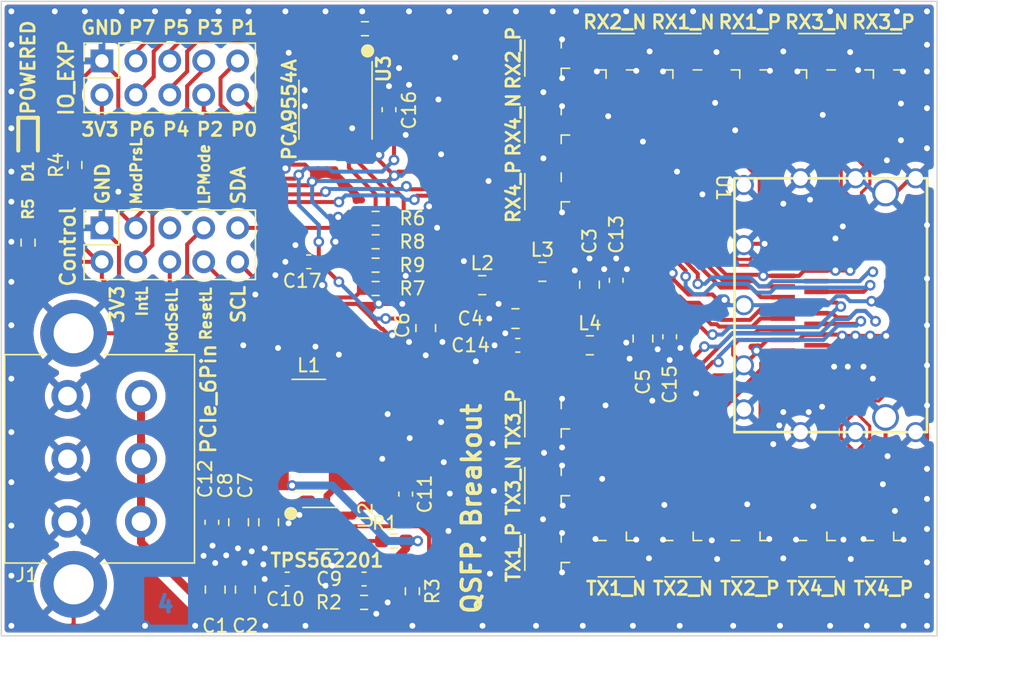
<source format=kicad_pcb>
(kicad_pcb (version 20221018) (generator pcbnew)
  (title_block (title "QSFP Breakout") (rev "0.1") (company "mwrnd"))
  (layers (0 "F.Cu" signal) (1 "In1.Cu" power) (2 "In2.Cu" power) (31 "B.Cu" signal) (35 "F.Paste" user) (37 "F.SilkS" user "F.Silkscreen") (38 "B.Mask" user) (39 "F.Mask" user) (44 "Edge.Cuts" user))
  (net 0 "")
  (net 1 "TX4_N")
  (net 2 "GND")
  (net 3 "TX2_N")
  (net 4 "TX1_P")
  (net 5 "TX1_N")
  (net 6 "RX4_P")
  (net 7 "RX4_N")
  (net 8 "RX3_P")
  (net 9 "RX3_N")
  (net 10 "RX2_P")
  (net 11 "RX2_N")
  (net 12 "RX1_P")
  (net 13 "RX1_N")
  (net 14 "TX2_P")
  (net 15 "TX3_N")
  (net 16 "TX3_P")
  (net 17 "TX4_P")
  (net 18 "+3V3")
  (net 19 "Net-(U2-VFB)")
  (net 20 "+12V")
  (net 21 "Net-(U2-EN)")
  (net 22 "ModPrsL")
  (net 23 "Net-(D1-A)")
  (net 24 "Net-(J2-Pin_9)")
  (net 25 "ResetL")
  (net 26 "/VccRX")
  (net 27 "SCL")
  (net 28 "SDA")
  (net 29 "IntL")
  (net 30 "/VccTX")
  (net 31 "/Vcc1")
  (net 32 "LPMode")
  (net 33 "Net-(U2-SW)")
  (net 34 "Net-(U2-VBST)")
  (net 35 "/P0")
  (net 36 "/P1")
  (net 37 "/P2")
  (net 38 "/P3")
  (net 39 "/P4")
  (net 40 "/P5")
  (net 41 "/P6")
  (net 42 "/P7")
  (net 44 "Net-(J2-Pin_10)")
  (net 45 "ModSelL")
  (footprint "Resistor_SMD:R_0603_1608Metric_Pad0.98x0.95mm_HandSolder" (layer "F.Cu") (at 144 56.75)
    (fp_text reference "R8")
    (fp_text value "4k7" hide)
  )
  (footprint "U.FL_w_Label:U.FL_Hirose_w_Label" (layer "F.Cu") (at 157 75 180)
    (fp_text reference "J15")
    (fp_text value "TX3_N")
  )
  (footprint "U.FL_w_Label:U.FL_Hirose_w_Label" (layer "F.Cu") (at 162 80 -90)
    (fp_text reference "J11")
    (fp_text value "TX1_N")
  )
  (footprint "Resistor_SMD:R_0603_1608Metric_Pad0.98x0.95mm_HandSolder" (layer "F.Cu") (at 121.5 51 -90)
    (fp_text reference "R4")
    (fp_text value "10k")
  )
  (footprint "Resistor_SMD:R_0603_1608Metric_Pad0.98x0.95mm_HandSolder" (layer "F.Cu") (at 143.2 40.8)
    (fp_text reference "R10" hide)
    (fp_text value "DNP" hide)
  )
  (footprint "Capacitor_SMD:C_0805_2012Metric_Pad1.18x1.45mm_HandSolder" (layer "F.Cu") (at 134.25 82.7875 90)
    (fp_text reference "C2")
    (fp_text value "22u")
  )
  (footprint "Capacitor_SMD:C_0805_2012Metric_Pad1.18x1.45mm_HandSolder" (layer "F.Cu") (at 164 64 -90)
    (fp_text reference "C5")
    (fp_text value "22u" hide)
  )
  (footprint "Resistor_SMD:R_0603_1608Metric_Pad0.98x0.95mm_HandSolder" (layer "F.Cu") (at 143.1375 83.75)
    (fp_text reference "R2")
    (fp_text value "10k")
  )
  (footprint "Capacitor_SMD:C_0603_1608Metric_Pad1.08x0.95mm_HandSolder" (layer "F.Cu") (at 146.25 75.6375 -90)
    (fp_text reference "C11")
    (fp_text value "0u1")
  )
  (footprint "Capacitor_SMD:C_0603_1608Metric_Pad1.08x0.95mm_HandSolder" (layer "F.Cu") (at 154.6375 64.5 180)
    (fp_text reference "C14")
    (fp_text value "0u1" hide)
  )
  (footprint "Package_TO_SOT_SMD:SOT-23-6" (layer "F.Cu") (at 140.3625 78.2)
    (fp_text reference "U2")
    (fp_text value "TPS562201")
  )
  (footprint "Capacitor_SMD:C_0805_2012Metric_Pad1.18x1.45mm_HandSolder" (layer "F.Cu") (at 154.4625 62.5 180)
    (fp_text reference "C4")
    (fp_text value "22u" hide)
  )
  (footprint "Resistor_SMD:R_0603_1608Metric_Pad0.98x0.95mm_HandSolder" (layer "F.Cu") (at 144 55 180)
    (fp_text reference "R6")
    (fp_text value "500" hide)
  )
  (footprint "U.FL_w_Label:U.FL_Hirose_w_Label" (layer "F.Cu") (at 157 53 180)
    (fp_text reference "J10")
    (fp_text value "RX4_P")
  )
  (footprint "Capacitor_SMD:C_0805_2012Metric_Pad1.18x1.45mm_HandSolder" (layer "F.Cu") (at 132 82.7875 90)
    (fp_text reference "C1")
    (fp_text value "22u")
  )
  (footprint "Connector_PinSocket_2.54mm:PinSocket_2x05_P2.54mm_Vertical" (layer "F.Cu") (at 123.52 43.21 90)
    (fp_text reference "J3" hide)
    (fp_text value "IO_EXP")
  )
  (footprint "U.FL_w_Label:U.FL_Hirose_w_Label" (layer "F.Cu") (at 167 80 -90)
    (fp_text reference "J13")
    (fp_text value "TX2_N")
  )
  (footprint "Diode_SMD:D_0603_1608Metric_Pad1.05x0.95mm_HandSolder" (layer "F.Cu") (at 118 49.125 -90)
    (fp_text reference "D1")
    (fp_text value "POWERED")
  )
  (footprint "Resistor_SMD:R_0603_1608Metric_Pad0.98x0.95mm_HandSolder" (layer "F.Cu") (at 144 58.5)
    (fp_text reference "R9")
    (fp_text value "4k7" hide)
  )
  (footprint "Capacitor_SMD:C_0603_1608Metric_Pad1.08x0.95mm_HandSolder" (layer "F.Cu") (at 166 63.8625 -90)
    (fp_text reference "C15")
    (fp_text value "0u1" hide)
  )
  (footprint "U.FL_w_Label:U.FL_Hirose_w_Label" (layer "F.Cu") (at 167 43 90)
    (fp_text reference "J19")
    (fp_text value "RX1_N")
  )
  (footprint "U.FL_w_Label:U.FL_Hirose_w_Label" (layer "F.Cu") (at 157 43 180)
    (fp_text reference "J6")
    (fp_text value "RX2_P")
  )
  (footprint "U.FL_w_Label:U.FL_Hirose_w_Label" (layer "F.Cu") (at 157 80 180)
    (fp_text reference "J12")
    (fp_text value "TX1_P")
  )
  (footprint "U.FL_w_Label:U.FL_Hirose_w_Label" (layer "F.Cu") (at 182 80 -90)
    (fp_text reference "J18")
    (fp_text value "TX4_P")
  )
  (footprint "U.FL_w_Label:U.FL_Hirose_w_Label" (layer "F.Cu") (at 162 43 90)
    (fp_text reference "J5")
    (fp_text value "RX2_N")
  )
  (footprint "U.FL_w_Label:U.FL_Hirose_w_Label" (layer "F.Cu") (at 157 70 180)
    (fp_text reference "J16")
    (fp_text value "TX3_P")
  )
  (footprint "Package_SO:TSSOP-16_4.4x5mm_P0.65mm" (layer "F.Cu") (at 141 46.8625 -90)
    (fp_text reference "U3")
    (fp_text value "PCA9554A")
  )
  (footprint "Inductor_SMD:L_Bourns-SRN8040_8x8.15mm" (layer "F.Cu") (at 139 71.25 180)
    (fp_text reference "L1")
    (fp_text value "3u3")
  )
  (footprint "U.FL_w_Label:U.FL_Hirose_w_Label" (layer "F.Cu") (at 177 43 90)
    (fp_text reference "J7")
    (fp_text value "RX3_N")
  )
  (footprint "Resistor_SMD:R_0603_1608Metric_Pad0.98x0.95mm_HandSolder" (layer "F.Cu") (at 146.75 82.9125 90)
    (fp_text reference "R3")
    (fp_text value "10k")
  )
  (footprint "Resistor_SMD:R_0603_1608Metric_Pad0.98x0.95mm_HandSolder" (layer "F.Cu") (at 144 60.25 180)
    (fp_text reference "R7")
    (fp_text value "500" hide)
  )
  (footprint "Capacitor_SMD:C_0603_1608Metric_Pad1.08x0.95mm_HandSolder" (layer "F.Cu") (at 139 58.25 180)
    (fp_text reference "C17")
    (fp_text value "0u1")
  )
  (footprint "Capacitor_SMD:C_0603_1608Metric_Pad1.08x0.95mm_HandSolder" (layer "F.Cu") (at 131.75 77.75 -90)
    (fp_text reference "C12")
    (fp_text value "0u1")
  )
  (footprint "ATX_Power:ATX_PCIe_6-Pin_Power_Board-Edge" (layer "F.Cu") (at 120.95 68.3 -90)
    (fp_text reference "J1")
    (fp_text value "PCIe_6Pin")
  )
  (footprint "Inductor_SMD:L_0805_2012Metric_Pad1.15x1.40mm_HandSolder" (layer "F.Cu") (at 160.025 64.5)
    (fp_text reference "L4")
    (fp_text value "1uH" hide)
  )
  (footprint "U.FL_w_Label:U.FL_Hirose_w_Label" (layer "F.Cu") (at 177 80 -90)
    (fp_text reference "J17")
    (fp_text value "TX4_N")
  )
  (footprint "Capacitor_SMD:C_0805_2012Metric_Pad1.18x1.45mm_HandSolder" (layer "F.Cu") (at 136 77.75 -90)
    (fp_text reference "C7")
    (fp_text value "10u")
  )
  (footprint "Inductor_SMD:L_0805_2012Metric_Pad1.15x1.40mm_HandSolder" (layer "F.Cu") (at 151.975 60)
    (fp_text reference "L2")
    (fp_text value "1uH" hide)
  )
  (footprint "Inductor_SMD:L_0805_2012Metric_Pad1.15x1.40mm_HandSolder" (layer "F.Cu") (at 156.475 59)
    (fp_text reference "L3")
    (fp_text value "1uH" hide)
  )
  (footprint "Capacitor_SMD:C_0603_1608Metric_Pad1.08x0.95mm_HandSolder" (layer "F.Cu") (at 162 59.6375 90)
    (fp_text reference "C13")
    (fp_text value "0u1" hide)
  )
  (footprint "Resistor_SMD:R_0603_1608Metric_Pad0.98x0.95mm_HandSolder" (layer "F.Cu") (at 145.3625 79.15 180)
    (fp_text reference "R1")
    (fp_text value "33k2")
  )
  (footprint "Capacitor_SMD:C_0805_2012Metric_Pad1.18x1.45mm_HandSolder" (layer "F.Cu") (at 147.75 63.2125 -90)
    (fp_text reference "C6")
    (fp_text value "22u")
  )
  (footprint "U.FL_w_Label:U.FL_Hirose_w_Label" (layer "F.Cu") (at 172 80 -90)
    (fp_text reference "J14")
    (fp_text value "TX2_P")
  )
  (footprint "Capacitor_SMD:C_0603_1608Metric_Pad1.08x0.95mm_HandSolder" (layer "F.Cu") (at 143.1375 82 180)
    (fp_text reference "C9")
    (fp_text value "DNP")
  )
  (footprint "Resistor_SMD:R_0603_1608Metric_Pad0.98x0.95mm_HandSolder" (layer "F.Cu") (at 118 56.8125 90)
    (fp_text reference "R5")
    (fp_text value "500" hide)
  )
  (footprint "Capacitor_SMD:C_0805_2012Metric_Pad1.18x1.45mm_HandSolder" (layer "F.Cu") (at 133.75 77.75 -90)
    (fp_text reference "C8")
    (fp_text value "10u")
  )
  (footprint "U.FL_w_Label:U.FL_Hirose_w_Label" (layer "F.Cu") (at 172 43 90)
    (fp_text reference "J4")
    (fp_text value "RX1_P")
  )
  (footprint "U.FL_w_Label:U.FL_Hirose_w_Label" (layer "F.Cu") (at 157 48 180)
    (fp_text reference "J9")
    (fp_text value "RX4_N")
  )
  (footprint "QSFP:QSFP_Conn_w_Cage" (layer "F.Cu") (at 182.15 69.9 90)
    (fp_text reference "U1")
    (fp_text value "QSFP_Conn")
  )
  (footprint "Capacitor_SMD:C_0805_2012Metric_Pad1.18x1.45mm_HandSolder" (layer "F.Cu") (at 160 59.9625 90)
    (fp_text reference "C3")
    (fp_text value "22u" hide)
  )
  (footprint "Capacitor_SMD:C_0603_1608Metric_Pad1.08x0.95mm_HandSolder" (layer "F.Cu") (at 137.3875 82 180)
    (fp_text reference "C10")
    (fp_text value "0u1")
  )
  (footprint "Capacitor_SMD:C_0603_1608Metric_Pad1.08x0.95mm_HandSolder" (layer "F.Cu") (at 145 46.8625 90)
    (fp_text reference "C16")
    (fp_text value "0u1" hide)
  )
  (footprint "Connector_PinSocket_2.54mm:PinSocket_2x05_P2.54mm_Vertical" (layer "F.Cu") (at 123.52 55.71 90)
    (fp_text reference "J2" hide)
    (fp_text value "Control")
  )
  (footprint "U.FL_w_Label:U.FL_Hirose_w_Label" (layer "F.Cu") (at 182 43 90)
    (fp_text reference "J8")
    (fp_text value "RX3_P")
  )
  (gr_line (start 116 38.75) (end 186 38.75) (stroke (width 0.1)) (layer "Edge.Cuts"))
  (gr_line (start 116 38.75) (end 116 86.25) (stroke (width 0.1)) (layer "Edge.Cuts"))
  (gr_line (start 116 86.25) (end 186 86.25) (stroke (width 0.1)) (layer "Edge.Cuts"))
  (gr_line (start 186 86.25) (end 186 38.75) (stroke (width 0.1)) (layer "Edge.Cuts"))
  (gr_text "1" (at 124.2 84.6) (layer "F.Cu") (effects (font (size 1.2 1.2) (thickness 0.3) bold) (justify left bottom)))
  (gr_text "4" (at 127.5 84.6) (layer "B.Cu") (effects (font (size 1.2 1.2) (thickness 0.3) bold) (justify left bottom)))
  (gr_text "QSFP Breakout" (at 152 84.75 90) (layer "F.SilkS") (effects (font (size 1.4 1.4) (thickness 0.28) bold) (justify left bottom)))
  (segment (start 179.25 73.68195) (end 178.40613 73.68195) (width 0.2329) (layer "F.Cu") (net 1))
  (segment (start 176.97 65.3) (end 178.320001 65.3) (width 0.2329) (layer "F.Cu") (net 1))
  (segment (start 181.45968 68.23195) (end 180.45968 68.23195) (width 0.2329) (layer "F.Cu") (net 1))
  (segment (start 181.98195 67.70968) (end 181.45968 68.23195) (width 0.2329) (layer "F.Cu") (net 1))
  (segment (start 181.98195 66.44032) (end 181.98195 67.70968) (width 0.2329) (layer "F.Cu") (net 1))
  (segment (start 178.501951 65.11805) (end 180.65968 65.11805) (width 0.2329) (layer "F.Cu") (net 1))
  (segment (start 178.83035 71.443064) (end 179.63195 72.244664) (width 0.2329) (layer "F.Cu") (net 1))
  (segment (start 179.63195 75.7) (end 179.63195 77.16805) (width 0.2329) (layer "F.Cu") (net 1))
  (segment (start 178.83035 70.556936) (end 178.83035 71.443064) (width 0.2329) (layer "F.Cu") (net 1))
  (segment (start 179.63195 77.16805) (end 178.3 78.5) (width 0.2329) (layer "F.Cu") (net 1))
  (segment (start 177.45 78.5) (end 177 78.95) (width 0.2329) (layer "F.Cu") (net 1))
  (segment (start 178.320001 65.3) (end 178.501951 65.11805) (width 0.2329) (layer "F.Cu") (net 1))
  (segment (start 178.3 78.5) (end 177.45 78.5) (width 0.2329) (layer "F.Cu") (net 1))
  (segment (start 180.45968 68.23195) (end 179.63195 69.05968) (width 0.2329) (layer "F.Cu") (net 1))
  (segment (start 179.63195 69.755336) (end 178.83035 70.556936) (width 0.2329) (layer "F.Cu") (net 1))
  (segment (start 180.65968 65.11805) (end 181.98195 66.44032) (width 0.2329) (layer "F.Cu") (net 1))
  (segment (start 178.40613 75.31805) (end 179.25 75.31805) (width 0.2329) (layer "F.Cu") (net 1))
  (segment (start 179.63195 72.244664) (end 179.63195 73.3) (width 0.2329) (layer "F.Cu") (net 1))
  (segment (start 179.63195 69.05968) (end 179.63195 69.755336) (width 0.2329) (layer "F.Cu") (net 1))
  (arc (start 177.58808 74.5) (mid 177.827681 75.078449) (end 178.40613 75.31805) (width 0.2329) (layer "F.Cu") (net 1))
  (arc (start 179.63195 73.3) (mid 179.520079 73.570079) (end 179.25 73.68195) (width 0.2329) (layer "F.Cu") (net 1))
  (arc (start 179.25 75.31805) (mid 179.520079 75.429921) (end 179.63195 75.7) (width 0.2329) (layer "F.Cu") (net 1))
  (arc (start 178.40613 73.68195) (mid 177.827681 73.921551) (end 177.58808 74.5) (width 0.2329) (layer "F.Cu") (net 1))
  (segment (start 153.2 61.8) (end 152.5 62.5) (width 0.3) (layer "F.Cu") (net 2))
  (segment (start 156.525 51.525) (end 156.525 50.525) (width 0.3) (layer "F.Cu") (net 2))
  (segment (start 157.325 71.475) (end 157.95 72.1) (width 0.3) (layer "F.Cu") (net 2))
  (segment (start 157.95 46.6) (end 160.65 46.6) (width 0.3) (layer "F.Cu") (net 2))
  (segment (start 145 52.1) (end 145.3 51.8) (width 0.3) (layer "F.Cu") (net 2))
  (segment (start 167.578822 68.5) (end 159.8 68.5) (width 0.3) (layer "F.Cu") (net 2))
  (segment (start 148.55 55.75) (end 146.15 55.75) (width 0.3) (layer "F.Cu") (net 2))
  (segment (start 174.525 42.525) (end 174.5 42.5) (width 0.3) (layer "F.Cu") (net 2))
  (segment (start 156.525 49.475) (end 156.525 50.475) (width 0.3) (layer "F.Cu") (net 2))
  (segment (start 170.22 59.22) (end 172.92 59.22) (width 0.3) (layer "F.Cu") (net 2))
  (segment (start 146.25 39.75) (end 146.5 39.5) (width 0.3) (layer "F.Cu") (net 2))
  (segment (start 143.98 62.73) (end 143.98 62.818945) (width 0.3) (layer "F.Cu") (net 2))
  (segment (start 185.25 73.75) (end 185.25 69) (width 0.3) (layer "F.Cu") (net 2))
  (segment (start 176.07 66.1) (end 176.97 66.1) (width 0.3) (layer "F.Cu") (net 2))
  (segment (start 185.25 39.5) (end 185.25 42) (width 0.3) (layer "F.Cu") (net 2))
  (segment (start 183.475 79.075) (end 183.5 79.05) (width 0.3) (layer "F.Cu") (net 2))
  (segment (start 176.97 54.1) (end 175.9 54.1) (width 0.3) (layer "F.Cu") (net 2))
  (segment (start 137.75 59.5) (end 136.75 59.5) (width 0.3) (layer "F.Cu") (net 2))
  (segment (start 146.75 85.5) (end 152 85.5) (width 0.3) (layer "F.Cu") (net 2))
  (segment (start 138.725 50.975) (end 137.525 50.975) (width 0.3) (layer "F.Cu") (net 2))
  (segment (start 174.475 42.525) (end 174.5 42.5) (width 0.3) (layer "F.Cu") (net 2))
  (segment (start 183.475 42.525) (end 183.475 43.975) (width 0.3) (layer "F.Cu") (net 2))
  (segment (start 164.85 68.5) (end 167.578822 68.5) (width 0.3) (layer "F.Cu") (net 2))
  (segment (start 138.1375 58.25) (end 138.25 58.25) (width 0.3) (layer "F.Cu") (net 2))
  (segment (start 170.75 65.2) (end 171.55 66) (width 0.3) (layer "F.Cu") (net 2))
  (segment (start 180.525 80.475) (end 179.575 80.475) (width 0.3) (layer "F.Cu") (net 2))
  (segment (start 180.5 66.1) (end 180.5 66.3) (width 0.3) (layer "F.Cu") (net 2))
  (segment (start 150.05 79) (end 149.45 78.4) (width 0.3) (layer "F.Cu") (net 2))
  (segment (start 116.75 51.5) (end 116.75 53.75) (width 0.3) (layer "F.Cu") (net 2))
  (segment (start 178 85.5) (end 180.75 85.5) (width 0.3) (layer "F.Cu") (net 2))
  (segment (start 182.15 69.9) (end 182.15 72.65) (width 0.3) (layer "F.Cu") (net 2))
  (segment (start 159.7 68.6) (end 160.8 68.6) (width 0.3) (layer "F.Cu") (net 2))
  (segment (start 180.525 80.475) (end 180.525 79.025) (width 0.3) (layer "F.Cu") (net 2))
  (segment (start 166.8 64.7) (end 166.025 64.7) (width 0.3) (layer "F.Cu") (net 2))
  (segment (start 164.475 42.525) (end 164.5 42.5) (width 0.3) (layer "F.Cu") (net 2))
  (segment (start 157.925 73.525) (end 157.95 73.5) (width 0.3) (layer "F.Cu") (net 2))
  (segment (start 175.525 80.475) (end 175.525 79.125) (width 0.3) (layer "F.Cu") (net 2))
  (segment (start 183.475 43.975) (end 183.45 44) (width 0.3) (layer "F.Cu") (net 2))
  (segment (start 149.55 75.6) (end 149.55 73.7) (width 0.3) (layer "F.Cu") (net 2))
  (segment (start 141.434712 63.4) (end 143.617356 65.582644) (width 0.3) (layer "F.Cu") (net 2))
  (segment (start 134.25 80.85) (end 134.2 80.8) (width 0.3) (layer "F.Cu") (net 2))
  (segment (start 140.5 46.75) (end 138.85 46.75) (width 0.3) (layer "F.Cu") (net 2))
  (segment (start 151.5 65.7) (end 151.98 66.18) (width 0.3) (layer "F.Cu") (net 2))
  (segment (start 170.5 61.5) (end 170.1 61.1) (width 0.3) (layer "F.Cu") (net 2))
  (segment (start 156.525 78.525) (end 157.925 78.525) (width 0.3) (layer "F.Cu") (net 2))
  (segment (start 145.75 64.25) (end 145.25 63.75) (width 0.3) (layer "F.Cu") (net 2))
  (segment (start 164.525 42.525) (end 164.5 42.5) (width 0.3) (layer "F.Cu") (net 2))
  (segment (start 158.52 55.12) (end 166.12 55.12) (width 0.3) (layer "F.Cu") (net 2))
  (segment (start 144.05 83.75) (end 144.9 83.75) (width 0.3) (layer "F.Cu") (net 2))
  (segment (start 166.025 64.7) (end 166 64.725) (width 0.3) (layer "F.Cu") (net 2))
  (segment (start 175.5 54.5) (end 174.47 54.5) (width 0.3) (layer "F.Cu") (net 2))
  (segment (start 165.525 79.075) (end 165.5 79.05) (width 0.3) (layer "F.Cu") (net 2))
  (segment (start 138.725 44) (end 138.725 43.825) (width 0.3) (layer "F.Cu") (net 2))
  (segment (start 183.5 85.5) (end 185.25 85.5) (width 0.3) (layer "F.Cu") (net 2))
  (segment (start 137.525 50.975) (end 137.25 51.25) (width 0.3) (layer "F.Cu") (net 2))
  (segment (start 153.425 62.5) (end 153.425 61.625) (width 0.3) (layer "F.Cu") (net 2))
  (segment (start 145.925 51.8) (end 145.4 51.8) (width 0.3) (layer "F.Cu") (net 2))
  (segment (start 121.25 85.5) (end 126.75 85.5) (width 0.3) (layer "F.Cu") (net 2))
  (segment (start 156.525 77.525) (end 156.525 78.525) (width 0.3) (layer "F.Cu") (net 2))
  (segment (start 156.525 71.475) (end 156.525 72.475) (width 0.3) (layer "F.Cu") (net 2))
  (segment (start 145 45.1) (end 145 44.5) (width 0.3) (layer "F.Cu") (net 2))
  (segment (start 165.525 42.525) (end 164.525 42.525) (width 0.3) (layer "F.Cu") (net 2))
  (segment (start 130 39.5) (end 127.5 39.5) (width 0.3) (layer "F.Cu") (net 2))
  (segment (start 165.1 64.8) (end 164.2375 64.8) (width 0.3) (layer "F.Cu") (net 2))
  (segment (start 135.7 61.4) (end 135 60.7) (width 0.3) (layer "F.Cu") (net 2))
  (segment (start 178.475 80.475) (end 178.475 79.575) (width 0.3) (layer "F.Cu") (net 2))
  (segment (start 178.6 63.7) (end 178.8 63.9) (width 0.3) (layer "F.Cu") (net 2))
  (segment (start 146 61.4) (end 141.75 61.4) (width 0.3) (layer "F.Cu") (net 2))
  (segment (start 131.75 79.45) (end 131.8 79.5) (width 0.3) (layer "F.Cu") (net 2))
  (segment (start 145 46) (end 145 45.1) (width 0.3) (layer "F.Cu") (net 2))
  (segment (start 124.75 47.25) (end 124.75 44.44) (width 0.3) (layer "F.Cu") (net 2))
  (segment (start 156.525 81.475) (end 157.925 81.475) (width 0.3) (layer "F.Cu") (net 2))
  (segment (start 175.525 80.475) (end 174.525 80.475) (width 0.3) (layer "F.Cu") (net 2))
  (segment (start 180.525 79.025) (end 180.5 79) (width 0.3) (layer "F.Cu") (net 2))
  (segment (start 176.97 66.1) (end 178.3 66.1) (width 0.3) (layer "F.Cu") (net 2))
  (segment (start 174.47 64.1) (end 175.67 64.1) (width 0.3) (layer "F.Cu") (net 2))
  (segment (start 141.75 61.4) (end 142.65 61.4) (width 0.3) (layer "F.Cu") (net 2))
  (segment (start 128.9 63.4) (end 132.35 63.4) (width 0.3) (layer "F.Cu") (net 2))
  (segment (start 138.725 45.375) (end 138.7 45.4) (width 0.3) (layer "F.Cu") (net 2))
  (segment (start 175.525 42.525) (end 174.525 42.525) (width 0.3) (layer "F.Cu") (net 2))
  (segment (start 175.525 43.975) (end 175.55 44) (width 0.3) (layer "F.Cu") (net 2))
  (segment (start 116.75 71) (end 116.75 74.75) (width 0.3) (layer "F.Cu") (net 2))
  (segment (start 179.9 63.8) (end 181 63.8) (width 0.3) (layer "F.Cu") (net 2))
  (segment (start 166.3 59.596016) (end 167.403984 60.7) (width 0.3) (layer "F.Cu") (net 2))
  (segment (start 149.55 73.7) (end 149.1 73.25) (width 0.3) (layer "F.Cu") (net 2))
  (segment (start 148.7 51.5) (end 145.7 51.5) (width 0.3) (layer "F.Cu") (net 2))
  (segment (start 146.55 71.45) (end 146.55 71.3) (width 0.3) (layer "F.Cu") (net 2))
  (segment (start 173.475 79.025) (end 173.45 79) (width 0.3) (layer "F.Cu") (net 2))
  (segment (start 136.75 59.5) (end 136.5 59.25) (width 0.3) (layer "F.Cu") (net 2))
  (segment (start 152.25 40.65) (end 149.95 42.95) (width 0.3) (layer "F.Cu") (net 2))
  (segment (start 152 85.5) (end 152.55 84.95) (width 0.3) (layer "F.Cu") (net 2))
  (segment (start 146.95 65.7) (end 151.5 65.7) (width 0.3) (layer "F.Cu") (net 2))
  (segment (start 157.925 68.525) (end 157.95 68.5) (width 0.3) (layer "F.Cu") (net 2))
  (segment (start 133.75 78.7875) (end 133.75 79.65) (width 0.3) (layer "F.Cu") (net 2))
  (segment (start 156.525 44.475) (end 156.525 45.525) (width 0.3) (layer "F.Cu") (net 2))
  (segment (start 163.475 79.075) (end 163.5 79.05) (width 0.3) (layer "F.Cu") (net 2))
  (segment (start 174.47 54.5) (end 174.47 53.93) (width 0.3) (layer "F.Cu") (net 2))
  (segment (start 177.4 69.1) (end 176.8 69.1) (width 0.3) (layer "F.Cu") (net 2))
  (segment (start 148.6 55.7) (end 148.55 55.75) (width 0.3) (layer "F.Cu") (net 2))
  (segment (start 172.5 65.05) (end 171.55 66) (width 0.3) (layer "F.Cu") (net 2))
  (segment (start 151.28 57.52) (end 160 57.52) (width 0.3) (layer "F.Cu") (net 2))
  (segment (start 130.55 81.75) (end 129.5 80.7) (width 0.3) (layer "F.Cu") (net 2))
  (segment (start 160.975 58.925) (end 161.1 58.8) (width 0.3) (layer "F.Cu") (net 2))
  (segment (start 144.52 63.27) (end 146.95 65.7) (width 0.3) (layer "F.Cu") (net 2))
  (segment (start 159.7 68.6) (end 158.05 68.6) (width 0.3) (layer "F.Cu") (net 2))
  (segment (start 149.5 39.5) (end 152.25 39.5) (width 0.3) (layer "F.Cu") (net 2))
  (segment (start 138.75 85.5) (end 139.25 85.5) (width 0.3) (layer "F.Cu") (net 2))
  (segment (start 135.75 85.5) (end 138.75 85.5) (width 0.3) (layer "F.Cu") (net 2))
  (segment (start 174.47 64.1) (end 171.15 64.1) (width 0.3) (layer "F.Cu") (net 2))
  (segment (start 136 78.7875) (end 137.4625 78.7875) (width 0.3) (layer "F.Cu") (net 2))
  (segment (start 161.1 58.8) (end 161.2 58.8) (width 0.3) (layer "F.Cu") (net 2))
  (segment (start 166 65.5) (end 166.8 64.7) (width 0.3) (layer "F.Cu") (net 2))
  (segment (start 178.3 66.1) (end 179.324503 66.1) (width 0.3) (layer "F.Cu") (net 2))
  (segment (start 173.475 42.525) (end 173.475 43.925) (width 0.3) (layer "F.Cu") (net 2))
  (segment (start 156.525 77.525) (end 156.525 76.475) (width 0.3) (layer "F.Cu") (net 2))
  (segment (start 133.348599 79.7) (end 132.821497 80.227102) (width 0.3) (layer "F.Cu") (net 2))
  (segment (start 146.25 59.3) (end 146.25 61.15) (width 0.3) (layer "F.Cu") (net 2))
  (segment (start 135.6 81.9) (end 135.6 80.9) (width 0.3) (layer "F.Cu") (net 2))
  (segment (start 165.1 64.8) (end 165.2 64.8) (width 0.3) (layer "F.Cu") (net 2))
  (segment (start 182.85 76.9) (end 182.85 75.8) (width 0.3) (layer "F.Cu") (net 2))
  (segment (start 184 52) (end 182.9 53.1) (width 0.3) (layer "F.Cu") (net 2))
  (segment (start 180.525 43.475) (end 180.1 43.9) (width 0.3) (layer "F.Cu") (net 2))
  (segment (start 141.25 65.2) (end 143.234712 65.2) (width 0.3) (layer "F.Cu") (net 2))
  (segment (start 174.47 68.9) (end 175.5 68.9) (width 0.3) (layer "F.Cu") (net 2))
  (segment (start 116.75 39.5) (end 116.75 42) (width 0.3) (layer "F.Cu") (net 2))
  (segment (start 158.925 58.925) (end 158.9 58.9) (width 0.3) (layer "F.Cu") (net 2))
  (segment (start 132.35 63.4) (end 141.434712 63.4) (width 0.3) (layer "F.Cu") (net 2))
  (segment (start 138.1375 58.25) (end 138.1375 59.1125) (width 0.3) (layer "F.Cu") (net 2))
  (segment (start 163.5375 65.5) (end 164 65.0375) (width 0.3) (layer "F.Cu") (net 2))
  (segment (start 174.47 59.3) (end 175.67 59.3) (width 0.3) (layer "F.Cu") (net 2))
  (segment (start 170.525 80.475) (end 169.575 80.475) (width 0.3) (layer "F.Cu") (net 2))
  (segment (start 179.475 42.525) (end 179.5 42.55) (width 0.3) (layer "F.Cu") (net 2))
  (segment (start 182.85 75.8) (end 181.95 74.9) (width 0.3) (layer "F.Cu") (net 2))
  (segment (start 180.525 42.525) (end 180.525 43.475) (width 0.3) (layer "F.Cu") (net 2))
  (segment (start 173.475 42.525) (end 174.475 42.525) (width 0.3) (layer "F.Cu") (net 2))
  (segment (start 185.25 66) (end 185.25 63) (width 0.3) (layer "F.Cu") (net 2))
  (segment (start 165.525 80.475) (end 164.475 80.475) (width 0.3) (layer "F.Cu") (net 2))
  (segment (start 181 63.8) (end 182.2 63.8) (width 0.3) (layer "F.Cu") (net 2))
  (segment (start 174.47 53.93) (end 174.5 53.9) (width 0.3) (layer "F.Cu") (net 2))
  (segment (start 175.5 68.9) (end 175.9 68.5) (width 0.3) (layer "F.Cu") (net 2))
  (segment (start 166.55 51.5) (end 166.75 51.5) (width 0.3) (layer "F.Cu") (net 2))
  (segment (start 138.725 43.825) (end 137.5 42.6) (width 0.3) (layer "F.Cu") (net 2))
  (segment (start 170.525 42.525) (end 169.525 42.525) (width 0.3) (layer "F.Cu") (net 2))
  (segment (start 146.25 43.25) (end 146.25 39.75) (width 0.3) (layer "F.Cu") (net 2))
  (segment (start 147 48.3) (end 147 50.725) (width 0.3) (layer "F.Cu") (net 2))
  (segment (start 123.52 43.21) (end 123.52 40.77) (width 0.3) (layer "F.Cu") (net 2))
  (segment (start 160.8 58.8) (end 160 58) (width 0.3) (layer "F.Cu") (net 2))
  (segment (start 174.47 56.9) (end 173.1 56.9) (width 0.3) (layer "F.Cu") (net 2))
  (segment (start 178.475 42.525) (end 179.475 42.525) (width 0.3) (layer "F.Cu") (net 2))
  (segment (start 174.525 80.475) (end 174.5 80.45) (width 0.3) (layer "F.Cu") (net 2))
  (segment (start 143 39.5) (end 140.25 39.5) (width 0.3) (layer "F.Cu") (net 2))
  (segment (start 143.234712 65.2) (end 143.617356 65.582644) (width 0.3) (layer "F.Cu") (net 2))
  (segment (start 157.925 78.525) (end 157.95 78.55) (width 0.3) (layer "F.Cu") (net 2))
  (segment (start 153.425 62.5) (end 153.425 63.325) (width 0.3) (layer "F.Cu") (net 2))
  (segment (start 165.925 64.8) (end 166 64.725) (width 0.3) (layer "F.Cu") (net 2))
  (segment (start 178.475 79.575) (end 179 79.05) (width 0.3) (layer "F.Cu") (net 2))
  (segment (start 169.328822 66.75) (end 170 66.75) (width 0.3) (layer "F.Cu") (net 2))
  (segment (start 145.5 46) (end 146.5 45) (width 0.3) (layer "F.Cu") (net 2))
  (segment (start 160 58.925) (end 160 57.52) (width 0.3) (layer "F.Cu") (net 2))
  (segment (start 153.775 63.675) (end 153.7 63.6) (width 0.3) (layer "F.Cu") (net 2))
  (segment (start 167.403984 60.7) (end 169.2 60.7) (width 0.3) (layer "F.Cu") (net 2))
  (segment (start 144.431055 63.27) (end 144.52 63.27) (width 0.3) (layer "F.Cu") (net 2))
  (segment (start 162.85 66.18) (end 165.42 66.18) (width 0.3) (layer "F.Cu") (net 2))
  (segment (start 138.7 45.4) (end 138.7 46.6) (width 0.3) (layer "F.Cu") (net 2))
  (segment (start 138.1375 58.25) (end 137.25 58.25) (width 0.3) (layer "F.Cu") (net 2))
  (segment (start 156.525 50.525) (end 156.55 50.5) (width 0.3) (layer "F.Cu") (net 2))
  (segment (start 160.65 46.6) (end 161.4 47.35) (width 0.3) (layer "F.Cu") (net 2))
  (segment (start 146.1 55.7) (end 146.1 53.521178) (width 0.3) (layer "F.Cu") (net 2))
  (segment (start 146.559712 68.525) (end 156.525 68.525) (width 0.3) (layer "F.Cu") (net 2))
  (segment (start 130.26 52.52) (end 138.98 52.52) (width 0.3) (layer "F.Cu") (net 2))
  (segment (start 118.35 48.25) (end 118 48.25) (width 0.3) (layer "F.Cu") (net 2))
  (segment (start 153.425 62.5) (end 152.5 62.5) (width 0.3) (layer "F.Cu") (net 2))
  (segment (start 178.9 63.8) (end 179.9 63.8) (width 0.3) (layer "F.Cu") (net 2))
  (segment (start 168.475 42.525) (end 169.475 42.525) (width 0.3) (layer "F.Cu") (net 2))
  (segment (start 153.2 61.4) (end 153.2 61.8) (width 0.3) (layer "F.Cu") (net 2))
  (segment (start 156.525 71.475) (end 157.325 71.475) (width 0.3) (layer "F.Cu") (net 2))
  (segment (start 138.725 44) (end 138.725 45.375) (width 0.3) (layer "F.Cu") (net 2))
  (segment (start 157.875 41.525) (end 157.95 41.6) (width 0.3) (layer "F.Cu") (net 2))
  (segment (start 140.25 82.5) (end 140.25 81.5) (width 0.3) (layer "F.Cu") (net 2))
  (segment (start 152.05 79) (end 150.05 79) (width 0.3) (layer "F.Cu") (net 2))
  (segment (start 133.7 79.7) (end 133.348599 79.7) (width 0.3) (layer "F.Cu") (net 2))
  (segment (start 145.7 51.5) (end 145.4 51.8) (width 0.3) (layer "F.Cu") (net 2))
  (segment (start 182.15 72.65) (end 182.3 72.8) (width 0.3) (layer "F.Cu") (net 2))
  (segment (start 147 50.725) (end 145.925 51.8) (width 0.3) (layer "F.Cu") (net 2))
  (segment (start 176.8 69.1) (end 176.4 69.5) (width 0.3) (layer "F.Cu") (net 2))
  (segment (start 144.05 83.75) (end 144.05 84.6) (width 0.3) (layer "F.Cu") (net 2))
  (segment (start 173.1 56.9) (end 171.65 56.9) (width 0.3) (layer "F.Cu") (net 2))
  (segment (start 147.75 64.25) (end 147.75 65.25) (width 0.3) (layer "F.Cu") (net 2))
  (segment (start 156.525 72.475) (end 156.6 72.55) (width 0.3) (layer "F.Cu") (net 2))
  (segment (start 185.25 44) (end 185.25 42) (width 0.3) (layer "F.Cu") (net 2))
  (segment (start 162.75 64.3) (end 163.2625 64.3) (width 0.3) (layer "F.Cu") (net 2))
  (segment (start 116.75 45.5) (end 116.75 48.25) (width 0.3) (layer "F.Cu") (net 2))
  (segment (start 143.617356 65.582644) (end 146.559712 68.525) (width 0.3) (layer "F.Cu") (net 2))
  (segment (start 179.525 42.525) (end 179.5 42.55) (width 0.3) (layer "F.Cu") (net 2))
  (segment (start 142 48.25) (end 140.5 46.75) (width 0.3) (layer "F.Cu") (net 2))
  (segment (start 138.25 58.25) (end 140 60) (width 0.3) (layer "F.Cu") (net 2))
  (segment (start 166.3 59.596016) (end 166.3 59.1) (width 0.3) (layer "F.Cu") (net 2))
  (segment (start 131.75 78.6125) (end 131.75 79.45) (width 0.3) (layer "F.Cu") (net 2))
  (segment (start 176.97 68.5) (end 176.97 68.93) (width 0.3) (layer "F.Cu") (net 2))
  (segment (start 176.97 56.5) (end 178.45 56.5) (width 0.3) (layer "F.Cu") (net 2))
  (segment (start 136.525 82) (end 136.525 78.787604) (width 0.3) (layer "F.Cu") (net 2))
  (segment (start 146.5 64.25) (end 145.75 64.25) (width 0.3) (layer "F.Cu") (net 2))
  (segment (start 162 58.775) (end 161.125 58.775) (width 0.3) (layer "F.Cu") (net 2))
  (segment (start 171.65 56.9) (end 171.55 57) (width 0.3) (layer "F.Cu") (net 2))
  (segment (start 164.2375 64.8) (end 164 65.0375) (width 0.3) (layer "F.Cu") (net 2))
  (segment (start 173.475 43.925) (end 173.5 43.95) (width 0.3) (layer "F.Cu") (net 2))
  (segment (start 139.25 52.25) (end 139.25 51.5) (width 0.3) (layer "F.Cu") (net 2))
  (segment (start 185.25 80.75) (end 185.25 78.25) (width 0.3) (layer "F.Cu") (net 2))
  (segment (start 148.9 47.3) (end 148.7 47.1) (width 0.3) (layer "F.Cu") (net 2))
  (segment (start 175.67 66.5) (end 176.07 66.1) (width 0.3) (layer "F.Cu") (net 2))
  (segment (start 175.67 59.3) (end 176.07 58.9) (width 0.3) (layer "F.Cu") (net 2))
  (segment (start 177.4 69.1) (end 177.4 68.93) (width 0.3) (layer "F.Cu") (net 2))
  (segment (start 151.675 54.475) (end 148.7 51.5) (width 0.3) (layer "F.Cu") (net 2))
  (segment (start 135.6 80.9) (end 135.6 80.792325) (width 0.3) (layer "F.Cu") (net 2))
  (segment (start 151.28 57.52) (end 150.6 58.2) (width 0.3) (layer "F.Cu") (net 2))
  (segment (start 165.1 64.8) (end 165.925 64.8) (width 0.3) (layer "F.Cu") (net 2))
  (segment (start 156.525 72.625) (end 156.6 72.55) (width 0.3) (layer "F.Cu") (net 2))
  (segment (start 165.12589 57.52) (end 162 57.52) (width 0.3) (layer "F.Cu") (net 2))
  (segment (start 162.85 65.65) (end 162.85 66.18) (width 0.3) (layer "F.Cu") (net 2))
  (segment (start 138.35 77.25) (end 138.3 77.2) (width 0.6) (layer "F.Cu") (net 2))
  (segment (start 164.425 80.475) (end 164.45 80.45) (width 0.3) (layer "F.Cu") (net 2))
  (segment (start 142.65 61.4) (end 143.98 62.73) (width 0.3) (layer "F.Cu") (net 2))
  (segment (start 175.525 42.525) (end 175.525 43.975) (width 0.3) (layer "F.Cu") (net 2))
  (segment (start 146.15 55.75) (end 146.1 55.7) (width 0.3) (layer "F.Cu") (net 2))
  (segment (start 138.3 77.2) (end 138.112604 77.2) (width 0.6) (layer "F.Cu") (net 2))
  (segment (start 161.4 47.35) (end 162.1 47.35) (width 0.3) (layer "F.Cu") (net 2))
  (segment (start 166 65.6) (end 166 64.725) (width 0.3) (layer "F.Cu") (net 2))
  (segment (start 140.25 81.5) (end 140.75 81) (width 0.3) (layer "F.Cu") (net 2))
  (segment (start 116.75 85.5) (end 121.25 85.5) (width 0.3) (layer "F.Cu") (net 2))
  (segment (start 172.5 64.9) (end 173.3 64.1) (width 0.3) (layer "F.Cu") (net 2))
  (segment (start 165.525 42.525) (end 165.525 43.975) (width 0.3) (layer "F.Cu") (net 2))
  (segment (start 162 58.775) (end 162.775 58.775) (width 0.3) (layer "F.Cu") (net 2))
  (segment (start 116.75 63) (end 116.75 67) (width 0.3) (layer "F.Cu") (net 2))
  (segment (start 123.39 43.21) (end 118.35 48.25) (width 0.3) (layer "F.Cu") (net 2))
  (segment (start 157.925 81.475) (end 157.95 81.5) (width 0.3) (layer "F.Cu") (net 2))
  (segment (start 138.98 52.52) (end 139.25 52.25) (width 0.3) (layer "F.Cu") (net 2))
  (segment (start 157.875 54.475) (end 157.95 54.55) (width 0.3) (layer "F.Cu") (net 2))
  (segment (start 148.6 54.7) (end 148 54.1) (width 0.3) (layer "F.Cu") (net 2))
  (segment (start 180.525 42.525) (end 179.525 42.525) (width 0.3) (layer "F.Cu") (net 2))
  (segment (start 165.2 64.8) (end 166 65.6) (width 0.3) (layer "F.Cu") (net 2))
  (segment (start 163.25 85.5) (end 166.75 85.5) (width 0.3) (layer "F.Cu") (net 2))
  (segment (start 138.85 46.75) (end 138.7 46.6) (width 0.3) (layer "F.Cu") (net 2))
  (segment (start 169.525 42.525) (end 169.5 42.55) (width 0.3) (layer "F.Cu") (net 2))
  (segment (start 173.3 64.1) (end 174.47 64.1) (width 0.3) (layer "F.Cu") (net 2))
  (segment (start 170.9 48.4) (end 170.9 47.85) (width 0.3) (layer "F.Cu") (net 2))
  (segment (start 137.6 78.65) (end 137.487954 78.537954) (width 0.3) (layer "F.Cu") (net 2))
  (segment (start 171.15 64.1) (end 170.75 64.5) (width 0.3) (layer "F.Cu") (net 2))
  (segment (start 166.75 51.5) (end 168.45 53.2) (width 0.3) (layer "F.Cu") (net 2))
  (segment (start 135.6 80.792325) (end 134.732329 79.924654) (width 0.3) (layer "F.Cu") (net 2))
  (segment (start 156.525 41.525) (end 157.875 41.525) (width 0.3) (layer "F.Cu") (net 2))
  (segment (start 169.6 61.1) (end 169.2 60.7) (width 0.3) (layer "F.Cu") (net 2))
  (segment (start 154.5 39.5) (end 157.25 39.5) (width 0.3) (layer "F.Cu") (net 2))
  (segment (start 142.25 48.25) (end 142 48.25) (width 0.3) (layer "F.Cu") (net 2))
  (segment (start 137.25 51.25) (end 128.75 51.25) (width 0.3) (layer "F.Cu") (net 2))
  (segment (start 163.2625 64.3) (end 164 65.0375) (width 0.3) (layer "F.Cu") (net 2))
  (segment (start 156.525 54.475) (end 151.675 54.475) (width 0.3) (layer "F.Cu") (net 2))
  (segment (start 153.425 63.325) (end 153.7 63.6) (width 0.3) (layer "F.Cu") (net 2))
  (segment (start 185.25 85.5) (end 185.25 83.25) (width 0.3) (layer "F.Cu") (net 2))
  (segment (start 129.5 67.1) (end 126 63.6) (width 0.3) (layer "F.Cu") (net 2))
  (segment (start 156.525 45.575) (end 156.55 45.55) (width 0.3) (layer "F.Cu") (net 2))
  (segment (start 124.8 56.99) (end 124.8 59.3) (width 0.3) (layer "F.Cu") (net 2))
  (segment (start 163.475 80.475) (end 164.425 80.475) (width 0.3) (layer "F.Cu") (net 2))
  (segment (start 136.525 82) (end 135.7 82) (width 0.3) (layer "F.Cu") (net 2))
  (segment (start 166.12 55.12) (end 170.22 59.22) (width 0.3) (layer "F.Cu") (net 2))
  (segment (start 152.55 84.95) (end 152.55 81.6) (width 0.3) (layer "F.Cu") (net 2))
  (segment (start 146.395 85.855) (end 146.75 85.5) (width 0.3) (layer "F.Cu") (net 2))
  (segment (start 138.1375 58.25) (end 138.1375 57.1375) (width 0.3) (layer "F.Cu") (net 2))
  (segment (start 156 85.5) (end 159.5 85.5) (width 0.3) (layer "F.Cu") (net 2))
  (segment (start 167.978822 68.1) (end 167.578822 68.5) (width 0.3) (layer "F.Cu") (net 2))
  (segment (start 173.475 80.475) (end 173.475 79.025) (width 0.3) (layer "F.Cu") (net 2))
  (segment (start 159.1 58.9) (end 160 58) (width 0.3) (layer "F.Cu") (net 2))
  (segment (start 169.475 42.525) (end 169.5 42.55) (width 0.3) (layer "F.Cu") (net 2))
  (segment (start 137.25 39.5) (end 140.25 39.5) (width 0.3) (layer "F.Cu") (net 2))
  (segment (start 178.4 56.15) (end 178.95 55.6) (width 0.3) (layer "F.Cu") (net 2))
  (segment (start 176.4 69.5) (end 176.97 68.93) (width 0.3) (layer "F.Cu") (net 2))
  (segment (start 168.475 80.475) (end 168.475 79.775) (width 0.3) (layer "F.Cu") (net 2))
  (segment (start 144.25 50.25) (end 144.25 50.65) (width 0.3) (layer "F.Cu") (net 2))
  (segment (start 139.25 51.5) (end 138.725 50.975) (width 0.3) (layer "F.Cu") (net 2))
  (segment (start 145 46) (end 145.7 46) (width 0.3) (layer "F.Cu") (net 2))
  (segment (start 128.75 51.25) (end 124.75 47.25) (width 0.3) (layer "F.Cu") (net 2))
  (segment (start 147 57.75) (end 146.625 58.125) (width 0.3) (layer "F.Cu") (net 2))
  (segment (start 133 63.4) (end 134.1 64.5) (width 0.3) (layer "F.Cu") (net 2))
  (segment (start 151.98 66.18) (end 162.85 66.18) (width 0.3) (layer "F.Cu") (net 2))
  (segment (start 162.775 58.775) (end 162.8 58.8) (width 0.3) (layer "F.Cu") (net 2))
  (segment (start 172.5 64.9) (end 172.5 65.05) (width 0.3) (layer "F.Cu") (net 2))
  (segment (start 132 80.8) (end 131.674209 80.8) (width 0.3) (layer "F.Cu") (net 2))
  (segment (start 151.15 70.25) (end 152.75 71.85) (width 0.3) (layer "F.Cu") (net 2))
  (segment (start 183.3 46.4) (end 183.3 49.15) (width 0.3) (layer "F.Cu") (net 2))
  (segment (start 162.8 58.8) (end 162 58) (width 0.3) (layer "F.Cu") (net 2))
  (segment (start 165.42 66.18) (end 166 65.6) (width 0.3) (layer "F.Cu") (net 2))
  (segment (start 185.25 59.5) (end 185.25 55.5) (width 0.3) (layer "F.Cu") (net 2))
  (segment (start 138.1375 57.1375) (end 138 57) (width 0.3) (layer "F.Cu") (net 2))
  (segment (start 176.5 53.6) (end 176.97 54.07) (width 0.3) (layer "F.Cu") (net 2))
  (segment (start 163.475 43.925) (end 163.5 43.95) (width 0.3) (layer "F.Cu") (net 2))
  (segment (start 124.75 44.44) (end 123.52 43.21) (width 0.3) (layer "F.Cu") (net 2))
  (segment (start 164.7 68.65) (end 164.85 68.5) (width 0.3) (layer "F.Cu") (net 2))
  (segment (start 146.1 47.1) (end 146.2 47.1) (width 0.3) (layer "F.Cu") (net 2))
  (segment (start 150.15 57.75) (end 147 57.75) (width 0.3) (layer "F.Cu") (net 2))
  (segment (start 157.925 44.475) (end 157.95 44.5) (width 0.3) (layer "F.Cu") (net 2))
  (segment (start 146.625 58.925) (end 146.25 59.3) (width 0.3) (layer "F.Cu") (net 2))
  (segment (start 168.475 79.775) (end 169.15 79.1) (width 0.3) (layer "F.Cu") (net 2))
  (segment (start 137.4625 78.7875) (end 137.6 78.65) (width 0.3) (layer "F.Cu") (net 2))
  (segment (start 175.67 56.9) (end 176.07 56.5) (width 0.3) (layer "F.Cu") (net 2))
  (segment (start 169.575 80.475) (end 169.55 80.5) (width 0.3) (layer "F.Cu") (net 2))
  (segment (start 158.9 58.9) (end 159.1 58.9) (width 0.3) (layer "F.Cu") (net 2))
  (segment (start 141.75 61.4) (end 135.7 61.4) (width 0.3) (layer "F.Cu") (net 2))
  (segment (start 148.9 70.25) (end 151.15 70.25) (width 0.3) (layer "F.Cu") (net 2))
  (segment (start 163.475 42.525) (end 164.475 42.525) (width 0.3) (layer "F.Cu") (net 2))
  (segment (start 130.5 85.5) (end 126.75 85.5) (width 0.3) (layer "F.Cu") (net 2))
  (segment (start 145 46) (end 145.5 46) (width 0.3) (layer "F.Cu") (net 2))
  (segment (start 125 39.5) (end 122.25 39.5) (width 0.3) (layer "F.Cu") (net 2))
  (segment (start 169.525 80.475) (end 169.55 80.5) (width 0.3) (layer "F.Cu") (net 2))
  (segment (start 173.475 80.475) (end 174.475 80.475) (width 0.3) (layer "F.Cu") (net 2))
  (segment (start 174.475 80.475) (end 174.5 80.45) (width 0.3) (layer "F.Cu") (net 2))
  (segment (start 152.25 39.5) (end 152.25 40.65) (width 0.3) (layer "F.Cu") (net 2))
  (segment (start 126 53) (end 126.495 52.505) (width 0.3) (layer "F.Cu") (net 2))
  (segment (start 156.525 44.475) (end 157.925 44.475) (width 0.3) (layer "F.Cu") (net 2))
  (segment (start 165.525 43.975) (end 165.5 44) (width 0.3) (layer "F.Cu") (net 2))
  (segment (start 123.52 43.21) (end 123.39 43.21) (width 0.3) (layer "F.Cu") (net 2))
  (segment (start 171.55 66) (end 170.8 66.75) (width 0.3) (layer "F.Cu") (net 2))
  (segment (start 172.92 59.22) (end 173 59.3) (width 0.3) (layer "F.Cu") (net 2))
  (segment (start 157.875 46.525) (end 157.95 46.6) (width 0.3) (layer "F.Cu") (net 2))
  (segment (start 158.52 55.12) (end 157.95 54.55) (width 0.3) (layer "F.Cu") (net 2))
  (segment (start 158.05 68.6) (end 157.95 68.5) (width 0.3) (layer "F.Cu") (net 2))
  (segment (start 168.475 80.475) (end 169.525 80.475) (width 0.3) (layer "F.Cu") (net 2))
  (segment (start 148.7 47.1) (end 148.7 46.1) (width 0.3) (layer "F.Cu") (net 2))
  (segment (start 146.5 39.5) (end 143 39.5) (width 0.3) (layer "F.Cu") (net 2))
  (segment (start 122.25 39.5) (end 120 39.5) (width 0.3) (layer "F.Cu") (net 2))
  (segment (start 156.525 73.525) (end 157.925 73.525) (width 0.3) (layer "F.Cu") (net 2))
  (segment (start 160.525 43.975) (end 160.55 44) (width 0.3) (layer "F.Cu") (net 2))
  (segment (start 156.525 68.525) (end 157.925 68.525) (width 0.3) (layer "F.Cu") (net 2))
  (segment (start 156.525 76.475) (end 157.975 76.475) (width 0.3) (layer "F.Cu") (net 2))
  (segment (start 175.9 54.1) (end 175.5 54.5) (width 0.3) (layer "F.Cu") (net 2))
  (segment (start 178 39.5) (end 183 39.5) (width 0.3) (layer "F.Cu") (net 2))
  (segment (start 123.52 55.71) (end 124.8 56.99) (width 0.3) (layer "F.Cu") (net 2))
  (segment (start 121.41 82.4) (end 121.41 85.34) (width 0.3) (layer "F.Cu") (net 2))
  (segment (start 183.475 80.475) (end 183.475 79.075) (width 0.3) (layer "F.Cu") (net 2))
  (segment (start 144.26361 61.4) (end 144.230557 61.366947) (width 0.3) (layer "F.Cu") (net 2))
  (segment (start 152.85 75.4) (end 153.925 76.475) (width 0.3) (layer "F.Cu") (net 2))
  (segment (start 160 58.925) (end 160.975 58.925) (width 0.3) (layer "F.Cu") (net 2))
  (segment (start 156.525 73.525) (end 156.525 72.625) (width 0.3) (layer "F.Cu") (net 2))
  (segment (start 185.25 76) (end 185.25 73.75) (width 0.3) (layer "F.Cu") (net 2))
  (segment (start 166 65.6) (end 166 65.5) (width 0.3) (layer "F.Cu") (net 2))
  (segment (start 170.9 47.85) (end 169.4 46.35) (width 0.3) (layer "F.Cu") (net 2))
  (segment (start 160.8 68.6) (end 161.2 69) (width 0.3) (layer "F.Cu") (net 2))
  (segment (start 167.75 39.5) (end 172.75 39.5) (width 0.3) (layer "F.Cu") (net 2))
  (segment (start 170.75 64.5) (end 170.75 65.2) (width 0.3) (layer "F.Cu") (net 2))
  (segment (start 156.525 45.525) (end 156.55 45.55) (width 0.3) (layer "F.Cu") (net 2))
  (segment (start 182.9 53.1) (end 182.15 53.1) (width 0.3) (layer "F.Cu") (net 2))
  (segment (start 145.75 43.75) (end 146.25 43.25) (width 0.3) (layer "F.Cu") (net 2))
  (segment (start 180.5 66.3) (end 181.2 67) (width 0.3) (layer "F.Cu") (net 2))
  (segment (start 150.6 58.2) (end 150.15 57.75) (width 0.3) (layer "F.Cu") (net 2))
  (segment (start 179.525 80.475) (end 179.55 80.5) (width 0.3) (layer "F.Cu") (net 2))
  (segment (start 161.125 58.775) (end 161.1 58.8) (width 0.3) (layer "F.Cu") (net 2))
  (segment (start 176.97 54.07) (end 176.97 54.1) (width 0.3) (layer "F.Cu") (net 2))
  (segment (start 175.9 68.5) (end 176.97 68.5) (width 0.3) (layer "F.Cu") (net 2))
  (segment (start 132 81.75) (end 130.55 81.75) (width 0.3) (layer "F.Cu") (net 2))
  (segment (start 174.47 68.9) (end 174.47 69.47) (width 0.3) (layer "F.Cu") (net 2))
  (segment (start 159 39.5) (end 162.75 39.5) (width 0.3) (layer "F.Cu") (net 2))
  (segment (start 179.5 58.9) (end 179.5 58.75) (width 0.3) (layer "F.Cu") (net 2))
  (segment (start 130.245 52.505) (end 130.26 52.52) (width 0.3) (layer "F.Cu") (net 2))
  (segment (start 163 65.5) (end 162.85 65.65) (width 0.3) (layer "F.Cu") (net 2))
  (segment (start 177.4 68.93) (end 176.97 68.5) (width 0.3) (layer "F.Cu") (net 2))
  (segment (start 163.475 42.525) (end 163.475 43.925) (width 0.3) (layer "F.Cu") (net 2))
  (segment (start 116.75 78) (end 116.75 81.75) (width 0.3) (layer "F.Cu") (net 2))
  (segment (start 179.575 80.475) (end 179.55 80.5) (width 0.3) (layer "F.Cu") (net 2))
  (segment (start 176.97 63.7) (end 178.6 63.7) (width 0.3) (layer "F.Cu") (net 2))
  (segment (start 176.97 58.9) (end 178.4 58.9) (width 0.3) (layer "F.Cu") (net 2))
  (segment (start 159.8 68.5) (end 159.7 68.6) (width 0.3) (layer "F.Cu") (net 2))
  (segment (start 161.1 58.8) (end 160.8 58.8) (width 0.3) (layer "F.Cu") (net 2))
  (segment (start 146.625 58.125) (end 146.625 58.925) (width 0.3) (layer "F.Cu") (net 2))
  (segment (start 153.775 64.5) (end 153.775 63.675) (width 0.3) (layer "F.Cu") (net 2))
  (segment (start 174.47 56.9) (end 175.67 56.9) (width 0.3) (layer "F.Cu") (net 2))
  (segment (start 138.112604 77.2) (end 137.487954 77.82465) (width 0.6) (layer "F.Cu") (net 2))
  (segment (start 166.2 58.59411) (end 165.12589 57.52) (width 0.3) (layer "F.Cu") (net 2))
  (segment (start 135.7 82) (end 135.6 81.9) (width 0.3) (layer "F.Cu") (net 2))
  (segment (start 129.5 80.7) (end 129.5 67.1) (width 0.3) (layer "F.Cu") (net 2))
  (segment (start 139.225 77.25) (end 138.35 77.25) (width 0.6) (layer "F.Cu") (net 2))
  (segment (start 123.52 40.77) (end 122.25 39.5) (width 0.3) (layer "F.Cu") (net 2))
  (segment (start 147.75 64.25) (end 149 64.25) (width 0.3) (layer "F.Cu") (net 2))
  (segment (start 160.525 80.475) (end 160.525 79.075) (width 0.3) (layer "F.Cu") (net 2))
  (segment (start 171.55 61.5) (end 170.5 61.5) (width 0.3) (layer "F.Cu") (net 2))
  (segment (start 153.925 76.475) (end 156.525 76.475) (width 0.3) (layer "F.Cu") (net 2))
  (segment (start 178.4 58.9) (end 179.5 58.9) (width 0.3) (layer "F.Cu") (net 2))
  (segment (start 175.67 64.1) (end 176.07 63.7) (width 0.3) (layer "F.Cu") (net 2))
  (segment (start 166.2 59.1) (end 166.2 58.59411) (width 0.3) (layer "F.Cu") (net 2))
  (segment (start 160 58.925) (end 158.925 58.925) (width 0.3) (layer "F.Cu") (net 2))
  (segment (start 139.25 85.5) (end 139.605 85.855) (width 0.3) (layer "F.Cu") (net 2))
  (segment (start 147.75 64.25) (end 146.5 64.25) (width 0.3) (layer "F.Cu") (net 2))
  (segment (start 156.525 54.475) (end 157.875 54.475) (width 0.3) (layer "F.Cu") (net 2))
  (segment (start 162 58.775) (end 162 57.52) (width 0.3) (layer "F.Cu") (net 2))
  (segment (start 180.5 57.75) (end 182.75 57.75) (width 0.3) (layer "F.Cu") (net 2))
  (segment (start 138.1375 59.1125) (end 137.75 59.5) (width 0.3) (layer "F.Cu") (net 2))
  (segment (start 182.75 57.75) (end 185 55.5) (width 0.3) (layer "F.Cu") (net 2))
  (segment (start 145.3 51.8) (end 145.4 51.8) (width 0.3) (layer "F.Cu") (net 2))
  (segment (start 147.2 48.1) (end 147 48.3) (width 0.3) (layer "F.Cu") (net 2))
  (segment (start 156.525 46.525) (end 156.525 45.575) (width 0.3) (layer "F.Cu") (net 2))
  (segment (start 137.487954 78.537954) (end 137.487954 77.82465) (width 0.3) (layer "F.Cu") (net 2))
  (segment (start 131.674209 80.8) (end 131.131224 80.257015) (width 0.3) (layer "F.Cu") (net 2))
  (segment (start 174.47 59.3) (end 173 59.3) (width 0.3) (layer "F.Cu") (net 2))
  (segment (start 167.978822 68.1) (end 169.328822 66.75) (width 0.3) (layer "F.Cu") (net 2))
  (segment (start 126.495 52.505) (end 130.245 52.505) (width 0.3) (layer "F.Cu") (net 2))
  (segment (start 184.4 52) (end 184 52) (width 0.3) (layer "F.Cu") (net 2))
  (segment (start 179.5 58.75) (end 180.5 57.75) (width 0.3) (layer "F.Cu") (net 2))
  (segment (start 185 55.5) (end 185.25 55.5) (width 0.3) (layer "F.Cu") (net 2))
  (segment (start 174.47 69.47) (end 174.5 69.5) (width 0.3) (layer "F.Cu") (net 2))
  (segment (start 153.775 64.5) (end 152.9 64.5) (width 0.3) (layer "F.Cu") (net 2))
  (segment (start 136.7 64.7) (end 139.4 64.7) (width 0.3) (layer "F.Cu") (net 2))
  (segment (start 163.475 80.475) (end 163.475 79.075) (width 0.3) (layer "F.Cu") (net 2))
  (segment (start 174.47 66.5) (end 175.67 66.5) (width 0.3) (layer "F.Cu") (net 2))
  (segment (start 153.425 61.625) (end 153.2 61.4) (width 0.3) (layer "F.Cu") (net 2))
  (segment (start 175.525 79.125) (end 175.45 79.05) (width 0.3) (layer "F.Cu") (net 2))
  (segment (start 160.525 42.525) (end 160.525 43.975) (width 0.3) (layer "F.Cu") (net 2))
  (segment (start 145 52.421178) (end 145 52.1) (width 0.3) (layer "F.Cu") (net 2))
  (segment (start 146 61.4) (end 144.26361 61.4) (width 0.3) (layer "F.Cu") (net 2))
  (segment (start 156.525 50.475) (end 156.55 50.5) (width 0.3) (layer "F.Cu") (net 2))
  (segment (start 160.525 79.075) (end 160.45 79) (width 0.3) (layer "F.Cu") (net 2))
  (segment (start 139.605 85.855) (end 146.395 85.855) (width 0.3) (layer "F.Cu") (net 2))
  (segment (start 148.9 50.2) (end 148.9 47.3) (width 0.3) (layer "F.Cu") (net 2))
  (segment (start 176.07 63.7) (end 176.97 63.7) (width 0.3) (layer "F.Cu") (net 2))
  (segment (start 134.25 81.75) (end 134.25 80.85) (width 0.3) (layer "F.Cu") (net 2))
  (segment (start 134.5 39.5) (end 132.25 39.5) (width 0.3) (layer "F.Cu") (net 2))
  (segment (start 146.1 46.4) (end 146.1 47.1) (width 0.3) (layer "F.Cu") (net 2))
  (segment (start 132 81.75) (end 132 80.8) (width 0.3) (layer "F.Cu") (net 2))
  (segment (start 162.1 47.35) (end 164 49.25) (width 0.3) (layer "F.Cu") (net 2))
  (segment (start 116.75 56.75) (end 116.75 59.75) (width 0.3) (layer "F.Cu") (net 2))
  (segment (start 121.41 85.34) (end 121.25 85.5) (width 0.3) (layer "F.Cu") (net 2))
  (segment (start 170.1 61.1) (end 169.6 61.1) (width 0.3) (layer "F.Cu") (net 2))
  (segment (start 146.1 53.521178) (end 145 52.421178) (width 0.3) (layer "F.Cu") (net 2))
  (segment (start 124.75 53) (end 126 53) (width 0.3) (layer "F.Cu") (net 2))
  (segment (start 146.2 47.1) (end 147.2 48.1) (width 0.3) (layer "F.Cu") (net 2))
  (segment (start 139.4 64.7) (end 139.5 64.6) (width 0.3) (layer "F.Cu") (net 2))
  (segment (start 176.07 58.9) (end 176.97 58.9) (width 0.3) (layer "F.Cu") (net 2))
  (segment (start 178.4 56.5) (end 178.4 56.15) (width 0.3) (layer "F.Cu") (net 2))
  (segment (start 164.475 80.475) (end 164.45 80.45) (width 0.3) (layer "F.Cu") (net 2))
  (segment (start 165.525 80.475) (end 165.525 79.075) (width 0.3) (layer "F.Cu") (net 2))
  (segment (start 145.7 46) (end 146.1 46.4) (width 0.3) (layer "F.Cu") (net 2))
  (segment (start 126 63.6) (end 121.41 63.6) (width 0.3) (layer "F.Cu") (net 2))
  (segment (start 161.2 58.8) (end 162 58) (width 0.3) (layer "F.Cu") (net 2))
  (segment (start 124.8 59.3) (end 128.9 63.4) (width 0.3) (layer "F.Cu") (net 2))
  (segment (start 132.35 63.4) (end 133 63.4) (width 0.3) (layer "F.Cu") (net 2))
  (segment (start 157.975 76.475) (end 158 76.5) (width 0.3) (layer "F.Cu") (net 2))
  (segment (start 148.6 55.7) (end 148.6 54.7) (width 0.3) (layer "F.Cu") (net 2))
  (segment (start 143.98 62.818945) (end 144.431055 63.27) (width 0.3) (layer "F.Cu") (net 2))
  (segment (start 162 57.52) (end 160 57.52) (width 0.3) (layer "F.Cu") (net 2))
  (segment (start 163 65.5) (end 163.5375 65.5) (width 0.3) (layer "F.Cu") (net 2))
  (segment (start 145 44.5) (end 145.75 43.75) (width 0.3) (layer "F.Cu") (net 2))
  (segment (start 170.75 85.5) (end 174.25 85.5) (width 0.3) (layer "F.Cu") (net 2))
  (segment (start 156.525 46.525) (end 157.875 46.525) (width 0.3) (layer "F.Cu") (net 2))
  (segment (start 146.55 71.3) (end 144.9 69.65) (width 0.3) (layer "F.Cu") (net 2))
  (segment (start 144.25 50.65) (end 145.4 51.8) (width 0.3) (layer "F.Cu") (net 2))
  (segment (start 146.25 61.15) (end 146 61.4) (width 0.3) (layer "F.Cu") (net 2))
  (segment (start 185.25 49.75) (end 185.25 46.75) (width 0.3) (layer "F.Cu") (net 2))
  (segment (start 170.8 66.75) (end 170 66.75) (width 0.3) (layer "F.Cu") (net 2))
  (segment (start 133.75 79.65) (end 133.7 79.7) (width 0.3) (layer "F.Cu") (net 2))
  (segment (start 178.475 80.475) (end 179.525 80.475) (width 0.3) (layer "F.Cu") (net 2))
  (via (at 162.8 58.8) (size 0.8) (drill 0.44) (layers "F.Cu" "B.Cu") (net 2))
  (via (at 169.15 79.1) (size 0.8) (drill 0.44) (layers "F.Cu" "B.Cu") (net 2))
  (via (at 146.5 64.25) (size 0.8) (drill 0.44) (layers "F.Cu" "B.Cu") (net 2))
  (via (at 182.3 72.8) (size 0.8) (drill 0.44) (layers "F.Cu" "B.Cu") (net 2))
  (via (at 174.5 53.9) (size 0.8) (drill 0.44) (layers "F.Cu" "B.Cu") (net 2))
  (via (at 148.9 70.25) (size 0.8) (drill 0.44) (layers "F.Cu" "B.Cu") (net 2))
  (via (at 138.3 77.2) (size 0.8) (drill 0.44) (layers "F.Cu" "B.Cu") (net 2))
  (via (at 179.5 42.55) (size 0.8) (drill 0.44) (layers "F.Cu" "B.Cu") (net 2))
  (via (at 174.5 69.5) (size 0.8) (drill 0.44) (layers "F.Cu" "B.Cu") (net 2))
  (via (at 181.2 67) (size 0.8) (drill 0.44) (layers "F.Cu" "B.Cu") (net 2))
  (via (at 141.2 54.9) (size 0.8) (drill 0.44) (layers "F.Cu" "B.Cu") (net 2))
  (via (at 161.4 47.35) (size 0.8) (drill 0.44) (layers "F.Cu" "B.Cu") (net 2))
  (via (at 182.25 50.65) (size 0.8) (drill 0.44) (layers "F.Cu" "B.Cu") (net 2))
  (via (at 144.5 73) (size 0.8) (drill 0.44) (layers "F.Cu" "B.Cu") (net 2))
  (via (at 126.75 85.5) (size 0.8) (drill 0.44) (layers "F.Cu" "B.Cu") (net 2))
  (via (at 122.25 39.5) (size 0.8) (drill 0.44) (layers "F.Cu" "B.Cu") (net 2))
  (via (at 174.5 80.45) (size 0.8) (drill 0.44) (layers "F.Cu" "B.Cu") (net 2))
  (via (at 116.75 67) (size 0.8) (drill 0.44) (layers "F.Cu" "B.Cu") (net 2))
  (via (at 132.821497 80.227102) (size 0.8) (drill 0.44) (layers "F.Cu" "B.Cu") (net 2))
  (via (at 140.25 82.5) (size 0.8) (drill 0.44) (layers "F.Cu" "B.Cu") (net 2))
  (via (at 165.5 44) (size 0.8) (drill 0.44) (layers "F.Cu" "B.Cu") (net 2))
  (via (at 116.75 74.75) (size 0.8) (drill 0.44) (layers "F.Cu" "B.Cu") (net 2))
  (via (at 179.5 58.9) (size 0.8) (drill 0.44) (layers "F.Cu" "B.Cu") (net 2))
  (via (at 170.9 48.4) (size 0.8) (drill 0.44) (layers "F.Cu" "B.Cu") (net 2))
  (via (at 162.75 64.3) (size 0.8) (drill 0.44) (layers "F.Cu" "B.Cu") (net 2))
  (via (at 156.55 45.55) (size 0.8) (drill 0.44) (layers "F.Cu" "B.Cu") (net 2))
  (via (at 152.55 81.6) (size 0.8) (drill 0.44) (layers "F.Cu" "B.Cu") (net 2))
  (via (at 181.95 74.9) (size 0.8) (drill 0.44) (layers "F.Cu" "B.Cu") (net 2))
  (via (at 145 45.1) (size 0.8) (drill 0.44) (layers "F.Cu" "B.Cu") (net 2))
  (via (at 169.55 80.5) (size 0.8) (drill 0.44) (layers "F.Cu" "B.Cu") (net 2))
  (via (at 170.75 85.5) (size 0.8) (drill 0.44) (layers "F.Cu" "B.Cu") (net 2))
  (via (at 182.85 76.9) (size 0.8) (drill 0.44) (layers "F.Cu" "B.Cu") (net 2))
  (via (at 178.3 66.1) (size 0.8) (drill 0.44) (layers "F.Cu" "B.Cu") (net 2))
  (via (at 152.5 62.5) (size 0.8) (drill 0.44) (layers "F.Cu" "B.Cu") (net 2))
  (via (at 160.95 74.5) (size 0.8) (drill 0.44) (layers "F.Cu" "B.Cu") (net 2))
  (via (at 157.95 72.15) (size 0.8) (drill 0.44) (layers "F.Cu" "B.Cu") (net 2))
  (via (at 148.6 55.7) (size 0.8) (drill 0.44) (layers "F.Cu" "B.Cu") (net 2))
  (via (at 172.75 39.5) (size 0.8) (drill 0.44) (layers "F.Cu" "B.Cu") (net 2))
  (via (at 185.25 69) (size 0.8) (drill 0.44) (layers "F.Cu" "B.Cu") (net 2))
  (via (at 174.2 70.5) (size 0.8) (drill 0.44) (layers "F.Cu" "B.Cu") (net 2))
  (via (at 149.5 39.5) (size 0.8) (drill 0.44) (layers "F.Cu" "B.Cu") (net 2))
  (via (at 178.4 56.5) (size 0.8) (drill 0.44) (layers "F.Cu" "B.Cu") (net 2))
  (via (at 146.5 45) (size 0.8) (drill 0.44) (layers "F.Cu" "B.Cu") (net 2))
  (via (at 185.25 49.75) (size 0.8) (drill 0.44) (layers "F.Cu" "B.Cu") (net 2))
  (via (at 137.25 39.5) (size 0.8) (drill 0.44) (layers "F.Cu" "B.Cu") (net 2))
  (via (at 183.5 79.05) (size 0.8) (drill 0.44) (layers "F.Cu" "B.Cu") (net 2))
  (via (at 158 76.5) (size 0.8) (drill 0.44) (layers "F.Cu" "B.Cu") (net 2))
  (via (at 165.6 76.45) (size 0.8) (drill 0.44) (layers "F.Cu" "B.Cu") (net 2))
  (via (at 165.5 79.05) (size 0.8) (drill 0.44) (layers "F.Cu" "B.Cu") (net 2))
  (via (at 161.2 69) (size 0.8) (drill 0.44) (layers "F.Cu" "B.Cu") (net 2))
  (via (at 144.05 84.6) (size 0.8) (drill 0.44) (layers "F.Cu" "B.Cu") (net 2))
  (via (at 157.95 73.5) (size 0.8) (drill 0.44) (layers "F.Cu" "B.Cu") (net 2))
  (via (at 174.25 85.5) (size 0.8) (drill 0.44) (layers "F.Cu" "B.Cu") (net 2))
  (via (at 135.7 79.7) (size 0.8) (drill 0.44) (layers "F.Cu" "B.Cu") (net 2))
  (via (at 181 63.8) (size 0.8) (drill 0.44) (layers "F.Cu" "B.Cu") (net 2))
  (via (at 185.25 59.5) (size 0.8) (drill 0.44) (layers "F.Cu" "B.Cu") (net 2))
  (via (at 139.5 64.6) (size 0.8) (drill 0.44) (layers "F.Cu" "B.Cu") (net 2))
  (via (at 137.5 42.6) (size 0.8) (drill 0.44) (layers "F.Cu" "B.Cu") (net 2))
  (via (at 156.6 72.55) (size 0.8) (drill 0.44) (layers "F.Cu" "B.Cu") (net 2))
  (via (at 166.2 59.1) (size 0.8) (drill 0.44) (layers "F.Cu" "B.Cu") (net 2))
  (via (at 145.4 51.8) (size 0.8) (drill 0.44) (layers "F.Cu" "B.Cu") (net 2))
  (via (at 163 65.5) (size 0.8) (drill 0.44) (layers "F.Cu" "B.Cu") (net 2))
  (via (at 144.230557 61.366947) (size 0.8) (drill 0.44) (layers "F.Cu" "B.Cu") (net 2))
  (via (at 116.75 63) (size 0.8) (drill 0.44) (layers "F.Cu" "B.Cu") (net 2))
  (via (at 178.9 63.8) (size 0.8) (drill 0.44) (layers "F.Cu" "B.Cu") (net 2))
  (via (at 185.25 85.5) (size 0.8) (drill 0.44) (layers "F.Cu" "B.Cu") (net 2))
  (via (at 148 54.1) (size 0.8) (drill 0.44) (layers "F.Cu" "B.Cu") (net 2))
  (via (at 152 85.5) (size 0.8) (drill 0.44) (layers "F.Cu" "B.Cu") (net 2))
  (via (at 163.5 79.05) (size 0.8) (drill 0.44) (layers "F.Cu" "B.Cu") (net 2))
  (via (at 166 65.6) (size 0.8) (drill 0.44) (layers "F.Cu" "B.Cu") (net 2))
  (via (at 183.45 44) (size 0.8) (drill 0.44) (layers "F.Cu" "B.Cu") (net 2))
  (via (at 162.75 39.5) (size 0.8) (drill 0.44) (layers "F.Cu" "B.Cu") (net 2))
  (via (at 152.25 39.5) (size 0.8) (drill 0.44) (layers "F.Cu" "B.Cu") (net 2))
  (via (at 157.95 68.5) (size 0.8) (drill 0.44) (layers "F.Cu" "B.Cu") (net 2))
  (via (at 135.7 82) (size 0.8) (drill 0.44) (layers "F.Cu" "B.Cu") (net 2))
  (via (at 125 39.5) (size 0.8) (drill 0.44) (layers "F.Cu" "B.Cu") (net 2))
  (via (at 153.7 63.6) (size 0.8) (drill 0.44) (layers "F.Cu" "B.Cu") (net 2))
  (via (at 178 39.5) (size 0.8) (drill 0.44) (layers "F.Cu" "B.Cu") (net 2))
  (via (at 185.25 76) (size 0.8) (drill 0.44) (layers "F.Cu" "B.Cu") (net 2))
  (via (at 153.2 61.4) (size 0.8) (drill 0.44) (layers "F.Cu" "B.Cu") (net 2))
  (via (at 135.75 85.5) (size 0.8) (drill 0.44) (layers "F.Cu" "B.Cu") (net 2))
  (via (at 140 60) (size 0.8) (drill 0.44) (layers "F.Cu" "B.Cu") (net 2))
  (via (at 138.7 46.6) (size 0.8) (drill 0.44) (layers "F.Cu" "B.Cu") (net 2))
  (via (at 156.525 77.525) (size 0.8) (drill 0.44) (layers "F.Cu" "B.Cu") (net 2))
  (via (at 116.75 59.75) (size 0.8) (drill 0.44) (layers "F.Cu" "B.Cu") (net 2))
  (via (at 164.45 80.45) (size 0.8) (drill 0.44) (layers "F.Cu" "B.Cu") (net 2))
  (via (at 183 39.5) (size 0.8) (drill 0.44) (layers "F.Cu" "B.Cu") (net 2))
  (via (at 164 49.25) (size 0.8) (drill 0.44) (layers "F.Cu" "B.Cu") (net 2))
  (via (at 185.25 42) (size 0.8) (drill 0.44) (layers "F.Cu" "B.Cu") (net 2))
  (via (at 140.75 81) (size 0.8) (drill 0.44) (layers "F.Cu" "B.Cu") (net 2))
  (via (at 145.75 43.75) (size 0.8) (drill 0.44) (layers "F.Cu" "B.Cu") (net 2))
  (via (at 131.131224 80.257015) (size 0.8) (drill 0.44) (layers "F.Cu" "B.Cu") (net 2))
  (via (at 127.5 39.5) (size 0.8) (drill 0.44) (layers "F.Cu" "B.Cu") (net 2))
  (via (at 176.75 76.55) (size 0.8) (drill 0.44) (layers "F.Cu" "B.Cu") (net 2))
  (via (at 185.25 55.5) (size 0.8) (drill 0.44) (layers "F.Cu" "B.Cu") (net 2))
  (via (at 185.25 39.5) (size 0.8) (drill 0.44) (layers "F.Cu" "B.Cu") (net 2))
  (via (at 147.75 65.25) (size 0.8) (drill 0.44) (layers "F.Cu" "B.Cu") (net 2))
  (via (at 185.25 73.75) (size 0.8) (drill 0.44) (layers "F.Cu" "B.Cu") (net 2))
  (via (at 180.75 85.5) (size 0.8) (drill 0.44) (layers "F.Cu" "B.Cu") (net 2))
  (via (at 132 80.8) (size 0.8) (drill 0.44) (layers "F.Cu" "B.Cu") (net 2))
  (via (at 130.5 85.5) (size 0.8) (drill 0.44) (layers "F.Cu" "B.Cu") (net 2))
  (via (at 156.55 50.5) (size 0.8) (drill 0.44) (layers "F.Cu" "B.Cu") (net 2))
  (via (at 169.4 46.35) (size 0.8) (drill 0.44) (layers "F.Cu" "B.Cu") (net 2))
  (via (at 183.3 49.15) (size 0.8) (drill 0.44) (layers "F.Cu" "B.Cu") (net 2))
  (via (at 120 39.5) (size 0.8) (drill 0.44) (layers "F.Cu" "B.Cu") (net 2))
  (via (at 146.25 48.75) (size 0.8) (drill 0.44) (layers "F.Cu" "B.Cu") (net 2))
  (via (at 146.25 59.3) (size 0.8) (drill 0.44) (layers "F.Cu" "B.Cu") (net 2))
  (via (at 158.9 58.9) (size 0.8) (drill 0.44) (layers "F.Cu" "B.Cu") (net 2))
  (via (at 149.45 78.4) (size 0.8) (drill 0.44) (layers "F.Cu" "B.Cu") (net 2))
  (via (at 173.75 71.9) (size 0.8) (drill 0.44) (layers "F.Cu" "B.Cu") (net 2))
  (via (at 135.6 80.9) (size 0.8) (drill 0.44) (layers "F.Cu" "B.Cu") (net 2))
  (via (at 156 85.5) (size 0.8) (drill 0.44) (layers "F.Cu" "B.Cu") (net 2))
  (via (at 185.25 78.25) (size 0.8) (drill 0.44) (layers "F.Cu" "B.Cu") (net 2))
  (via (at 185.25 66) (size 0.8) (drill 0.44) (layers "F.Cu" "B.Cu") (net 2))
  (via (at 133.7 79.7) (size 0.8) (drill 0.44) (layers "F.Cu" "B.Cu") (net 2))
  (via (at 143 39.5) (size 0.8) (drill 0.44) (layers "F.Cu" "B.Cu") (net 2))
  (via (at 182.2 63.8) (size 0.8) (drill 0.44) (layers "F.Cu" "B.Cu") (net 2))
  (via (at 157.95 41.6) (size 0.8) (drill 0.44) (layers "F.Cu" "B.Cu") (net 2))
  (via (at 176.5 53.6) (size 0.8) (drill 0.44) (layers "F.Cu" "B.Cu") (net 2))
  (via (at 146.55 71.45) (size 0.8) (drill 0.44) (layers "F.Cu" "B.Cu") (net 2))
  (via (at 137.25 58.25) (size 0.8) (drill 0.44) (layers "F.Cu" "B.Cu") (net 2))
  (via (at 134.1 64.5) (size 0.8) (drill 0.44) (layers "F.Cu" "B.Cu") (net 2))
  (via (at 163.5 43.95) (size 0.8) (drill 0.44) (layers "F.Cu" "B.Cu") (net 2))
  (via (at 178 85.5) (size 0.8) (drill 0.44) (layers "F.Cu" "B.Cu") (net 2))
  (via (at 159.5 85.5) (size 0.8) (drill 0.44) (layers "F.Cu" "B.Cu") (net 2))
  (via (at 177.45 47.25) (size 0.8) (drill 0.44) (layers "F.Cu" "B.Cu") (net 2))
  (via (at 157.95 44.5) (size 0.8) (drill 0.44) (layers "F.Cu" "B.Cu") (net 2))
  (via (at 173 59.3) (size 0.8) (drill 0.44) (layers "F.Cu" "B.Cu") (net 2))
  (via (at 157.95 46.6) (size 0.8) (drill 0.44) (layers "F.Cu" "B.Cu") (net 2))
  (via (at 116.75 42) (size 0.8) (drill 0.44) (layers "F.Cu" "B.Cu") (net 2))
  (via (at 149.55 75.6) (size 0.8) (drill 0.44) (layers "F.Cu" "B.Cu") (net 2))
  (via (at 177.4 69.1) (size 0.8) (drill 0.44) (layers "F.Cu" "B.Cu") (net 2))
  (via (at 160.45 79) (size 0.8) (drill 0.44) (layers "F.Cu" "B.Cu") (net 2))
  (via (at 116.75 56.75) (size 0.8) (drill 0.44) (layers "F.Cu" "B.Cu") (net 2))
  (via (at 172.5 64.9) (size 0.8) (drill 0.44) (layers "F.Cu" "B.Cu") (net 2))
  (via (at 173.5 43.95) (size 0.8) (drill 0.44) (layers "F.Cu" "B.Cu") (net 2))
  (via (at 164.7 68.65) (size 0.8) (drill 0.44) (layers "F.Cu" "B.Cu") (net 2))
  (via (at 175.55 44) (size 0.8) (drill 0.44) (layers "F.Cu" "B.Cu") (net 2))
  (via (at 157.95 78.55) (size 0.8) (drill 0.44) (layers "F.Cu" "B.Cu") (net 2))
  (via (at 166.75 85.5) (size 0.8) (drill 0.44) (layers "F.Cu" "B.Cu") (net 2))
  (via (at 160 58) (size 0.8) (drill 0.44) (layers "F.Cu" "B.Cu") (net 2))
  (via (at 180.1 43.9) (size 0.8) (drill 0.44) (layers "F.Cu" "B.Cu") (net 2))
  (via (at 134.5 39.5) (size 0.8) (drill 0.44) (layers "F.Cu" "B.Cu") (net 2))
  (via (at 137.25 51.25) (size 0.8) (drill 0.44) (layers "F.Cu" "B.Cu") (net 2))
  (via (at 179.9 63.8) (size 0.8) (drill 0.44) (layers "F.Cu" "B.Cu") (net 2))
  (via (at 185.25 44) (size 0.8) (drill 0.44) (layers "F.Cu" "B.Cu") (net 2))
  (via (at 174.5 42.5) (size 0.8) (drill 0.44) (layers "F.Cu" "B.Cu") (net 2))
  (via (at 146.5 39.5) (size 0.8) (drill 0.44) (layers "F.Cu" "B.Cu") (net 2))
  (via (at 176.4 69.5) (size 0.8) (drill 0.44) (layers "F.Cu" "B.Cu") (net 2))
  (via (at 150.6 58.2) (size 0.8) (drill 0.44) (layers "F.Cu" "B.Cu") (net 2))
  (via (at 146 61.4) (size 0.8) (drill 0.44) (layers "F.Cu" "B.Cu") (net 2))
  (via (at 138.7 45.4) (size 0.8) (drill 0.44) (layers "F.Cu" "B.Cu") (net 2))
  (via (at 134.732329 79.924654) (size 0.8) (drill 0.44) (layers "F.Cu" "B.Cu") (net 2))
  (via (at 157.95 54.55) (size 0.8) (drill 0.44) (layers "F.Cu" "B.Cu") (net 2))
  (via (at 178.4 58.9) (size 0.8) (drill 0.44) (layers "F.Cu" "B.Cu") (net 2))
  (via (at 149.1 73.25) (size 0.8) (drill 0.44) (layers "F.Cu" "B.Cu") (net 2))
  (via (at 185.25 63) (size 0.8) (drill 0.44) (layers "F.Cu" "B.Cu") (net 2))
  (via (at 132.25 39.5) (size 0.8) (drill 0.44) (layers "F.Cu" "B.Cu") (net 2))
  (via (at 181.1 61.2) (size 0.8) (drill 0.44) (layers "F.Cu" "B.Cu") (net 2))
  (via (at 157.25 39.5) (size 0.8) (drill 0.44) (layers "F.Cu" "B.Cu") (net 2))
  (via (at 116.75 48.25) (size 0.8) (drill 0.44) (layers "F.Cu" "B.Cu") (net 2))
  (via (at 173.1 56.9) (size 0.8) (drill 0.44) (layers "F.Cu" "B.Cu") (net 2))
  (via (at 179.55 80.5) (size 0.8) (drill 0.44) (layers "F.Cu" "B.Cu") (net 2))
  (via (at 116.75 81.75) (size 0.8) (drill 0.44) (layers "F.Cu" "B.Cu") (net 2))
  (via (at 136.7 64.7) (size 0.8) (drill 0.44) (layers "F.Cu" "B.Cu") (net 2))
  (via (at 149 64.25) (size 0.8) (drill 0.44) (layers "F.Cu" "B.Cu") (net 2))
  (via (at 164.5 42.5) (size 0.8) (drill 0.44) (layers "F.Cu" "B.Cu") (net 2))
  (via (at 116.75 85.5) (size 0.8) (drill 0.44) (layers "F.Cu" "B.Cu") (net 2))
  (via (at 163.25 85.5) (size 0.8) (drill 0.44) (layers "F.Cu" "B.Cu") (net 2))
  (via (at 137.487954 77.82465) (size 0.8) (drill 0.44) (layers "F.Cu" "B.Cu") (net 2))
  (via (at 157.95 81.5) (size 0.8) (drill 0.44) (layers "F.Cu" "B.Cu") (net 2))
  (via (at 179.324503 66.1) (size 0.8) (drill 0.44) (layers "F.Cu" "B.Cu") (net 2))
  (via (at 185.25 80.75) (size 0.8) (drill 0.44) (layers "F.Cu" "B.Cu") (net 2))
  (via (at 162 58) (size 0.8) (drill 0.44) (layers "F.Cu" "B.Cu") (net 2))
  (via (at 165.1 64.8) (size 0.8) (drill 0.44) (layers "F.Cu" "B.Cu") (net 2))
  (via (at 185.25 46.75) (size 0.8) (drill 0.44) (layers "F.Cu" "B.Cu") (net 2))
  (via (at 161.1 58.8) (size 0.8) (drill 0.44) (layers "F.Cu" "B.Cu") (net 2))
  (via (at 136.5 59.25) (size 0.8) (drill 0.44) (layers "F.Cu" "B.Cu") (net 2))
  (via (at 169.5 42.55) (size 0.8) (drill 0.44) (layers "F.Cu" "B.Cu") (net 2))
  (via (at 183.5 85.5) (size 0.8) (drill 0.44) (layers "F.Cu" "B.Cu") (net 2))
  (via (at 142.25 48.25) (size 0.8) (drill 0.44) (layers "F.Cu" "B.Cu") (net 2))
  (via (at 135 60.7) (size 0.8) (drill 0.44) (layers "F.Cu" "B.Cu") (net 2))
  (via (at 139.25 52.25) (size 0.8) (drill 0.44) (layers "F.Cu" "B.Cu") (net 2))
  (via (at 183.3 46.4) (size 0.8) (drill 0.44) (layers "F.Cu" "B.Cu") (net 2))
  (via (at 152.85 75.4) (size 0.8) (drill 0.44) (layers "F.Cu" "B.Cu") (net 2))
  (via (at 152.05 79) (size 0.8) (drill 0.44) (layers "F.Cu" "B.Cu") (net 2))
  (via (at 170.1 61.1) (size 0.8) (drill 0.44) (layers "F.Cu" "B.Cu") (net 2))
  (via (at 144.9 69.65) (size 0.8) (drill 0.44) (layers "F.Cu" "B.Cu") (net 2))
  (via (at 145.25 63.75) (size 0.8) (drill 0.44) (layers "F.Cu" "B.Cu") (net 2))
  (via (at 175.45 79.05) (size 0.8) (drill 0.44) (layers "F.Cu" "B.Cu") (net 2))
  (via (at 116.75 51.5) (size 0.8) (drill 0.44) (layers "F.Cu" "B.Cu") (net 2))
  (via (at 180.5 79) (size 0.8) (drill 0.44) (layers "F.Cu" "B.Cu") (net 2))
  (via (at 138.75 85.5) (size 0.8) (drill 0.44) (layers "F.Cu" "B.Cu") (net 2))
  (via (at 167.75 39.5) (size 0.8) (drill 0.44) (layers "F.Cu" "B.Cu") (net 2))
  (via (at 152.45 52.2) (size 0.8) (drill 0.44) (layers "F.Cu" "B.Cu") (net 2))
  (via (at 141.25 65.2) (size 0.8) (drill 0.44) (layers "F.Cu" "B.Cu") (net 2))
  (via (at 140.25 39.5) (size 0.8) (drill 0.44) (layers "F.Cu" "B.Cu") (net 2))
  (via (at 151.5 65.7) (size 0.8) (drill 0.44) (layers "F.Cu" "B.Cu") (net 2))
  (via (at 116.75 78) (size 0.8) (drill 0.44) (layers "F.Cu" "B.Cu") (net 2))
  (via (at 124.75 53) (size 0.8) (drill 0.44) (layers "F.Cu" "B.Cu") (net 2))
  (via (at 116.75 53.75) (size 0.8) (drill 0.44) (layers "F.Cu" "B.Cu") (net 2))
  (via (at 138 57) (size 0.8) (drill 0.44) (layers "F.Cu" "B.Cu") (net 2))
  (via (at 167.978822 68.1) (size 0.8) (drill 0.44) (layers "F.Cu" "B.Cu") (net 2))
  (via (at 116.75 71) (size 0.8) (drill 0.44) (layers "F.Cu" "B.Cu") (net 2))
  (via (at 130 39.5) (size 0.8) (drill 0.44) (layers "F.Cu" "B.Cu") (net 2))
  (via (at 148.7 46.1) (size 0.8) (drill 0.44) (layers "F.Cu" "B.Cu") (net 2))
  (via (at 160.55 44) (size 0.8) (drill 0.44) (layers "F.Cu" "B.Cu") (net 2))
  (via (at 152.9 64.5) (size 0.8) (drill 0.44) (layers "F.Cu" "B.Cu") (net 2))
  (via (at 159 39.5) (size 0.8) (drill 0.44) (layers "F.Cu" "B.Cu") (net 2))
  (via (at 134.2 80.8) (size 0.8) (drill 0.44) (layers "F.Cu" "B.Cu") (net 2))
  (via (at 149.95 42.95) (size 0.8) (drill 0.44) (layers "F.Cu" "B.Cu") (net 2))
  (via (at 144.9 83.75) (size 0.8) (drill 0.44) (layers "F.Cu" "B.Cu") (net 2))
  (via (at 173.45 79) (size 0.8) (drill 0.44) (layers "F.Cu" "B.Cu") (net 2))
  (via (at 178.95 55.6) (size 0.8) (drill 0.44) (layers "F.Cu" "B.Cu") (net 2))
  (via (at 131.8 79.5) (size 0.8) (drill 0.44) (layers "F.Cu" "B.Cu") (net 2))
  (via (at 166.55 51.5) (size 0.8) (drill 0.44) (layers "F.Cu" "B.Cu") (net 2))
  (via (at 180.5 66.1) (size 0.8) (drill 0.44) (layers "F.Cu" "B.Cu") (net 2))
  (via (at 116.75 39.5) (size 0.8) (drill 0.44) (layers "F.Cu" "B.Cu") (net 2))
  (via (at 171.8 76.4) (size 0.8) (drill 0.44) (layers "F.Cu" "B.Cu") (net 2))
  (via (at 154.5 39.5) (size 0.8) (drill 0.44) (layers "F.Cu" "B.Cu") (net 2))
  (via (at 166.8 64.7) (size 0.8) (drill 0.44) (layers "F.Cu" "B.Cu") (net 2))
  (via (at 144.25 50.25) (size 0.8) (drill 0.44) (layers "F.Cu" "B.Cu") (net 2))
  (via (at 185.25 83.25) (size 0.8) (drill 0.44) (layers "F.Cu" "B.Cu") (net 2))
  (via (at 152.75 71.85) (size 0.8) (drill 0.44) (layers "F.Cu" "B.Cu") (net 2))
  (via (at 146.75 85.5) (size 0.8) (drill 0.44) (layers "F.Cu" "B.Cu") (net 2))
  (via (at 179 79.05) (size 0.8) (drill 0.44) (layers "F.Cu" "B.Cu") (net 2))
  (via (at 116.75 45.5) (size 0.8) (drill 0.44) (layers "F.Cu" "B.Cu") (net 2))
  (via (at 141 56.75) (size 0.8) (drill 0.44) (layers "F.Cu" "B.Cu") (net 2))
  (via (at 168.45 53.2) (size 0.8) (drill 0.44) (layers "F.Cu" "B.Cu") (net 2))
  (via (at 148.9 50.2) (size 0.8) (drill 0.44) (layers "F.Cu" "B.Cu") (net 2))
  (segment (start 152.75 71.85) (end 152.75 75.3) (width 0.3) (layer "B.Cu") (net 2))
  (segment (start 174.5 70.2) (end 174.2 70.5) (width 0.3) (layer "B.Cu") (net 2))
  (segment (start 116.75 48.25) (end 116.75 51.5) (width 0.3) (layer "B.Cu") (net 2))
  (segment (start 116.75 53.75) (end 116.75 56.75) (width 0.3) (layer "B.Cu") (net 2))
  (segment (start 141.2 54.9) (end 141.6 54.9) (width 0.3) (layer "B.Cu") (net 2))
  (segment (start 175.55 44) (end 175.55 44.55) (width 0.3) (layer "B.Cu") (net 2))
  (segment (start 145.95 51.8) (end 145.4 51.8) (width 0.3) (layer "B.Cu") (net 2))
  (segment (start 185.25 69) (end 185.25 66) (width 0.3) (layer "B.Cu") (net 2))
  (segment (start 182.3 58) (end 182.3 60.8) (width 0.3) (layer "B.Cu") (net 2))
  (segment (start 137.25 51.25) (end 138 50.5) (width 0.3) (layer "B.Cu") (net 2))
  (segment (start 147.6 54.5) (end 148 54.1) (width 0.3) (layer "B.Cu") (net 2))
  (segment (start 145 52.2) (end 145.4 51.8) (width 0.3) (layer "B.Cu") (net 2))
  (segment (start 145.75 48.75) (end 144.25 50.25) (width 0.3) (layer "B.Cu") (net 2))
  (segment (start 156.9 45.55) (end 157.95 44.5) (width 0.3) (layer "B.Cu") (net 2))
  (segment (start 139.25 52.25) (end 139.3 52.2) (width 0.3) (layer "B.Cu") (net 2))
  (segment (start 175.45 79.05) (end 175.45 77.85) (width 0.3) (layer "B.Cu") (net 2))
  (segment (start 174.2 71.45) (end 173.75 71.9) (width 0.3) (layer "B.Cu") (net 2))
  (segment (start 152.55 79.5) (end 152.05 79) (width 0.3) (layer "B.Cu") (net 2))
  (segment (start 142.25 50.52) (end 142 50.77) (width 0.3) (layer "B.Cu") (net 2))
  (segment (start 138.75 84) (end 140.25 82.5) (width 0.3) (layer "B.Cu") (net 2))
  (segment (start 127.5 39.5) (end 125 39.5) (width 0.3) (layer "B.Cu") (net 2))
  (segment (start 172.5 64.9) (end 177.8 64.9) (width 0.3) (layer "B.Cu") (net 2))
  (segment (start 164 49.25) (end 164.3 49.25) (width 0.3) (layer "B.Cu") (net 2))
  (segment (start 140.65 64.6) (end 141.25 65.2) (width 0.3) (layer "B.Cu") (net 2))
  (segment (start 146.5 45) (end 145.1 45) (width 0.3) (layer "B.Cu") (net 2))
  (segment (start 175.55 44.55) (end 177.5 46.5) (width 0.3) (layer "B.Cu") (net 2))
  (segment (start 116.75 59.75) (end 116.75 63) (width 0.3) (layer "B.Cu") (net 2))
  (segment (start 181.35 53.1) (end 182.15 53.1) (width 0.3) (layer "B.Cu") (net 2))
  (segment (start 139.25 53.75) (end 140.4 54.9) (width 0.3) (layer "B.Cu") (net 2))
  (segment (start 162.75 39.5) (end 167.75 39.5) (width 0.3) (layer "B.Cu") (net 2))
  (segment (start 177.8 64.9) (end 178.9 63.8) (width 0.3) (layer "B.Cu") (net 2))
  (segment (start 165.5 79.05) (end 165.5 76.55) (width 0.3) (layer "B.Cu") (net 2))
  (segment (start 177.811055 61.5) (end 170 61.5) (width 0.3) (layer "B.Cu") (net 2))
  (segment (start 124.75 53) (end 123.52 54.23) (width 0.3) (layer "B.Cu") (net 2))
  (segment (start 138.75 85.5) (end 138.75 84) (width 0.3) (layer "B.Cu") (net 2))
  (segment (start 139.3 52.2) (end 145 52.2) (width 0.3) (layer "B.Cu") (net 2))
  (segment (start 152.75 75.3) (end 152.85 75.4) (width 0.3) (layer "B.Cu") (net 2))
  (segment (start 185.25 55.5) (end 185.2 55.45) (width 0.3) (layer "B.Cu") (net 2))
  (segment (start 149.45 75.7) (end 149.55 75.6) (width 0.3) (layer "B.Cu") (net 2))
  (segment (start 123.52 54.23) (end 123.52 55.71) (width 0.3) (layer "B.Cu") (net 2))
  (segment (start 134.1 64.5) (end 136.5 64.5) (width 0.3) (layer "B.Cu") (net 2))
  (segment (start 144.25 50.25) (end 143.73 50.77) (width 0.3) (layer "B.Cu") (net 2))
  (segment (start 185.25 83.25) (end 185.25 80.75) (width 0.3) (layer "B.Cu") (net 2))
  (segment (start 142.25 48.25) (end 142.25 50.52) (width 0.3) (layer "B.Cu") (net 2))
  (segment (start 185.2 49.8) (end 185.25 49.75) (width 0.3) (layer "B.Cu") (net 2))
  (segment (start 144.25 50.25) (end 142.25 48.25) (width 0.3) (layer "B.Cu") (net 2))
  (segment (start 161.2 69) (end 164.35 69) (width 0.3) (layer "B.Cu") (net 2))
  (segment (start 146.25 48.75) (end 146.25 49.5) (width 0.3) (layer "B.Cu") (net 2))
  (segment (start 183.45 44) (end 183.45 46.25) (width 0.3) (layer "B.Cu") (net 2))
  (segment (start 130.5 85.5) (end 135.75 85.5) (width 0.3) (layer "B.Cu") (net 2))
  (segment (start 149.1 73.25) (end 148.35 73.25) (width 0.3) (layer "B.Cu") (net 2))
  (segment (start 120 39.5) (end 116.75 39.5) (width 0.3) (layer "B.Cu") (net 2))
  (segment (start 177.45 46.55) (end 177.45 47.25) (width 0.3) (layer "B.Cu") (net 2))
  (segment (start 183.3 49.15) (end 183.3 49.6) (width 0.3) (layer "B.Cu") (net 2))
  (segment (start 152.55 81.6) (end 152.55 79.5) (width 0.3) (layer "B.Cu") (net 2))
  (segment (start 181.95 73.15) (end 182.3 72.8) (width 0.3) (layer "B.Cu") (net 2))
  (segment (start 146.5 45) (end 146.5 44.5) (width 0.3) (layer "B.Cu") (net 2))
  (segment (start 148.35 73.25) (end 146.55 71.45) (width 0.3) (layer "B.Cu") (net 2))
  (segment (start 183.5 79.05) (end 183.5 77.55) (width 0.3) (layer "B.Cu") (net 2))
  (segment (start 180.75 85.5) (end 183.5 85.5) (width 0.3) (layer "B.Cu") (net 2))
  (segment (start 181.1 61.2) (end 179.488945 61.2) (width 0.3) (layer "B.Cu") (net 2))
  (segment (start 141.73 50.5) (end 142 50.77) (width 0.3) (layer "B.Cu") (net 2))
  (segment (start 137.25 39.5) (end 134.5 39.5) (width 0.3) (layer "B.Cu") (net 2))
  (segment (start 145.1 45) (end 145 45.1) (width 0.3) (layer "B.Cu") (net 2))
  (segment (start 179.488945 61.2) (end 179.118945 60.83) (width 0.3) (layer "B.Cu") (net 2))
  (segment (start 185.25 46.75) (end 185.25 44) (width 0.3) (layer "B.Cu") (net 2))
  (segment (start 180.25 52) (end 181.35 53.1) (width 0.3) (layer "B.Cu") (net 2))
  (segment (start 183 39.5) (end 185.25 39.5) (width 0.3) (layer "B.Cu") (net 2))
  (segment (start 166.75 85.5) (end 170.75 85.5) (width 0.3) (layer "B.Cu") (net 2))
  (segment (start 132.25 39.5) (end 130 39.5) (width 0.3) (layer "B.Cu") (net 2))
  (segment (start 172.75 39.5) (end 178 39.5) (width 0.3) (layer "B.Cu") (net 2))
  (segment (start 116.75 81.75) (end 116.75 85.5) (width 0.3) (layer "B.Cu") (net 2))
  (segment (start 137.25 51.25) (end 137.25 48.05) (width 0.3) (layer "B.Cu") (net 2))
  (segment (start 159.5 85.5) (end 163.25 85.5) (width 0.3) (layer "B.Cu") (net 2))
  (segment (start 142 54.5) (end 147.6 54.5) (width 0.3) (layer "B.Cu") (net 2))
  (segment (start 183.45 46.25) (end 183.3 46.4) (width 0.3) (layer "B.Cu") (net 2))
  (segment (start 159.5 76.5) (end 160.95 75.05) (width 0.3) (layer "B.Cu") (net 2))
  (segment (start 179.9 52) (end 180.25 52) (width 0.3) (layer "B.Cu") (net 2))
  (segment (start 164.3 49.25) (end 166.55 51.5) (width 0.3) (layer "B.Cu") (net 2))
  (segment (start 178.481055 60.83) (end 177.811055 61.5) (width 0.3) (layer "B.Cu") (net 2))
  (segment (start 146.5 39.5) (end 149.5 39.5) (width 0.3) (layer "B.Cu") (net 2))
  (segment (start 174.5 69.5) (end 174.5 70.2) (width 0.3) (layer "B.Cu") (net 2))
  (segment (start 164.35 69) (end 164.7 68.65) (width 0.3) (layer "B.Cu") (net 2))
  (segment (start 168.45 53.2) (end 168.45 50.85) (width 0.3) (layer "B.Cu") (net 2))
  (segment (start 148.7 46.1) (end 149.95 44.85) (width 0.3) (layer "B.Cu") (net 2))
  (segment (start 146.5 44.5) (end 145.75 43.75) (width 0.3) (layer "B.Cu") (net 2))
  (segment (start 137.25 48.05) (end 138.7 46.6) (width 0.3) (layer "B.Cu") (net 2))
  (segment (start 149.45 78.4) (end 149.45 75.7) (width 0.3) (layer "B.Cu") (net 2))
  (segment (start 185.25 63) (end 185.25 59.5) (width 0.3) (layer "B.Cu") (net 2))
  (segment (start 141.2 54.9) (end 141.2 56.55) (width 0.3) (layer "B.Cu") (net 2))
  (segment (start 185.2 55.45) (end 185.2 49.8) (width 0.3) (layer "B.Cu") (net 2))
  (segment (start 116.75 74.75) (end 116.75 78) (width 0.3) (layer "B.Cu") (net 2))
  (segment (start 143.73 50.77) (end 142 50.77) (width 0.3) (layer "B.Cu") (net 2))
  (segment (start 144.9 69.65) (end 148.3 69.65) (width 0.3) (layer "B.Cu") (net 2))
  (segment (start 179.5 58.9) (end 179.6 58.9) (width 0.3) (layer "B.Cu") (net 2))
  (segment (start 139.25 52.25) (end 139.25 53.75) (width 0.3) (layer "B.Cu") (net 2))
  (segment (start 158 76.5) (end 159.5 76.5) (width 0.3) (layer "B.Cu") (net 2))
  (segment (start 183.5 77.55) (end 182.85 76.9) (width 0.3) (layer "B.Cu") (net 2))
  (segment (start 175.45 77.85) (end 176.75 76.55) (width 0.3) (layer "B.Cu") (net 2))
  (segment (start 174.2 70.5) (end 174.2 71.45) (width 0.3) (layer "B.Cu") (net 2))
  (segment (start 185.25 78.25) (end 185.25 76) (width 0.3) (layer "B.Cu") (net 2))
  (segment (start 152 85.5) (end 156 85.5) (width 0.3) (layer "B.Cu") (net 2))
  (segment (start 173.45 79) (end 173.45 78.05) (width 0.3) (layer "B.Cu") (net 2))
  (segment (start 150.45 50.2) (end 152.45 52.2) (width 0.3) (layer "B.Cu") (net 2))
  (segment (start 146.25 48.75) (end 145.75 48.75) (width 0.3) (layer "B.Cu") (net 2))
  (segment (start 181.95 74.9) (end 181.95 73.15) (width 0.3) (layer "B.Cu") (net 2))
  (segment (start 174.25 85.5) (end 178 85.5) (width 0.3) (layer "B.Cu") (net 2))
  (segment (start 182.3 60.8) (end 181.9 61.2) (width 0.3) (layer "B.Cu") (net 2))
  (segment (start 179.118945 60.83) (end 178.481055 60.83) (width 0.3) (layer "B.Cu") (net 2))
  (segment (start 181.9 61.2) (end 181.1 61.2) (width 0.3) (layer "B.Cu") (net 2))
  (segment (start 156.55 45.55) (end 156.9 45.55) (width 0.3) (layer "B.Cu") (net 2))
  (segment (start 170 61.5) (end 170 61.2) (width 0.3) (layer "B.Cu") (net 2))
  (segment (start 180.5 58) (end 182.3 58) (width 0.3) (layer "B.Cu") (net 2))
  (segment (start 177.5 46.5) (end 177.45 46.55) (width 0.3) (layer "B.Cu") (net 2))
  (segment (start 173.45 78.05) (end 171.8 76.4) (width 0.3) (layer "B.Cu") (net 2))
  (segment (start 148.3 69.65) (end 148.9 70.25) (width 0.3) (layer "B.Cu") (net 2))
  (segment (start 157.25 39.5) (end 159 39.5) (width 0.3) (layer "B.Cu") (net 2))
  (segment (start 179.6 58.9) (end 180.5 58) (width 0.3) (layer "B.Cu") (net 2))
  (segment (start 152.25 39.5) (end 154.5 39.5) (width 0.3) (layer "B.Cu") (net 2))
  (segment (start 168.45 50.85) (end 170.9 48.4) (width 0.3) (layer "B.Cu") (net 2))
  (segment (start 148.9 50.2) (end 150.45 50.2) (width 0.3) (layer "B.Cu") (net 2))
  (segment (start 116.75 67) (end 116.75 71) (width 0.3) (layer "B.Cu") (net 2))
  (segment (start 138 50.5) (end 141.73 50.5) (width 0.3) (layer "B.Cu") (net 2))
  (segment (start 146.25 49.5) (end 147.25 50.5) (width 0.3) (layer "B.Cu") (net 2))
  (segment (start 183.3 49.6) (end 182.25 50.65) (width 0.3) (layer "B.Cu") (net 2))
  (segment (start 144.9 69.65) (end 144.5 70.05) (width 0.3) (layer "B.Cu") (net 2))
  (segment (start 116.75 42) (end 116.75 45.5) (width 0.3) (layer "B.Cu") (net 2))
  (segment (start 149.95 44.85) (end 149.95 42.95) (width 0.3) (layer "B.Cu") (net 2))
  (segment (start 136.5 64.5) (end 136.7 64.7) (width 0.3) (layer "B.Cu") (net 2))
  (segment (start 139.5 64.6) (end 140.65 64.6) (width 0.3) (layer "B.Cu") (net 2))
  (segment (start 170 61.2) (end 170.1 61.1) (width 0.3) (layer "B.Cu") (net 2))
  (segment (start 165.5 76.55) (end 165.6 76.45) (width 0.3) (layer "B.Cu") (net 2))
  (segment (start 147.25 50.5) (end 145.95 51.8) (width 0.3) (layer "B.Cu") (net 2))
  (segment (start 160.95 75.05) (end 160.95 74.5) (width 0.3) (layer "B.Cu") (net 2))
  (segment (start 141.6 54.9) (end 142 54.5) (width 0.3) (layer "B.Cu") (net 2))
  (segment (start 140.4 54.9) (end 141.2 54.9) (width 0.3) (layer "B.Cu") (net 2))
  (segment (start 179.324503 66.1) (end 180.5 66.1) (width 0.3) (layer "B.Cu") (net 2))
  (segment (start 144.5 70.05) (end 144.5 73) (width 0.3) (layer "B.Cu") (net 2))
  (segment (start 141.2 56.55) (end 141 56.75) (width 0.3) (layer "B.Cu") (net 2))
  (segment (start 177.702351 67.518051) (end 178.18965 68.00535) (width 0.2329) (layer "F.Cu") (net 3))
  (segment (start 177.151949 67.518051) (end 177.702351 67.518051) (width 0.2329) (layer "F.Cu") (net 3))
  (segment (start 174.54163 74.9) (end 174.54163 76.246663) (width 0.2329) (layer "F.Cu") (net 3))
  (segment (start 178.18965 68.00535) (end 178.18965 69.40198) (width 0.2329) (layer "F.Cu") (net 3))
  (segment (start 178.18965 69.40198) (end 177.28195 70.30968) (width 0.2329) (layer "F.Cu") (net 3))
  (segment (start 169.28195 75.85968) (end 169.28195 77.76805) (width 0.2329) (layer "F.Cu") (net 3))
  (segment (start 176.97 67.7) (end 177.151949 67.518051) (width 0.2329) (layer "F.Cu") (net 3))
  (segment (start 177.28195 72.15968) (end 175.35968 74.08195) (width 0.2329) (layer "F.Cu") (net 3))
  (segment (start 177.28195 70.30968) (end 177.28195 72.15968) (width 0.2329) (layer "F.Cu") (net 3))
  (segment (start 171.05968 74.08195) (end 169.28195 75.85968) (width 0.2329) (layer "F.Cu") (net 3))
  (segment (start 172.95968 74.08195) (end 171.05968 74.08195) (width 0.2329) (layer "F.Cu") (net 3))
  (segment (start 173.77773 76.246663) (end 173.77773 74.9) (width 0.2329) (layer "F.Cu") (net 3))
  (segment (start 167.4 78.55) (end 167 78.95) (width 0.2329) (layer "F.Cu") (net 3))
  (segment (start 168.5 78.55) (end 167.4 78.55) (width 0.2329) (layer "F.Cu") (net 3))
  (segment (start 169.28195 77.76805) (end 168.5 78.55) (width 0.2329) (layer "F.Cu") (net 3))
  (arc (start 175.35968 74.08195) (mid 174.781231 74.321551) (end 174.54163 74.9) (width 0.2329) (layer "F.Cu") (net 3))
  (arc (start 174.54163 76.246663) (mid 174.429759 76.516742) (end 174.15968 76.628613) (width 0.2329) (layer "F.Cu") (net 3))
  (arc (start 173.77773 74.9) (mid 173.538129 74.321551) (end 172.95968 74.08195) (width 0.2329) (layer "F.Cu") (net 3))
  (arc (start 174.15968 76.628613) (mid 173.889601 76.516742) (end 173.77773 76.246663) (width 0.2329) (layer "F.Cu") (net 3))
  (segment (start 163.202943 74.847057) (end 158.05 80) (width 0.2329) (layer "F.Cu") (net 4))
  (segment (start 172.7639 68.127732) (end 172.7639 70.369362) (width 0.2329) (layer "F.Cu") (net 4))
  (segment (start 162.977911 72.92497) (end 162.977911 72.924969) (width 0.2329) (layer "F.Cu") (net 4))
  (segment (start 163.202941 74.847056) (end 163.202942 74.847055) (width 0.2329) (layer "F.Cu") (net 4))
  (segment (start 173.409681 67.481949) (end 172.7639 68.127732) (width 0.2329) (layer "F.Cu") (net 4))
  (segment (start 172.7639 70.369362) (end 170.651312 72.48195) (width 0.2329) (layer "F.Cu") (net 4))
  (segment (start 164.35984 73.150001) (end 164.134808 72.924969) (width 0.2329) (layer "F.Cu") (net 4))
  (segment (start 162.977911 74.081865) (end 162.977911 74.081866) (width 0.2329) (layer "F.Cu") (net 4))
  (segment (start 165.56805 72.48195) (end 164.899999 73.150001) (width 0.2329) (layer "F.Cu") (net 4))
  (segment (start 162.977911 74.081866) (end 163.202942 74.306897) (width 0.2329) (layer "F.Cu") (net 4))
  (segment (start 170.651312 72.48195) (end 165.56805 72.48195) (width 0.2329) (layer "F.Cu") (net 4))
  (segment (start 163.202942 74.847055) (end 163.202943 74.847057) (width 0.2329) (layer "F.Cu") (net 4))
  (segment (start 164.359839 73.150001) (end 164.35984 73.150001) (width 0.2329) (layer "F.Cu") (net 4))
  (segment (start 174.288051 67.481949) (end 173.409681 67.481949) (width 0.2329) (layer "F.Cu") (net 4))
  (segment (start 174.47 67.3) (end 174.288051 67.481949) (width 0.2329) (layer "F.Cu") (net 4))
  (arc (start 162.977911 72.924969) (mid 162.73831 73.503417) (end 162.977911 74.081865) (width 0.2329) (layer "F.Cu") (net 4))
  (arc (start 163.202942 74.306897) (mid 163.314812 74.576977) (end 163.202941 74.847056) (width 0.2329) (layer "F.Cu") (net 4))
  (arc (start 164.134808 72.924969) (mid 163.556359 72.685368) (end 162.977911 72.92497) (width 0.2329) (layer "F.Cu") (net 4))
  (arc (start 164.899999 73.150001) (mid 164.629919 73.261872) (end 164.359839 73.150001) (width 0.2329) (layer "F.Cu") (net 4))
  (segment (start 166.55 72.91805) (end 165.748689 72.91805) (width 0.2329) (layer "F.Cu") (net 5))
  (segment (start 174.47 68.1) (end 174.288051 67.918051) (width 0.2329) (layer "F.Cu") (net 5))
  (segment (start 173.2 68.30837) (end 173.2 70.55) (width 0.2329) (layer "F.Cu") (net 5))
  (segment (start 174.288051 67.918051) (end 173.590319 67.918051) (width 0.2329) (layer "F.Cu") (net 5))
  (segment (start 163.511312 75.155424) (end 162 76.666739) (width 0.2329) (layer "F.Cu") (net 5))
  (segment (start 163.28628 73.233339) (end 163.286281 73.233338) (width 0.2329) (layer "F.Cu") (net 5))
  (segment (start 165.748689 72.91805) (end 165.208368 73.45837) (width 0.2329) (layer "F.Cu") (net 5))
  (segment (start 164.051471 73.45837) (end 163.826439 73.233338) (width 0.2329) (layer "F.Cu") (net 5))
  (segment (start 162 76.666739) (end 162 78.95) (width 0.2329) (layer "F.Cu") (net 5))
  (segment (start 163.286281 73.773496) (end 163.511312 73.998527) (width 0.2329) (layer "F.Cu") (net 5))
  (segment (start 173.2 70.55) (end 170.83195 72.91805) (width 0.2329) (layer "F.Cu") (net 5))
  (segment (start 173.590319 67.918051) (end 173.2 68.30837) (width 0.2329) (layer "F.Cu") (net 5))
  (segment (start 167.15 74.447144) (end 167.15 73.51805) (width 0.2329) (layer "F.Cu") (net 5))
  (segment (start 164.05147 73.45837) (end 164.051471 73.45837) (width 0.2329) (layer "F.Cu") (net 5))
  (segment (start 163.511311 75.155424) (end 163.511312 75.155424) (width 0.2329) (layer "F.Cu") (net 5))
  (segment (start 168.35 73.51805) (end 168.35 74.447144) (width 0.2329) (layer "F.Cu") (net 5))
  (segment (start 170.83195 72.91805) (end 168.95 72.91805) (width 0.2329) (layer "F.Cu") (net 5))
  (arc (start 163.511312 73.998527) (mid 163.750913 74.576976) (end 163.511311 75.155424) (width 0.2329) (layer "F.Cu") (net 5))
  (arc (start 163.286281 73.233338) (mid 163.174411 73.503417) (end 163.286281 73.773496) (width 0.2329) (layer "F.Cu") (net 5))
  (arc (start 168.35 74.447144) (mid 168.174264 74.871408) (end 167.75 75.047144) (width 0.2329) (layer "F.Cu") (net 5))
  (arc (start 163.826439 73.233338) (mid 163.556359 73.121468) (end 163.28628 73.233339) (width 0.2329) (layer "F.Cu") (net 5))
  (arc (start 165.208368 73.45837) (mid 164.629919 73.697971) (end 164.05147 73.45837) (width 0.2329) (layer "F.Cu") (net 5))
  (arc (start 168.95 72.91805) (mid 168.525736 73.093786) (end 168.35 73.51805) (width 0.2329) (layer "F.Cu") (net 5))
  (arc (start 167.15 73.51805) (mid 166.974264 73.093786) (end 166.55 72.91805) (width 0.2329) (layer "F.Cu") (net 5))
  (arc (start 167.75 75.047144) (mid 167.325736 74.871408) (end 167.15 74.447144) (width 0.2329) (layer "F.Cu") (net 5))
  (segment (start 163.215915 51.424284) (end 162.50968 50.71805) (width 0.2329) (layer "F.Cu") (net 6))
  (segment (start 172.361374 58.31805) (end 172.173694 58.50573) (width 0.2329) (layer "F.Cu") (net 6))
  (segment (start 158.5 51.3) (end 158.5 52.55) (width 0.2329) (layer "F.Cu") (net 6))
  (segment (start 162.50968 50.71805) (end 159.08195 50.71805) (width 0.2329) (layer "F.Cu") (net 6))
  (segment (start 173.119999 58.5) (end 172.938049 58.31805) (width 0.2329) (layer "F.Cu") (net 6))
  (segment (start 172.938049 58.31805) (end 172.361374 58.31805) (width 0.2329) (layer "F.Cu") (net 6))
  (segment (start 162.637465 52.684312) (end 162.637467 52.684313) (width 0.2329) (layer "F.Cu") (net 6))
  (segment (start 164.514234 53.404183) (end 163.935786 53.982632) (width 0.2329) (layer "F.Cu") (net 6))
  (segment (start 162.637467 52.684313) (end 163.215914 52.105863) (width 0.2329) (layer "F.Cu") (net 6))
  (segment (start 170.10968 58.31805) (end 165.195814 53.404183) (width 0.2329) (layer "F.Cu") (net 6))
  (segment (start 163.215914 51.424283) (end 163.215915 51.424284) (width 0.2329) (layer "F.Cu") (net 6))
  (segment (start 170.738626 58.31805) (end 170.10968 58.31805) (width 0.2329) (layer "F.Cu") (net 6))
  (segment (start 159.08195 50.71805) (end 158.5 51.3) (width 0.2329) (layer "F.Cu") (net 6))
  (segment (start 170.926306 58.50573) (end 170.738626 58.31805) (width 0.2329) (layer "F.Cu") (net 6))
  (segment (start 162.637467 53.982633) (end 162.637466 53.982631) (width 0.2329) (layer "F.Cu") (net 6))
  (segment (start 172.173694 58.50573) (end 170.926306 58.50573) (width 0.2329) (layer "F.Cu") (net 6))
  (segment (start 158.5 52.55) (end 158.05 53) (width 0.2329) (layer "F.Cu") (net 6))
  (segment (start 174.47 58.5) (end 173.119999 58.5) (width 0.2329) (layer "F.Cu") (net 6))
  (arc (start 163.215914 52.105863) (mid 163.357074 51.765073) (end 163.215914 51.424283) (width 0.2329) (layer "F.Cu") (net 6))
  (arc (start 165.195814 53.404183) (mid 164.855024 53.263023) (end 164.514234 53.404183) (width 0.2329) (layer "F.Cu") (net 6))
  (arc (start 163.935786 53.982632) (mid 163.286627 54.251523) (end 162.637467 53.982633) (width 0.2329) (layer "F.Cu") (net 6))
  (arc (start 162.637466 53.982631) (mid 162.368575 53.333472) (end 162.637465 52.684312) (width 0.2329) (layer "F.Cu") (net 6))
  (segment (start 170.29032 57.88195) (end 165.504183 53.095814) (width 0.2329) (layer "F.Cu") (net 7))
  (segment (start 162.945836 52.992682) (end 163.524283 52.414232) (width 0.2329) (layer "F.Cu") (net 7))
  (segment (start 164.205865 53.095815) (end 163.627415 53.674262) (width 0.2329) (layer "F.Cu") (net 7))
  (segment (start 173.119999 57.7) (end 172.938049 57.88195) (width 0.2329) (layer "F.Cu") (net 7))
  (segment (start 163.524284 51.115914) (end 162.69032 50.28195) (width 0.2329) (layer "F.Cu") (net 7))
  (segment (start 164.205865 53.095814) (end 164.205865 53.095815) (width 0.2329) (layer "F.Cu") (net 7))
  (segment (start 172.180764 57.88195) (end 171.993064 58.06965) (width 0.2329) (layer "F.Cu") (net 7))
  (segment (start 158.5 49.7) (end 158.5 48.45) (width 0.2329) (layer "F.Cu") (net 7))
  (segment (start 162.945834 52.992681) (end 162.945836 52.992682) (width 0.2329) (layer "F.Cu") (net 7))
  (segment (start 170.919236 57.88195) (end 170.29032 57.88195) (width 0.2329) (layer "F.Cu") (net 7))
  (segment (start 171.993064 58.06965) (end 171.106936 58.06965) (width 0.2329) (layer "F.Cu") (net 7))
  (segment (start 171.106936 58.06965) (end 170.919236 57.88195) (width 0.2329) (layer "F.Cu") (net 7))
  (segment (start 172.938049 57.88195) (end 172.180764 57.88195) (width 0.2329) (layer "F.Cu") (net 7))
  (segment (start 158.5 48.45) (end 158.05 48) (width 0.2329) (layer "F.Cu") (net 7))
  (segment (start 174.47 57.7) (end 173.119999 57.7) (width 0.2329) (layer "F.Cu") (net 7))
  (segment (start 159.08195 50.28195) (end 158.5 49.7) (width 0.2329) (layer "F.Cu") (net 7))
  (segment (start 163.524284 51.115913) (end 163.524284 51.115914) (width 0.2329) (layer "F.Cu") (net 7))
  (segment (start 162.69032 50.28195) (end 159.08195 50.28195) (width 0.2329) (layer "F.Cu") (net 7))
  (arc (start 165.504183 53.095814) (mid 164.855025 52.826925) (end 164.205865 53.095814) (width 0.2329) (layer "F.Cu") (net 7))
  (arc (start 163.524283 52.414232) (mid 163.793174 51.765073) (end 163.524284 51.115913) (width 0.2329) (layer "F.Cu") (net 7))
  (arc (start 163.627415 53.674262) (mid 163.286625 53.815422) (end 162.945835 53.674262) (width 0.2329) (layer "F.Cu") (net 7))
  (arc (start 162.945835 53.674262) (mid 162.804675 53.333473) (end 162.945834 52.992681) (width 0.2329) (layer "F.Cu") (net 7))
  (segment (start 178.990318 57.91805) (end 178.501951 57.91805) (width 0.2329) (layer "F.Cu") (net 8))
  (segment (start 180.975 51.525) (end 180.975 52.437714) (width 0.2329) (layer "F.Cu") (net 8))
  (segment (start 181.06645 49.21805) (end 179.7484 49.21805) (width 0.2329) (layer "F.Cu") (net 8))
  (segment (start 180.55 44.5) (end 179.26645 45.78355) (width 0.2329) (layer "F.Cu") (net 8))
  (segment (start 181.55 44.5) (end 180.55 44.5) (width 0.2329) (layer "F.Cu") (net 8))
  (segment (start 180.35 53.6) (end 181.75 55) (width 0.2329) (layer "F.Cu") (net 8))
  (segment (start 180.35 53.062714) (end 180.35 53.6) (width 0.2329) (layer "F.Cu") (net 8))
  (segment (start 179.26645 49.7) (end 179.26645 49.81645) (width 0.2329) (layer "F.Cu") (net 8))
  (segment (start 179.904184 57.004184) (end 178.990318 57.91805) (width 0.2329) (layer "F.Cu") (net 8))
  (segment (start 179.26645 49.81645) (end 180.975 51.525) (width 0.2329) (layer "F.Cu") (net 8))
  (segment (start 180.845816 57.004184) (end 179.904184 57.004184) (width 0.2329) (layer "F.Cu") (net 8))
  (segment (start 182 44.05) (end 181.55 44.5) (width 0.2329) (layer "F.Cu") (net 8))
  (segment (start 181.75 55) (end 181.75 56.1) (width 0.2329) (layer "F.Cu") (net 8))
  (segment (start 178.320001 58.1) (end 176.97 58.1) (width 0.2329) (layer "F.Cu") (net 8))
  (segment (start 179.26645 45.78355) (end 179.26645 46.9) (width 0.2329) (layer "F.Cu") (net 8))
  (segment (start 181.75 56.1) (end 180.845816 57.004184) (width 0.2329) (layer "F.Cu") (net 8))
  (segment (start 180.975 52.437714) (end 180.35 53.062714) (width 0.2329) (layer "F.Cu") (net 8))
  (segment (start 179.7484 47.38195) (end 181.06645 47.38195) (width 0.2329) (layer "F.Cu") (net 8))
  (segment (start 178.501951 57.91805) (end 178.320001 58.1) (width 0.2329) (layer "F.Cu") (net 8))
  (arc (start 179.7484 49.21805) (mid 179.40761 49.35921) (end 179.26645 49.7) (width 0.2329) (layer "F.Cu") (net 8))
  (arc (start 179.26645 46.9) (mid 179.40761 47.24079) (end 179.7484 47.38195) (width 0.2329) (layer "F.Cu") (net 8))
  (arc (start 181.9845 48.3) (mid 181.715609 48.949159) (end 181.06645 49.21805) (width 0.2329) (layer "F.Cu") (net 8))
  (arc (start 181.06645 47.38195) (mid 181.715609 47.650841) (end 181.9845 48.3) (width 0.2329) (layer "F.Cu") (net 8))
  (segment (start 178.83035 52.697088) (end 181.3139 55.180638) (width 0.2329) (layer "F.Cu") (net 9))
  (segment (start 179.55 44.4) (end 179.55 44.883262) (width 0.2329) (layer "F.Cu") (net 9))
  (segment (start 178.83035 49.7) (end 178.83035 52.697088) (width 0.2329) (layer "F.Cu") (net 9))
  (segment (start 178.83035 45.602912) (end 178.83035 46.9) (width 0.2329) (layer "F.Cu") (net 9))
  (segment (start 181.3139 55.180638) (end 181.3139 55.919362) (width 0.2329) (layer "F.Cu") (net 9))
  (segment (start 181.06645 48.78195) (end 179.7484 48.78195) (width 0.2329) (layer "F.Cu") (net 9))
  (segment (start 179.7484 47.81805) (end 181.06645 47.81805) (width 0.2329) (layer "F.Cu") (net 9))
  (segment (start 178.320001 57.3) (end 176.97 57.3) (width 0.2329) (layer "F.Cu") (net 9))
  (segment (start 180.665178 56.568084) (end 179.723546 56.568084) (width 0.2329) (layer "F.Cu") (net 9))
  (segment (start 179.55 44.883262) (end 178.83035 45.602912) (width 0.2329) (layer "F.Cu") (net 9))
  (segment (start 179.723546 56.568084) (end 178.80968 57.48195) (width 0.2329) (layer "F.Cu") (net 9))
  (segment (start 178.501951 57.48195) (end 178.320001 57.3) (width 0.2329) (layer "F.Cu") (net 9))
  (segment (start 181.3139 55.919362) (end 180.665178 56.568084) (width 0.2329) (layer "F.Cu") (net 9))
  (segment (start 177 44.05) (end 179.2 44.05) (width 0.2329) (layer "F.Cu") (net 9))
  (segment (start 178.80968 57.48195) (end 178.501951 57.48195) (width 0.2329) (layer "F.Cu") (net 9))
  (segment (start 179.2 44.05) (end 179.55 44.4) (width 0.2329) (layer "F.Cu") (net 9))
  (arc (start 181.5484 48.3) (mid 181.40724 48.64079) (end 181.06645 48.78195) (width 0.2329) (layer "F.Cu") (net 9))
  (arc (start 179.7484 48.78195) (mid 179.099241 49.050841) (end 178.83035 49.7) (width 0.2329) (layer "F.Cu") (net 9))
  (arc (start 181.06645 47.81805) (mid 181.40724 47.95921) (end 181.5484 48.3) (width 0.2329) (layer "F.Cu") (net 9))
  (arc (start 178.83035 46.9) (mid 179.099241 47.549159) (end 179.7484 47.81805) (width 0.2329) (layer "F.Cu") (net 9))
  (segment (start 162.327912 44.89465) (end 168.033262 50.6) (width 0.2329) (layer "F.Cu") (net 10))
  (segment (start 172.7 53.39163) (end 172.28195 53.80968) (width 0.2329) (layer "F.Cu") (net 10))
  (segment (start 171.25 50.6) (end 172.7 52.05) (width 0.2329) (layer "F.Cu") (net 10))
  (segment (start 173.39163 56.1) (end 174.47 56.1) (width 0.2329) (layer "F.Cu") (net 10))
  (segment (start 158.05 43) (end 159.94465 44.89465) (width 0.2329) (layer "F.Cu") (net 10))
  (segment (start 172.7 52.05) (end 172.7 53.39163) (width 0.2329) (layer "F.Cu") (net 10))
  (segment (start 168.033262 50.6) (end 171.25 50.6) (width 0.2329) (layer "F.Cu") (net 10))
  (segment (start 172.28195 54.99032) (end 173.39163 56.1) (width 0.2329) (layer "F.Cu") (net 10))
  (segment (start 159.94465 44.89465) (end 162.327912 44.89465) (width 0.2329) (layer "F.Cu") (net 10))
  (segment (start 172.28195 53.80968) (end 172.28195 54.99032) (width 0.2329) (layer "F.Cu") (net 10))
  (segment (start 174.47 55.3) (end 173.745 55.3) (width 0.2329) (layer "F.Cu") (net 11))
  (segment (start 162.1 44.05) (end 162 44.05) (width 0.2329) (layer "F.Cu") (net 11))
  (segment (start 165.995101 46.955151) (end 166.258556 46.691695) (width 0.2329) (layer "F.Cu") (net 11))
  (segment (start 173.745 55.3) (end 173.56305 55.48195) (width 0.2329) (layer "F.Cu") (net 11))
  (segment (start 166.258557 45.701746) (end 166.258556 45.701745) (width 0.2329) (layer "F.Cu") (net 11))
  (segment (start 167.531341 47.398808) (end 166.985049 47.945099) (width 0.2329) (layer "F.Cu") (net 11))
  (segment (start 172.71805 54.80968) (end 172.71805 53.99032) (width 0.2329) (layer "F.Cu") (net 11))
  (segment (start 172.71805 53.99032) (end 173.1361 53.572268) (width 0.2329) (layer "F.Cu") (net 11))
  (segment (start 165.995099 47.945099) (end 165.995101 47.945101) (width 0.2329) (layer "F.Cu") (net 11))
  (segment (start 171.430638 50.1639) (end 168.2139 50.1639) (width 0.2329) (layer "F.Cu") (net 11))
  (segment (start 167.974999 48.935051) (end 167.975 48.93505) (width 0.2329) (layer "F.Cu") (net 11))
  (segment (start 164.0152 45.9652) (end 162.1 44.05) (width 0.2329) (layer "F.Cu") (net 11))
  (segment (start 167.531342 47.398807) (end 167.531341 47.398808) (width 0.2329) (layer "F.Cu") (net 11))
  (segment (start 168.2139 50.1639) (end 167.975 49.925) (width 0.2329) (layer "F.Cu") (net 11))
  (segment (start 173.39032 55.48195) (end 172.71805 54.80968) (width 0.2329) (layer "F.Cu") (net 11))
  (segment (start 165.268606 45.701745) (end 165.00515 45.9652) (width 0.2329) (layer "F.Cu") (net 11))
  (segment (start 165.9951 46.955152) (end 165.995101 46.955151) (width 0.2329) (layer "F.Cu") (net 11))
  (segment (start 173.1361 53.572268) (end 173.1361 51.869361) (width 0.2329) (layer "F.Cu") (net 11))
  (segment (start 167.975 48.93505) (end 168.521291 48.388758) (width 0.2329) (layer "F.Cu") (net 11))
  (segment (start 164.015201 45.965201) (end 164.0152 45.9652) (width 0.2329) (layer "F.Cu") (net 11))
  (segment (start 173.56305 55.48195) (end 173.39032 55.48195) (width 0.2329) (layer "F.Cu") (net 11))
  (segment (start 173.1361 51.869361) (end 171.430638 50.1639) (width 0.2329) (layer "F.Cu") (net 11))
  (segment (start 165.268607 45.701744) (end 165.268606 45.701745) (width 0.2329) (layer "F.Cu") (net 11))
  (arc (start 168.521291 48.388758) (mid 168.726316 47.893783) (end 168.521291 47.398808) (width 0.2329) (layer "F.Cu") (net 11))
  (arc (start 166.258556 45.701745) (mid 165.763582 45.496719) (end 165.268607 45.701744) (width 0.2329) (layer "F.Cu") (net 11))
  (arc (start 165.995101 47.945101) (mid 165.790075 47.450127) (end 165.9951 46.955152) (width 0.2329) (layer "F.Cu") (net 11))
  (arc (start 168.521291 47.398808) (mid 168.026317 47.193782) (end 167.531342 47.398807) (width 0.2329) (layer "F.Cu") (net 11))
  (arc (start 165.00515 45.9652) (mid 164.510176 46.170226) (end 164.015201 45.965201) (width 0.2329) (layer "F.Cu") (net 11))
  (arc (start 166.258556 46.691695) (mid 166.463582 46.196721) (end 166.258557 45.701746) (width 0.2329) (layer "F.Cu") (net 11))
  (arc (start 167.975 49.925) (mid 167.769974 49.430026) (end 167.974999 48.935051) (width 0.2329) (layer "F.Cu") (net 11))
  (arc (start 166.985049 47.945099) (mid 166.490074 48.150124) (end 165.995099 47.945099) (width 0.2329) (layer "F.Cu") (net 11))
  (segment (start 177.151949 55.518051) (end 176.97 55.7) (width 0.2329) (layer "F.Cu") (net 12))
  (segment (start 178.093324 49.802255) (end 177.576237 50.319342) (width 0.2329) (layer "F.Cu") (net 12))
  (segment (start 174.311592 49.881511) (end 174.722286 49.470816) (width 0.2329) (layer "F.Cu") (net 12))
  (segment (start 177.8 51.391632) (end 177.8 52.683262) (width 0.2329) (layer "F.Cu") (net 12))
  (segment (start 173.77143 49.881509) (end 173.771432 49.881511) (width 0.2329) (layer "F.Cu") (net 12))
  (segment (start 177.8 52.683262) (end 178.71805 53.601312) (width 0.2329) (layer "F.Cu") (net 12))
  (segment (start 177.576237 51.16787) (end 177.576239 51.167871) (width 0.2329) (layer "F.Cu") (net 12))
  (segment (start 177.890435 55.518051) (end 177.151949 55.518051) (width 0.2329) (layer "F.Cu") (net 12))
  (segment (start 173.873754 46.925228) (end 174.638025 46.160958) (width 0.2329) (layer "F.Cu") (net 12))
  (segment (start 174.182123 48.930653) (end 173.77143 49.341349) (width 0.2329) (layer "F.Cu") (net 12))
  (segment (start 178.71805 53.601312) (end 178.71805 54.690435) (width 0.2329) (layer "F.Cu") (net 12))
  (segment (start 175.794922 46.160959) (end 175.794923 46.16096) (width 0.2329) (layer "F.Cu") (net 12))
  (segment (start 178.71805 54.690435) (end 177.890435 55.518051) (width 0.2329) (layer "F.Cu") (net 12))
  (segment (start 176.72771 49.470816) (end 177.244796 48.953728) (width 0.2329) (layer "F.Cu") (net 12))
  (segment (start 178.093322 49.802256) (end 178.093324 49.802255) (width 0.2329) (layer "F.Cu") (net 12))
  (segment (start 175.794921 46.160958) (end 175.794922 46.160959) (width 0.2329) (layer "F.Cu") (net 12))
  (segment (start 172 44.05) (end 172 45.591632) (width 0.2329) (layer "F.Cu") (net 12))
  (segment (start 172 45.591632) (end 173.333593 46.925227) (width 0.2329) (layer "F.Cu") (net 12))
  (segment (start 175.794922 47.317855) (end 174.182123 48.930653) (width 0.2329) (layer "F.Cu") (net 12))
  (segment (start 177.576239 51.167871) (end 177.8 51.391632) (width 0.2329) (layer "F.Cu") (net 12))
  (arc (start 173.77143 49.341349) (mid 173.659558 49.611428) (end 173.77143 49.881509) (width 0.2329) (layer "F.Cu") (net 12))
  (arc (start 175.879182 49.470816) (mid 176.303446 49.646552) (end 176.72771 49.470816) (width 0.2329) (layer "F.Cu") (net 12))
  (arc (start 174.722286 49.470816) (mid 175.300735 49.231216) (end 175.879182 49.470816) (width 0.2329) (layer "F.Cu") (net 12))
  (arc (start 175.794923 46.16096) (mid 176.034523 46.739408) (end 175.794922 47.317855) (width 0.2329) (layer "F.Cu") (net 12))
  (arc (start 178.093324 48.953728) (mid 178.269058 49.377991) (end 178.093322 49.802256) (width 0.2329) (layer "F.Cu") (net 12))
  (arc (start 177.244796 48.953728) (mid 177.66906 48.777992) (end 178.093324 48.953728) (width 0.2329) (layer "F.Cu") (net 12))
  (arc (start 177.576237 50.319342) (mid 177.400501 50.743606) (end 177.576237 51.16787) (width 0.2329) (layer "F.Cu") (net 12))
  (arc (start 174.638025 46.160958) (mid 175.216473 45.921357) (end 175.794921 46.160958) (width 0.2329) (layer "F.Cu") (net 12))
  (arc (start 173.333593 46.925227) (mid 173.603673 47.037099) (end 173.873754 46.925228) (width 0.2329) (layer "F.Cu") (net 12))
  (arc (start 173.771432 49.881511) (mid 174.041511 49.993381) (end 174.311592 49.881511) (width 0.2329) (layer "F.Cu") (net 12))
  (segment (start 173.025228 47.233596) (end 170.39163 44.6) (width 0.2329) (layer "F.Cu") (net 13))
  (segment (start 178.28195 54.509796) (end 178.28195 53.78195) (width 0.2329) (layer "F.Cu") (net 13))
  (segment (start 170.39163 44.6) (end 167.55 44.6) (width 0.2329) (layer "F.Cu") (net 13))
  (segment (start 175.486555 46.469327) (end 175.486554 46.469326) (width 0.2329) (layer "F.Cu") (net 13))
  (segment (start 173.463061 49.032979) (end 175.486555 47.009488) (width 0.2329) (layer "F.Cu") (net 13))
  (segment (start 177.709797 55.081949) (end 178.28195 54.509796) (width 0.2329) (layer "F.Cu") (net 13))
  (segment (start 174.946394 46.469326) (end 174.182123 47.233596) (width 0.2329) (layer "F.Cu") (net 13))
  (segment (start 175.030655 49.779184) (end 174.619959 50.189877) (width 0.2329) (layer "F.Cu") (net 13))
  (segment (start 173.463063 50.189877) (end 173.463061 50.189875) (width 0.2329) (layer "F.Cu") (net 13))
  (segment (start 176.97 54.9) (end 177.151949 55.081949) (width 0.2329) (layer "F.Cu") (net 13))
  (segment (start 178.28195 53.78195) (end 177.3639 52.8639) (width 0.2329) (layer "F.Cu") (net 13))
  (segment (start 177.3639 52.8639) (end 177.3639 51.57227) (width 0.2329) (layer "F.Cu") (net 13))
  (segment (start 173.025228 47.233595) (end 173.025228 47.233596) (width 0.2329) (layer "F.Cu") (net 13))
  (segment (start 175.486556 46.469327) (end 175.486555 46.469327) (width 0.2329) (layer "F.Cu") (net 13))
  (segment (start 175.030653 49.779183) (end 175.030655 49.779184) (width 0.2329) (layer "F.Cu") (net 13))
  (segment (start 177.151949 55.081949) (end 177.709797 55.081949) (width 0.2329) (layer "F.Cu") (net 13))
  (segment (start 177.3639 51.57227) (end 175.570815 49.779183) (width 0.2329) (layer "F.Cu") (net 13))
  (segment (start 167.55 44.6) (end 167 44.05) (width 0.2329) (layer "F.Cu") (net 13))
  (arc (start 175.486554 46.469326) (mid 175.216474 46.357455) (end 174.946394 46.469326) (width 0.2329) (layer "F.Cu") (net 13))
  (arc (start 175.570815 49.779183) (mid 175.300734 49.667312) (end 175.030653 49.779183) (width 0.2329) (layer "F.Cu") (net 13))
  (arc (start 175.486555 47.009488) (mid 175.598427 46.739408) (end 175.486556 46.469327) (width 0.2329) (layer "F.Cu") (net 13))
  (arc (start 173.463061 50.189875) (mid 173.223461 49.611428) (end 173.463061 49.032979) (width 0.2329) (layer "F.Cu") (net 13))
  (arc (start 174.182123 47.233596) (mid 173.603675 47.473196) (end 173.025228 47.233595) (width 0.2329) (layer "F.Cu") (net 13))
  (arc (start 174.619959 50.189877) (mid 174.041512 50.429479) (end 173.463063 50.189877) (width 0.2329) (layer "F.Cu") (net 13))
  (segment (start 172.95968 74.51805) (end 171.24032 74.51805) (width 0.2329) (layer "F.Cu") (net 14))
  (segment (start 171.6 78.55) (end 172 78.95) (width 0.2329) (layer "F.Cu") (net 14))
  (segment (start 174.97773 74.9) (end 174.97773 76.246663) (width 0.2329) (layer "F.Cu") (net 14))
  (segment (start 178.62573 69.58264) (end 177.71805 70.49032) (width 0.2329) (layer "F.Cu") (net 14))
  (segment (start 170.5 78.55) (end 171.6 78.55) (width 0.2329) (layer "F.Cu") (net 14))
  (segment (start 178.62573 67.82472) (end 178.62573 69.58264) (width 0.2329) (layer "F.Cu") (net 14))
  (segment (start 177.151949 67.081949) (end 177.882959 67.081949) (width 0.2329) (layer "F.Cu") (net 14))
  (segment (start 175.54032 74.51805) (end 175.35968 74.51805) (width 0.2329) (layer "F.Cu") (net 14))
  (segment (start 177.71805 70.49032) (end 177.71805 72.34032) (width 0.2329) (layer "F.Cu") (net 14))
  (segment (start 177.71805 72.34032) (end 175.54032 74.51805) (width 0.2329) (layer "F.Cu") (net 14))
  (segment (start 169.71805 77.76805) (end 170.5 78.55) (width 0.2329) (layer "F.Cu") (net 14))
  (segment (start 177.882959 67.081949) (end 178.62573 67.82472) (width 0.2329) (layer "F.Cu") (net 14))
  (segment (start 169.71805 76.04032) (end 169.71805 77.76805) (width 0.2329) (layer "F.Cu") (net 14))
  (segment (start 173.34163 76.246663) (end 173.34163 74.9) (width 0.2329) (layer "F.Cu") (net 14))
  (segment (start 176.97 66.9) (end 177.151949 67.081949) (width 0.2329) (layer "F.Cu") (net 14))
  (segment (start 171.24032 74.51805) (end 169.71805 76.04032) (width 0.2329) (layer "F.Cu") (net 14))
  (arc (start 173.34163 74.9) (mid 173.229759 74.629921) (end 172.95968 74.51805) (width 0.2329) (layer "F.Cu") (net 14))
  (arc (start 175.35968 74.51805) (mid 175.089601 74.629921) (end 174.97773 74.9) (width 0.2329) (layer "F.Cu") (net 14))
  (arc (start 174.15968 77.064713) (mid 173.581231 76.825112) (end 173.34163 76.246663) (width 0.2329) (layer "F.Cu") (net 14))
  (arc (start 174.97773 76.246663) (mid 174.738129 76.825112) (end 174.15968 77.064713) (width 0.2329) (layer "F.Cu") (net 14))
  (segment (start 166.48195 70.86805) (end 166.48195 70.475026) (width 0.2329) (layer "F.Cu") (net 15))
  (segment (start 173.737649 65.518051) (end 173.25035 66.00535) (width 0.2329) (layer "F.Cu") (net 15))
  (segment (start 161.3639 71.6861) (end 162.5 71.6861) (width 0.2329) (layer "F.Cu") (net 15))
  (segment (start 167.6139 71.6861) (end 167.3 71.6861) (width 0.2329) (layer "F.Cu") (net 15))
  (segment (start 174.47 65.7) (end 174.288051 65.518051) (width 0.2329) (layer "F.Cu") (net 15))
  (segment (start 173.25035 66.45802) (end 171.79032 67.91805) (width 0.2329) (layer "F.Cu") (net 15))
  (segment (start 171.38195 67.91805) (end 167.6139 71.6861) (width 0.2329) (layer "F.Cu") (net 15))
  (segment (start 161.3639 71.6861) (end 158.05 75) (width 0.2329) (layer "F.Cu") (net 15))
  (segment (start 174.288051 65.518051) (end 173.737649 65.518051) (width 0.2329) (layer "F.Cu") (net 15))
  (segment (start 164.08195 70.86805) (end 164.08195 70.474999) (width 0.2329) (layer "F.Cu") (net 15))
  (segment (start 171.79032 67.91805) (end 171.38195 67.91805) (width 0.2329) (layer "F.Cu") (net 15))
  (segment (start 165.71805 70.475026) (end 165.71805 70.86805) (width 0.2329) (layer "F.Cu") (net 15))
  (segment (start 163.31805 70.474999) (end 163.31805 70.86805) (width 0.2329) (layer "F.Cu") (net 15))
  (segment (start 173.25035 66.00535) (end 173.25035 66.45802) (width 0.2329) (layer "F.Cu") (net 15))
  (arc (start 167.3 71.6861) (mid 166.721551 71.446499) (end 166.48195 70.86805) (width 0.2329) (layer "F.Cu") (net 15))
  (arc (start 164.9 71.6861) (mid 164.321551 71.446499) (end 164.08195 70.86805) (width 0.2329) (layer "F.Cu") (net 15))
  (arc (start 163.7 70.093049) (mid 163.429921 70.20492) (end 163.31805 70.474999) (width 0.2329) (layer "F.Cu") (net 15))
  (arc (start 166.48195 70.475026) (mid 166.370079 70.204947) (end 166.1 70.093076) (width 0.2329) (layer "F.Cu") (net 15))
  (arc (start 165.71805 70.86805) (mid 165.478449 71.446499) (end 164.9 71.6861) (width 0.2329) (layer "F.Cu") (net 15))
  (arc (start 166.1 70.093076) (mid 165.829921 70.204947) (end 165.71805 70.475026) (width 0.2329) (layer "F.Cu") (net 15))
  (arc (start 164.08195 70.474999) (mid 163.970079 70.20492) (end 163.7 70.093049) (width 0.2329) (layer "F.Cu") (net 15))
  (arc (start 163.31805 70.86805) (mid 163.078449 71.446499) (end 162.5 71.6861) (width 0.2329) (layer "F.Cu") (net 15))
  (segment (start 172.81427 66.27736) (end 171.60968 67.48195) (width 0.2329) (layer "F.Cu") (net 16))
  (segment (start 171.201311 67.48195) (end 167.433261 71.25) (width 0.2329) (layer "F.Cu") (net 16))
  (segment (start 162.5 71.25) (end 162.15 71.25) (width 0.2329) (layer "F.Cu") (net 16))
  (segment (start 171.60968 67.48195) (end 171.201311 67.48195) (width 0.2329) (layer "F.Cu") (net 16))
  (segment (start 158.05 71.2) (end 158.05 70) (width 0.2329) (layer "F.Cu") (net 16))
  (segment (start 160.201152 71.25) (end 159.551152 71.9) (width 0.2329) (layer "F.Cu") (net 16))
  (segment (start 160.575576 70.875575) (end 160.575576 70.875576) (width 0.2329) (layer "F.Cu") (net 16))
  (segment (start 159.551152 71.9) (end 158.75 71.9) (width 0.2329) (layer "F.Cu") (net 16))
  (segment (start 158.75 71.9) (end 158.05 71.2) (width 0.2329) (layer "F.Cu") (net 16))
  (segment (start 164.51805 70.86805) (end 164.51805 70.474999) (width 0.2329) (layer "F.Cu") (net 16))
  (segment (start 174.47 64.9) (end 174.288051 65.081949) (width 0.2329) (layer "F.Cu") (net 16))
  (segment (start 162.88195 70.474999) (end 162.88195 70.86805) (width 0.2329) (layer "F.Cu") (net 16))
  (segment (start 173.557041 65.081949) (end 172.81427 65.82472) (width 0.2329) (layer "F.Cu") (net 16))
  (segment (start 172.81427 65.82472) (end 172.81427 66.27736) (width 0.2329) (layer "F.Cu") (net 16))
  (segment (start 166.91805 70.86805) (end 166.91805 70.475026) (width 0.2329) (layer "F.Cu") (net 16))
  (segment (start 165.28195 70.475026) (end 165.28195 70.86805) (width 0.2329) (layer "F.Cu") (net 16))
  (segment (start 161.775576 70.875576) (end 161.775576 70.875575) (width 0.2329) (layer "F.Cu") (net 16))
  (segment (start 167.433261 71.25) (end 167.3 71.25) (width 0.2329) (layer "F.Cu") (net 16))
  (segment (start 174.288051 65.081949) (end 173.557041 65.081949) (width 0.2329) (layer "F.Cu") (net 16))
  (segment (start 161.401152 70.501151) (end 160.95 70.501151) (width 0.2329) (layer "F.Cu") (net 16))
  (arc (start 160.95 70.501151) (mid 160.685242 70.610817) (end 160.575576 70.875575) (width 0.2329) (layer "F.Cu") (net 16))
  (arc (start 166.91805 70.475026) (mid 166.678449 69.896577) (end 166.1 69.656976) (width 0.2329) (layer "F.Cu") (net 16))
  (arc (start 162.15 71.25) (mid 161.885242 71.140334) (end 161.775576 70.875576) (width 0.2329) (layer "F.Cu") (net 16))
  (arc (start 161.775576 70.875575) (mid 161.66591 70.610817) (end 161.401152 70.501151) (width 0.2329) (layer "F.Cu") (net 16))
  (arc (start 166.1 69.656976) (mid 165.521551 69.896577) (end 165.28195 70.475026) (width 0.2329) (layer "F.Cu") (net 16))
  (arc (start 163.7 69.656949) (mid 163.121551 69.89655) (end 162.88195 70.474999) (width 0.2329) (layer "F.Cu") (net 16))
  (arc (start 160.575576 70.875576) (mid 160.46591 71.140334) (end 160.201152 71.25) (width 0.2329) (layer "F.Cu") (net 16))
  (arc (start 167.3 71.25) (mid 167.029921 71.138129) (end 166.91805 70.86805) (width 0.2329) (layer "F.Cu") (net 16))
  (arc (start 165.28195 70.86805) (mid 165.170079 71.138129) (end 164.9 71.25) (width 0.2329) (layer "F.Cu") (net 16))
  (arc (start 162.88195 70.86805) (mid 162.770079 71.138129) (end 162.5 71.25) (width 0.2329) (layer "F.Cu") (net 16))
  (arc (start 164.51805 70.474999) (mid 164.278449 69.89655) (end 163.7 69.656949) (width 0.2329) (layer "F.Cu") (net 16))
  (arc (start 164.9 71.25) (mid 164.629921 71.138129) (end 164.51805 70.86805) (width 0.2329) (layer "F.Cu") (net 16))
  (segment (start 180.06805 77.11805) (end 181.9 78.95) (width 0.2329) (layer "F.Cu") (net 17))
  (segment (start 180.06805 72.344664) (end 180.06805 73.3) (width 0.2329) (layer "F.Cu") (net 17))
  (segment (start 182.41805 66.25968) (end 182.41805 67.89032) (width 0.2329) (layer "F.Cu") (net 17))
  (segment (start 180.06805 75.7) (end 180.06805 77.11805) (width 0.2329) (layer "F.Cu") (net 17))
  (segment (start 180.96965 71.443064) (end 180.06805 72.344664) (width 0.2329) (layer "F.Cu") (net 17))
  (segment (start 182.41805 67.89032) (end 181.64032 68.66805) (width 0.2329) (layer "F.Cu") (net 17))
  (segment (start 179.25 74.11805) (end 178.40613 74.11805) (width 0.2329) (layer "F.Cu") (net 17))
  (segment (start 180.96965 70.556936) (end 180.96965 71.443064) (width 0.2329) (layer "F.Cu") (net 17))
  (segment (start 180.06805 69.655336) (end 180.96965 70.556936) (width 0.2329) (layer "F.Cu") (net 17))
  (segment (start 176.97 64.5) (end 178.320001 64.5) (width 0.2329) (layer "F.Cu") (net 17))
  (segment (start 180.84032 64.68195) (end 182.41805 66.25968) (width 0.2329) (layer "F.Cu") (net 17))
  (segment (start 181.9 78.95) (end 182 78.95) (width 0.2329) (layer "F.Cu") (net 17))
  (segment (start 178.501951 64.68195) (end 180.84032 64.68195) (width 0.2329) (layer "F.Cu") (net 17))
  (segment (start 180.06805 69.24032) (end 180.06805 69.655336) (width 0.2329) (layer "F.Cu") (net 17))
  (segment (start 181.64032 68.66805) (end 180.64032 68.66805) (width 0.2329) (layer "F.Cu") (net 17))
  (segment (start 178.320001 64.5) (end 178.501951 64.68195) (width 0.2329) (layer "F.Cu") (net 17))
  (segment (start 180.64032 68.66805) (end 180.06805 69.24032) (width 0.2329) (layer "F.Cu") (net 17))
  (segment (start 178.40613 74.88195) (end 179.25 74.88195) (width 0.2329) (layer "F.Cu") (net 17))
  (arc (start 180.06805 73.3) (mid 179.828449 73.878449) (end 179.25 74.11805) (width 0.2329) (layer "F.Cu") (net 17))
  (arc (start 178.40613 74.11805) (mid 178.136051 74.229921) (end 178.02418 74.5) (width 0.2329) (layer "F.Cu") (net 17))
  (arc (start 179.25 74.88195) (mid 179.828449 75.121551) (end 180.06805 75.7) (width 0.2329) (layer "F.Cu") (net 17))
  (arc (start 178.02418 74.5) (mid 178.136051 74.770079) (end 178.40613 74.88195) (width 0.2329) (layer "F.Cu") (net 17))
  (segment (start 123.52 59.52) (end 131.75 67.75) (width 0.3) (layer "F.Cu") (net 18))
  (segment (start 146.275 79.725) (end 144 82) (width 0.6) (layer "F.Cu") (net 18))
  (segment (start 136 76.7125) (end 133.75 76.7125) (width 0.6) (layer "F.Cu") (net 18))
  (segment (start 143.0875 58.5) (end 141 58.5) (width 0.3) (layer "F.Cu") (net 18))
  (segment (start 123.25 58.25) (end 123.52 58.25) (width 0.3) (layer "F.Cu") (net 18))
  (segment (start 142.625 47.125) (end 143.225 47.725) (width 0.3) (layer "F.Cu") (net 18))
  (segment (start 143.0875 56.75) (end 143.0875 58.5) (width 0.3) (layer "F.Cu") (net 18))
  (segment (start 144.1125 40.8) (end 144.1125 42.4875) (width 0.3) (layer "F.Cu") (net 18))
  (segment (start 122.41875 49.66875) (end 121.91875 49.66875) (width 0.3) (layer "F.Cu") (net 18))
  (segment (start 133.575 76.8875) (end 133.75 76.7125) (width 0.6) (layer "F.Cu") (net 18))
  (segment (start 151.6 58.6) (end 150.95 59.25) (width 0.3) (layer "F.Cu") (net 18))
  (segment (start 123.52 58.25) (end 118.525 58.25) (width 0.3) (layer "F.Cu") (net 18))
  (segment (start 151.4 60.45) (end 150.95 60) (width 0.3) (layer "F.Cu") (net 18))
  (segment (start 143.0875 56.75) (end 142.25 56.75) (width 0.3) (layer "F.Cu") (net 18))
  (segment (start 123.52 48.0675) (end 121.91875 49.66875) (width 0.3) (layer "F.Cu") (net 18))
  (segment (start 155.45 59) (end 154.5 59) (width 0.3) (layer "F.Cu") (net 18))
  (segment (start 142.25 56.75) (end 140.75 58.25) (width 0.3) (layer "F.Cu") (net 18))
  (segment (start 142.625 44) (end 142.625 47.125) (width 0.3) (layer "F.Cu") (net 18))
  (segment (start 154.5 59) (end 154.1 58.6) (width 0.3) (layer "F.Cu") (net 18))
  (segment (start 144.75 62.5) (end 147.425 62.5) (width 0.3) (layer "F.Cu") (net 18))
  (segment (start 137.75 75) (end 136.5 75) (width 0.6) (layer "F.Cu") (net 18))
  (segment (start 120.4 50.4) (end 120.4 55.4) (width 0.3) (layer "F.Cu") (net 18))
  (segment (start 121.5 50.0875) (end 120.7125 50.0875) (width 0.3) (layer "F.Cu") (net 18))
  (segment (start 143.275 43.325) (end 143.275 44) (width 0.3) (layer "F.Cu") (net 18))
  (segment (start 150.95 59.25) (end 150.95 60) (width 0.3) (layer "F.Cu") (net 18))
  (segment (start 136 75.5) (end 136 71.45) (width 0.6) (layer "F.Cu") (net 18))
  (segment (start 136 76.7125) (end 136 75.5) (width 0.6) (layer "F.Cu") (net 18))
  (segment (start 141.975 41.1125) (end 142.2875 40.8) (width 0.3) (layer "F.Cu") (net 18))
  (segment (start 144.1125 42.4875) (end 143.275 43.325) (width 0.3) (layer "F.Cu") (net 18))
  (segment (start 159 64.5) (end 158.4 64.5) (width 0.3) (layer "F.Cu") (net 18))
  (segment (start 123.52 58.25) (end 123.52 59.52) (width 0.3) (layer "F.Cu") (net 18))
  (segment (start 142.2875 40.8) (end 144.1125 40.8) (width 0.3) (layer "F.Cu") (net 18))
  (segment (start 136 71.45) (end 136.2 71.25) (width 0.6) (layer "F.Cu") (net 18))
  (segment (start 147.425 62.5) (end 147.75 62.175) (width 0.3) (layer "F.Cu") (net 18))
  (segment (start 143.225 47.725) (end 145 47.725) (width 0.3) (layer "F.Cu") (net 18))
  (segment (start 143.275 49.225) (end 143.275 49.725) (width 0.3) (layer "F.Cu") (net 18))
  (segment (start 147.15 79.15) (end 146.275 79.15) (width 0.6) (layer "F.Cu") (net 18))
  (segment (start 144.775 47.725) (end 143.275 49.225) (width 0.3) (layer "F.Cu") (net 18))
  (segment (start 143.275 47.675) (end 143.225 47.725) (width 0.3) (layer "F.Cu") (net 18))
  (segment (start 137.975 52.025) (end 124.775 52.025) (width 0.3) (layer "F.Cu") (net 18))
  (segment (start 145.375 48.1) (end 145 47.725) (width 0.3) (layer "F.Cu") (net 18))
  (segment (start 146.275 79.15) (end 146.275 79.725) (width 0.6) (layer "F.Cu") (net 18))
  (segment (start 131.75 76.8875) (end 133.575 76.8875) (width 0.6) (layer "F.Cu") (net 18))
  (segment (start 148.775 62.175) (end 150.95 60) (width 0.3) (layer "F.Cu") (net 18))
  (segment (start 120.7125 50.0875) (end 120.4 50.4) (width 0.3) (layer "F.Cu") (net 18))
  (segment (start 145 47.725) (end 144.775 47.725) (width 0.3) (layer "F.Cu") (net 18))
  (segment (start 118.525 58.25) (end 118 57.725) (width 0.3) (layer "F.Cu") (net 18))
  (segment (start 147.75 62.175) (end 148.775 62.175) (width 0.3) (layer "F.Cu") (net 18))
  (segment (start 141.975 44) (end 141.975 41.1125) (width 0.3) (layer "F.Cu") (net 18))
  (segment (start 141 58.5) (end 140.75 58.25) (width 0.3) (layer "F.Cu") (net 18))
  (segment (start 124.775 52.025) (end 122.41875 49.66875) (width 0.3) (layer "F.Cu") (net 18))
  (segment (start 154.1 58.6) (end 151.6 58.6) (width 0.3) (layer "F.Cu") (net 18))
  (segment (start 143.275 44) (end 143.275 47.675) (width 0.3) (layer "F.Cu") (net 18))
  (segment (start 157.44 65.46) (end 152.66 65.46) (width 0.3) (layer "F.Cu") (net 18))
  (segment (start 121.91875 49.66875) (end 121.5 50.0875) (width 0.3) (layer "F.Cu") (net 18))
  (segment (start 139.75 56.75) (end 139.75 58.1375) (width 0.3) (layer "F.Cu") (net 18))
  (segment (start 140.75 58.25) (end 139.8625 58.25) (width 0.3) (layer "F.Cu") (net 18))
  (segment (start 139.8625 58.25) (end 139.8625 58.3625) (width 0.3) (layer "F.Cu") (net 18))
  (segment (start 145.375 50.625) (end 145.375 48.1) (width 0.3) (layer "F.Cu") (net 18))
  (segment (start 131.75 67.75) (end 131.75 76.8875) (width 0.3) (layer "F.Cu") (net 18))
  (segment (start 152.66 65.46) (end 151.4 64.2) (width 0.3) (layer "F.Cu") (net 18))
  (segment (start 138.25 51.75) (end 137.975 52.025) (width 0.3) (layer "F.Cu") (net 18))
  (segment (start 151.4 64.2) (end 151.4 60.45) (width 0.3) (layer "F.Cu") (net 18))
  (segment (start 158.4 64.5) (end 157.44 65.46) (width 0.3) (layer "F.Cu") (net 18))
  (segment (start 123.52 45.75) (end 123.52 48.0675) (width 0.3) (layer "F.Cu") (net 18))
  (segment (start 139.75 58.1375) (end 139.8625 58.25) (width 0.3) (layer "F.Cu") (net 18))
  (segment (start 136.5 75) (end 136 75.5) (width 0.6) (layer "F.Cu") (net 18))
  (segment (start 139.8625 58.3625) (end 141.25 59.75) (width 0.3) (layer "F.Cu") (net 18))
  (segment (start 120.4 55.4) (end 123.25 58.25) (width 0.3) (layer "F.Cu") (net 18))
  (via (at 147.15 79.15) (size 0.8) (drill 0.44) (layers "F.Cu" "B.Cu") (net 18))
  (via (at 145.375 50.625) (size 0.8) (drill 0.44) (layers "F.Cu" "B.Cu") (net 18))
  (via (at 144.75 62.5) (size 0.8) (drill 0.44) (layers "F.Cu" "B.Cu") (net 18))
  (via (at 137.75 75) (size 0.8) (drill 0.44) (layers "F.Cu" "B.Cu") (net 18))
  (via (at 141.25 59.75) (size 0.8) (drill 0.44) (layers "F.Cu" "B.Cu") (net 18))
  (via (at 139.75 56.75) (size 0.8) (drill 0.44) (layers "F.Cu" "B.Cu") (net 18))
  (via (at 138.25 51.75) (size 0.8) (drill 0.44) (layers "F.Cu" "B.Cu") (net 18))
  (segment (start 139.75 55.5) (end 139.75 56.75) (width 0.3) (layer "B.Cu") (net 18))
  (segment (start 144.5 51.5) (end 145.375 50.625) (width 0.3) (layer "B.Cu") (net 18))
  (segment (start 140.5 51.25) (end 140.75 51.5) (width 0.3) (layer "B.Cu") (net 18))
  (segment (start 144 62.5) (end 141.25 59.75) (width 0.3) (layer "B.Cu") (net 18))
  (segment (start 138.75 51.25) (end 140.5 51.25) (width 0.3) (layer "B.Cu") (net 18))
  (segment (start 144.75 62.5) (end 144 62.5) (width 0.3) (layer "B.Cu") (net 18))
  (segment (start 138.25 51.75) (end 138.25 54) (width 0.3) (layer "B.Cu") (net 18))
  (segment (start 138.25 54) (end 139.75 55.5) (width 0.3) (layer "B.Cu") (net 18))
  (segment (start 140.75 75) (end 144.9 79.15) (width 0.6) (layer "B.Cu") (net 18))
  (segment (start 140.75 51.5) (end 144.5 51.5) (width 0.3) (layer "B.Cu") (net 18))
  (segment (start 138.25 51.75) (end 138.75 51.25) (width 0.3) (layer "B.Cu") (net 18))
  (segment (start 137.75 75) (end 140.75 75) (width 0.6) (layer "B.Cu") (net 18))
  (segment (start 144.9 79.15) (end 147.15 79.15) (width 0.6) (layer "B.Cu") (net 18))
  (segment (start 142.35 83.625) (end 142.225 83.75) (width 0.3) (layer "F.Cu") (net 19))
  (segment (start 142.225 83.75) (end 142.225 82.05) (width 0.3) (layer "F.Cu") (net 19))
  (segment (start 142.35 80.1) (end 142.35 81.925) (width 0.3) (layer "F.Cu") (net 19))
  (segment (start 141.5 79.15) (end 144.45 79.15) (width 0.3) (layer "F.Cu") (net 19))
  (segment (start 142.35 79.65) (end 142.35 80.1) (width 0.3) (layer "F.Cu") (net 19))
  (segment (start 142.35 80.1) (end 142.35 83.625) (width 0.3) (layer "F.Cu") (net 19))
  (segment (start 142.35 79.65) (end 141.85 79.15) (width 0.3) (layer "F.Cu") (net 19))
  (segment (start 141.85 79.15) (end 141.5 79.15) (width 0.3) (layer "F.Cu") (net 19))
  (segment (start 142.225 82.05) (end 142.275 82) (width 0.3) (layer "F.Cu") (net 19))
  (segment (start 142.35 81.925) (end 142.275 82) (width 0.3) (layer "F.Cu") (net 19))
  (segment (start 141.375 85.375) (end 138.25 82.25) (width 0.3) (layer "F.Cu") (net 20))
  (segment (start 138.25 82.35) (end 138.25 82) (width 0.6) (layer "F.Cu") (net 20))
  (segment (start 126.45 79.25) (end 126.45 77.7) (width 0.6) (layer "F.Cu") (net 20))
  (segment (start 132 83.825) (end 131.025 83.825) (width 0.6) (layer "F.Cu") (net 20))
  (segment (start 139.225 79.15) (end 139.225 81.025) (width 0.6) (layer "F.Cu") (net 20))
  (segment (start 126.45 73) (end 126.45 77.7) (width 0.6) (layer "F.Cu") (net 20))
  (segment (start 139.225 81.025) (end 138.25 82) (width 0.6) (layer "F.Cu") (net 20))
  (segment (start 145.2 85.375) (end 141.375 85.375) (width 0.3) (layer "F.Cu") (net 20))
  (segment (start 136.775 83.825) (end 138.25 82.35) (width 0.6) (layer "F.Cu") (net 20))
  (segment (start 134.25 83.825) (end 132 83.825) (width 0.6) (layer "F.Cu") (net 20))
  (segment (start 138.25 82.25) (end 138.25 82) (width 0.3) (layer "F.Cu") (net 20))
  (segment (start 126.45 68.3) (end 126.45 73) (width 0.6) (layer "F.Cu") (net 20))
  (segment (start 146.75 83.825) (end 145.2 85.375) (width 0.3) (layer "F.Cu") (net 20))
  (segment (start 131.025 83.825) (end 126.45 79.25) (width 0.6) (layer "F.Cu") (net 20))
  (segment (start 134.25 83.825) (end 136.775 83.825) (width 0.6) (layer "F.Cu") (net 20))
  (segment (start 142.05 78.2) (end 142.2 78.05) (width 0.3) (layer "F.Cu") (net 21))
  (segment (start 148 80.75) (end 146.75 82) (width 0.3) (layer "F.Cu") (net 21))
  (segment (start 142.2 78.05) (end 147.3 78.05) (width 0.3) (layer "F.Cu") (net 21))
  (segment (start 141.5 78.2) (end 142.05 78.2) (width 0.3) (layer "F.Cu") (net 21))
  (segment (start 148 78.75) (end 148 80.75) (width 0.3) (layer "F.Cu") (net 21))
  (segment (start 147.3 78.05) (end 148 78.75) (width 0.3) (layer "F.Cu") (net 21))
  (segment (start 174.47 60.1) (end 172.7 60.1) (width 0.3) (layer "F.Cu") (net 22))
  (segment (start 172.7 60.1) (end 172.3 59.7) (width 0.3) (layer "F.Cu") (net 22))
  (segment (start 172.3 59.7) (end 170.021178 59.7) (width 0.3) (layer "F.Cu") (net 22))
  (segment (start 126.06 54.94) (end 126.06 55.71) (width 0.3) (layer "F.Cu") (net 22))
  (segment (start 140.25 53) (end 140.05 53.2) (width 0.3) (layer "F.Cu") (net 22))
  (segment (start 140.05 53.2) (end 127.8 53.2) (width 0.3) (layer "F.Cu") (net 22))
  (segment (start 153 55.6) (end 151.578822 55.6) (width 0.3) (layer "F.Cu") (net 22))
  (segment (start 146.52 52.82) (end 146.3 52.6) (width 0.3) (layer "F.Cu") (net 22))
  (segment (start 122.2625 51.9125) (end 121.5 51.9125) (width 0.3) (layer "F.Cu") (net 22))
  (segment (start 164.4 55.6) (end 153 55.6) (width 0.3) (layer "F.Cu") (net 22))
  (segment (start 151.578822 55.6) (end 148.798823 52.82) (width 0.3) (layer "F.Cu") (net 22))
  (segment (start 148.798823 52.82) (end 146.52 52.82) (width 0.3) (layer "F.Cu") (net 22))
  (segment (start 165.2 55.6) (end 164.4 55.6) (width 0.3) (layer "F.Cu") (net 22))
  (segment (start 153 55.6) (end 165.921178 55.6) (width 0.3) (layer "F.Cu") (net 22))
  (segment (start 127.8 53.2) (end 126.06 54.94) (width 0.3) (layer "F.Cu") (net 22))
  (segment (start 126.06 55.71) (end 122.2625 51.9125) (width 0.3) (layer "F.Cu") (net 22))
  (segment (start 170.021178 59.7) (end 165.921178 55.6) (width 0.3) (layer "F.Cu") (net 22))
  (via (at 146.3 52.6) (size 0.8) (drill 0.44) (layers "F.Cu" "B.Cu") (net 22))
  (via (at 140.25 53) (size 0.8) (drill 0.44) (layers "F.Cu" "B.Cu") (net 22))
  (segment (start 140.25 53) (end 140.45 52.8) (width 0.3) (layer "B.Cu") (net 22))
  (segment (start 140.45 52.8) (end 146.1 52.8) (width 0.3) (layer "B.Cu") (net 22))
  (segment (start 146.1 52.8) (end 146.3 52.6) (width 0.3) (layer "B.Cu") (net 22))
  (segment (start 118 50) (end 118 55.9) (width 0.3) (layer "F.Cu") (net 23))
  (segment (start 142.3775 55.71) (end 133.68 55.71) (width 0.3) (layer "F.Cu") (net 24))
  (segment (start 143.0875 55) (end 142.3775 55.71) (width 0.3) (layer "F.Cu") (net 24))
  (segment (start 141.951178 61.88) (end 146.731178 66.66) (width 0.3) (layer "F.Cu") (net 25))
  (segment (start 178.18 62.1) (end 178.5 62.42) (width 0.3) (layer "F.Cu") (net 25))
  (segment (start 176.97 62.1) (end 178.18 62.1) (width 0.3) (layer "F.Cu") (net 25))
  (segment (start 179.525 62.42) (end 179.525 62.378984) (width 0.3) (layer "F.Cu") (net 25))
  (segment (start 166.54 66.66) (end 168.6 64.6) (width 0.3) (layer "F.Cu") (net 25))
  (segment (start 146.731178 66.66) (end 166.54 66.66) (width 0.3) (layer "F.Cu") (net 25))
  (segment (start 134.77 61.88) (end 141.951178 61.88) (width 0.3) (layer "F.Cu") (net 25))
  (segment (start 131.14 58.25) (end 134.77 61.88) (width 0.3) (layer "F.Cu") (net 25))
  (segment (start 178.5 62.42) (end 179.525 62.42) (width 0.3) (layer "F.Cu") (net 25))
  (segment (start 179.978984 61.925) (end 180.625 61.925) (width 0.3) (layer "F.Cu") (net 25))
  (segment (start 180.625 61.925) (end 181.4 62.7) (width 0.3) (layer "F.Cu") (net 25))
  (segment (start 179.525 62.378984) (end 179.978984 61.925) (width 0.3) (layer "F.Cu") (net 25))
  (via (at 181.4 62.7) (size 0.8) (drill 0.44) (layers "F.Cu" "B.Cu") (net 25))
  (via (at 168.6 64.6) (size 0.8) (drill 0.44) (layers "F.Cu" "B.Cu") (net 25))
  (segment (start 178.380162 62.545) (end 177.305162 63.62) (width 0.3) (layer "B.Cu") (net 25))
  (segment (start 181.4 62.7) (end 180.625 61.925) (width 0.3) (layer "B.Cu") (net 25))
  (segment (start 177.305162 63.62) (end 170.68 63.62) (width 0.3) (layer "B.Cu") (net 25))
  (segment (start 169.7 64.6) (end 168.6 64.6) (width 0.3) (layer "B.Cu") (net 25))
  (segment (start 179.358984 62.545) (end 178.380162 62.545) (width 0.3) (layer "B.Cu") (net 25))
  (segment (start 180.625 61.925) (end 179.978984 61.925) (width 0.3) (layer "B.Cu") (net 25))
  (segment (start 179.978984 61.925) (end 179.358984 62.545) (width 0.3) (layer "B.Cu") (net 25))
  (segment (start 170.68 63.62) (end 169.7 64.6) (width 0.3) (layer "B.Cu") (net 25))
  (segment (start 165.9625 62.9625) (end 166 63) (width 0.3) (layer "F.Cu") (net 26))
  (segment (start 168.2 63) (end 168.9 63.7) (width 0.3) (layer "F.Cu") (net 26))
  (segment (start 168.9 63.7) (end 169.2 63.7) (width 0.3) (layer "F.Cu") (net 26))
  (segment (start 162.5875 62.9625) (end 161.05 64.5) (width 0.3) (layer "F.Cu") (net 26))
  (segment (start 178.5 61.3) (end 178.8 61.6) (width 0.3) (layer "F.Cu") (net 26))
  (segment (start 176.97 61.3) (end 178.5 61.3) (width 0.3) (layer "F.Cu") (net 26))
  (segment (start 166 63) (end 168.2 63) (width 0.3) (layer "F.Cu") (net 26))
  (segment (start 164 62.9625) (end 165.9625 62.9625) (width 0.3) (layer "F.Cu") (net 26))
  (segment (start 164 62.9625) (end 162.5875 62.9625) (width 0.3) (layer "F.Cu") (net 26))
  (via (at 169.2 63.7) (size 0.8) (drill 0.44) (layers "F.Cu" "B.Cu") (net 26))
  (via (at 178.8 61.6) (size 0.8) (drill 0.44) (layers "F.Cu" "B.Cu") (net 26))
  (segment (start 177.10634 63.14) (end 170.481178 63.14) (width 0.3) (layer "B.Cu") (net 26))
  (segment (start 169.921178 63.7) (end 169.2 63.7) (width 0.3) (layer "B.Cu") (net 26))
  (segment (start 178.8 61.6) (end 178.64634 61.6) (width 0.3) (layer "B.Cu") (net 26))
  (segment (start 178.64634 61.6) (end 177.10634 63.14) (width 0.3) (layer "B.Cu") (net 26))
  (segment (start 170.481178 63.14) (end 169.921178 63.7) (width 0.3) (layer "B.Cu") (net 26))
  (segment (start 141.975 49.725) (end 142 49.75) (width 0.3) (layer "F.Cu") (net 27))
  (segment (start 142 49.75) (end 142 51.2) (width 0.3) (layer "F.Cu") (net 27))
  (segment (start 144.9125 60.25) (end 144.9125 58.5) (width 0.3) (layer "F.Cu") (net 27))
  (segment (start 144 53.2) (end 144 57.5875) (width 0.3) (layer "F.Cu") (net 27))
  (segment (start 180.503686 60.5) (end 176.97 60.5) (width 0.3) (layer "F.Cu") (net 27))
  (segment (start 144 57.5875) (end 144.9125 58.5) (width 0.3) (layer "F.Cu") (net 27))
  (segment (start 167.193913 58.909201) (end 165.324712 57.04) (width 0.3) (layer "F.Cu") (net 27))
  (segment (start 167.193913 59.348478) (end 167.193913 58.909201) (width 0.3) (layer "F.Cu") (net 27))
  (segment (start 145.2 58.5) (end 144.9125 58.5) (width 0.3) (layer "F.Cu") (net 27))
  (segment (start 180.999078 60.004608) (end 180.503686 60.5) (width 0.3) (layer "F.Cu") (net 27))
  (segment (start 146.66 57.04) (end 145.2 58.5) (width 0.3) (layer "F.Cu") (net 27))
  (segment (start 165.324712 57.04) (end 146.66 57.04) (width 0.3) (layer "F.Cu") (net 27))
  (segment (start 142 51.2) (end 144 53.2) (width 0.3) (layer "F.Cu") (net 27))
  (via (at 167.193913 59.348478) (size 0.8) (drill 0.44) (layers "F.Cu" "B.Cu") (net 27))
  (via (at 180.999078 60.004608) (size 0.8) (drill 0.44) (layers "F.Cu" "B.Cu") (net 27))
  (segment (start 172.480162 60.555) (end 171.825162 59.9) (width 0.3) (layer "B.Cu") (net 27))
  (segment (start 180.823686 60.18) (end 173.894838 60.18) (width 0.3) (layer "B.Cu") (net 27))
  (segment (start 169.35 59.9) (end 168.58 60.67) (width 0.3) (layer "B.Cu") (net 27))
  (segment (start 167.193913 60.082858) (end 167.193913 59.348478) (width 0.3) (layer "B.Cu") (net 27))
  (segment (start 173.894838 60.18) (end 173.519838 60.555) (width 0.3) (layer "B.Cu") (net 27))
  (segment (start 167.781055 60.67) (end 167.193913 60.082858) (width 0.3) (layer "B.Cu") (net 27))
  (segment (start 168.58 60.67) (end 167.781055 60.67) (width 0.3) (layer "B.Cu") (net 27))
  (segment (start 173.519838 60.555) (end 172.480162 60.555) (width 0.3) (layer "B.Cu") (net 27))
  (segment (start 180.999078 60.004608) (end 180.823686 60.18) (width 0.3) (layer "B.Cu") (net 27))
  (segment (start 171.825162 59.9) (end 169.35 59.9) (width 0.3) (layer "B.Cu") (net 27))
  (segment (start 168.1 59.9) (end 168.1 59.136466) (width 0.3) (layer "F.Cu") (net 28))
  (segment (start 181.2 59) (end 180.9 59) (width 0.3) (layer "F.Cu") (net 28))
  (segment (start 180.9 59) (end 180.2 59.7) (width 0.3) (layer "F.Cu") (net 28))
  (segment (start 144.9125 55) (end 144.9125 56.75) (width 0.3) (layer "F.Cu") (net 28))
  (segment (start 168.1 59.136466) (end 165.523534 56.56) (width 0.3) (layer "F.Cu") (net 28))
  (segment (start 144.9125 53.0125) (end 144.9125 55) (width 0.3) (layer "F.Cu") (net 28))
  (segment (start 145.1025 56.56) (end 144.9125 56.75) (width 0.3) (layer "F.Cu") (net 28))
  (segment (start 142.625 50.725) (end 144.9125 53.0125) (width 0.3) (layer "F.Cu") (net 28))
  (segment (start 142.625 49.725) (end 142.625 50.725) (width 0.3) (layer "F.Cu") (net 28))
  (segment (start 180.2 59.7) (end 176.97 59.7) (width 0.3) (layer "F.Cu") (net 28))
  (segment (start 165.523534 56.56) (end 145.1025 56.56) (width 0.3) (layer "F.Cu") (net 28))
  (via (at 168.1 59.9) (size 0.8) (drill 0.44) (layers "F.Cu" "B.Cu") (net 28))
  (via (at 181.2 59) (size 0.8) (drill 0.44) (layers "F.Cu" "B.Cu") (net 28))
  (segment (start 169.12 59.42) (end 172.023984 59.42) (width 0.3) (layer "B.Cu") (net 28))
  (segment (start 172.023984 59.42) (end 172.678984 60.075) (width 0.3) (layer "B.Cu") (net 28))
  (segment (start 173.321016 60.075) (end 172.678984 60.075) (width 0.3) (layer "B.Cu") (net 28))
  (segment (start 180.20767 59.7) (end 173.696016 59.7) (width 0.3) (layer "B.Cu") (net 28))
  (segment (start 168.64 59.9) (end 169.12 59.42) (width 0.3) (layer "B.Cu") (net 28))
  (segment (start 180.90767 59) (end 180.20767 59.7) (width 0.3) (layer "B.Cu") (net 28))
  (segment (start 168.1 59.9) (end 168.64 59.9) (width 0.3) (layer "B.Cu") (net 28))
  (segment (start 173.696016 59.7) (end 173.321016 60.075) (width 0.3) (layer "B.Cu") (net 28))
  (segment (start 181.2 59) (end 180.90767 59) (width 0.3) (layer "B.Cu") (net 28))
  (segment (start 141.25 53.775) (end 128.275 53.775) (width 0.3) (layer "F.Cu") (net 29))
  (segment (start 148.6 53.3) (end 147.1 53.3) (width 0.3) (layer "F.Cu") (net 29))
  (segment (start 165.722356 56.08) (end 151.38 56.08) (width 0.3) (layer "F.Cu") (net 29))
  (segment (start 169.822356 60.18) (end 165.722356 56.08) (width 0.3) (layer "F.Cu") (net 29))
  (segment (start 172.101177 60.18) (end 169.822356 60.18) (width 0.3) (layer "F.Cu") (net 29))
  (segment (start 172.821177 60.9) (end 172.101177 60.18) (width 0.3) (layer "F.Cu") (net 29))
  (segment (start 127.3 57.01) (end 126.06 58.25) (width 0.3) (layer "F.Cu") (net 29))
  (segment (start 127.3 54.75) (end 127.3 57.01) (width 0.3) (layer "F.Cu") (net 29))
  (segment (start 147.1 53.3) (end 146.8 53.6) (width 0.3) (layer "F.Cu") (net 29))
  (segment (start 128.275 53.775) (end 127.3 54.75) (width 0.3) (layer "F.Cu") (net 29))
  (segment (start 174.47 60.9) (end 172.821177 60.9) (width 0.3) (layer "F.Cu") (net 29))
  (segment (start 151.38 56.08) (end 148.6 53.3) (width 0.3) (layer "F.Cu") (net 29))
  (via (at 146.9 53.6) (size 0.8) (drill 0.44) (layers "F.Cu" "B.Cu") (net 29))
  (via (at 141.25 53.775) (size 0.8) (drill 0.44) (layers "F.Cu" "B.Cu") (net 29))
  (segment (start 146.203984 53.6) (end 146.8 53.6) (width 0.3) (layer "B.Cu") (net 29))
  (segment (start 141.25 53.775) (end 141.745 53.28) (width 0.3) (layer "B.Cu") (net 29))
  (segment (start 145.883984 53.28) (end 146.203984 53.6) (width 0.3) (layer "B.Cu") (net 29))
  (segment (start 141.745 53.28) (end 145.883984 53.28) (width 0.3) (layer "B.Cu") (net 29))
  (segment (start 172.9 61.7) (end 172.65 61.95) (width 0.3) (layer "F.Cu") (net 30))
  (segment (start 160.15 60.85) (end 160 61) (width 0.3) (layer "F.Cu") (net 30))
  (segment (start 172.005635 62.6) (end 169.874839 62.6) (width 0.3) (layer "F.Cu") (net 30))
  (segment (start 172.65 61.95) (end 172.65 61.955635) (width 0.3) (layer "F.Cu") (net 30))
  (segment (start 159.5 61) (end 160 61) (width 0.3) (layer "F.Cu") (net 30))
  (segment (start 168.172644 61.315) (end 167.215 61.315) (width 0.3) (layer "F.Cu") (net 30))
  (segment (start 161.65 60.85) (end 160.15 60.85) (width 0.3) (layer "F.Cu") (net 30))
  (segment (start 169.302644 62.445) (end 168.172644 61.315) (width 0.3) (layer "F.Cu") (net 30))
  (segment (start 162 60.5) (end 161.65 60.85) (width 0.3) (layer "F.Cu") (net 30))
  (segment (start 172.65 61.955635) (end 172.005635 62.6) (width 0.3) (layer "F.Cu") (net 30))
  (segment (start 174.47 61.7) (end 172.9 61.7) (width 0.3) (layer "F.Cu") (net 30))
  (segment (start 162.35 60.85) (end 162 60.5) (width 0.3) (layer "F.Cu") (net 30))
  (segment (start 167.215 61.315) (end 166.75 60.85) (width 0.3) (layer "F.Cu") (net 30))
  (segment (start 157.5 59) (end 159.5 61) (width 0.3) (layer "F.Cu") (net 30))
  (segment (start 169.874839 62.6) (end 169.719839 62.445) (width 0.3) (layer "F.Cu") (net 30))
  (segment (start 169.719839 62.445) (end 169.302644 62.445) (width 0.3) (layer "F.Cu") (net 30))
  (segment (start 166.75 60.85) (end 162.35 60.85) (width 0.3) (layer "F.Cu") (net 30))
  (segment (start 172.184457 63.1) (end 172.784457 62.5) (width 0.3) (layer "F.Cu") (net 31))
  (segment (start 167.973822 61.795) (end 169.103822 62.925) (width 0.3) (layer "F.Cu") (net 31))
  (segment (start 162.755 61.795) (end 167.973822 61.795) (width 0.3) (layer "F.Cu") (net 31))
  (segment (start 172.784457 62.5) (end 174.47 62.5) (width 0.3) (layer "F.Cu") (net 31))
  (segment (start 153 60) (end 155.5 62.5) (width 0.3) (layer "F.Cu") (net 31))
  (segment (start 162.05 62.5) (end 162.755 61.795) (width 0.3) (layer "F.Cu") (net 31))
  (segment (start 169.696016 63.1) (end 172.184457 63.1) (width 0.3) (layer "F.Cu") (net 31))
  (segment (start 155.5 64.5) (end 155.5 62.5) (width 0.3) (layer "F.Cu") (net 31))
  (segment (start 169.103822 62.925) (end 169.521016 62.925) (width 0.3) (layer "F.Cu") (net 31))
  (segment (start 155.5 62.5) (end 162.05 62.5) (width 0.3) (layer "F.Cu") (net 31))
  (segment (start 169.521016 62.925) (end 169.696016 63.1) (width 0.3) (layer "F.Cu") (net 31))
  (segment (start 133.06 62.36) (end 129.9 59.2) (width 0.3) (layer "F.Cu") (net 32))
  (segment (start 174.47 63.3) (end 172.66328 63.3) (width 0.3) (layer "F.Cu") (net 32))
  (segment (start 170.72 63.58) (end 167.16 67.14) (width 0.3) (layer "F.Cu") (net 32))
  (segment (start 172.66328 63.3) (end 172.38328 63.58) (width 0.3) (layer "F.Cu") (net 32))
  (segment (start 146.532356 67.14) (end 141.752356 62.36) (width 0.3) (layer "F.Cu") (net 32))
  (segment (start 141.752356 62.36) (end 133.06 62.36) (width 0.3) (layer "F.Cu") (net 32))
  (segment (start 129.9 59.2) (end 129.9 56.95) (width 0.3) (layer "F.Cu") (net 32))
  (segment (start 172.38328 63.58) (end 170.72 63.58) (width 0.3) (layer "F.Cu") (net 32))
  (segment (start 129.9 56.95) (end 131.14 55.71) (width 0.3) (layer "F.Cu") (net 32))
  (segment (start 167.16 67.14) (end 146.532356 67.14) (width 0.3) (layer "F.Cu") (net 32))
  (segment (start 143.25 74.75) (end 141.8 73.3) (width 0.5) (layer "F.Cu") (net 33))
  (segment (start 141.8 74.325) (end 141.8 71.25) (width 0.5) (layer "F.Cu") (net 33))
  (segment (start 139.225 78.2) (end 140 78.2) (width 0.5) (layer "F.Cu") (net 33))
  (segment (start 140 78.2) (end 140.35 77.85) (width 0.5) (layer "F.Cu") (net 33))
  (segment (start 146.25 74.775) (end 146.225 74.75) (width 0.5) (layer "F.Cu") (net 33))
  (segment (start 140.35 75.775) (end 141.8 74.325) (width 0.5) (layer "F.Cu") (net 33))
  (segment (start 141.8 73.3) (end 141.8 71.25) (width 0.5) (layer "F.Cu") (net 33))
  (segment (start 140.35 77.85) (end 140.35 75.775) (width 0.5) (layer "F.Cu") (net 33))
  (segment (start 146.225 74.75) (end 143.25 74.75) (width 0.5) (layer "F.Cu") (net 33))
  (segment (start 143 76.5) (end 142.25 77.25) (width 0.6) (layer "F.Cu") (net 34))
  (segment (start 146.25 76.5) (end 143 76.5) (width 0.6) (layer "F.Cu") (net 34))
  (segment (start 141.5 77.25) (end 142.25 77.25) (width 0.6) (layer "F.Cu") (net 34))
  (segment (start 128.29 40.31) (end 126.06 42.54) (width 0.3) (layer "F.Cu") (net 35))
  (segment (start 126.06 42.54) (end 126.06 43.21) (width 0.3) (layer "F.Cu") (net 35))
  (segment (start 141.325 44) (end 141.325 43.146178) (width 0.3) (layer "F.Cu") (net 35))
  (segment (start 138.488822 40.31) (end 128.29 40.31) (width 0.3) (layer "F.Cu") (net 35))
  (segment (start 141.325 43.146178) (end 138.488822 40.31) (width 0.3) (layer "F.Cu") (net 35))
  (segment (start 127.3 44.5) (end 127.3 44.51) (width 0.3) (layer "F.Cu") (net 36))
  (segment (start 127.4 42.5) (end 127.4 44.4) (width 0.3) (layer "F.Cu") (net 36))
  (segment (start 140.675 43.175) (end 140.555 43.055) (width 0.3) (layer "F.Cu") (net 36))
  (segment (start 140.555 43.055) (end 140.555 43.126743) (width 0.3) (layer "F.Cu") (net 36))
  (segment (start 129.11 40.79) (end 127.4 42.5) (width 0.3) (layer "F.Cu") (net 36))
  (segment (start 127.4 44.4) (end 127.3 44.5) (width 0.3) (layer "F.Cu") (net 36))
  (segment (start 140.675 44) (end 140.675 43.175) (width 0.3) (layer "F.Cu") (net 36))
  (segment (start 138.218256 40.79) (end 129.11 40.79) (width 0.3) (layer "F.Cu") (net 36))
  (segment (start 127.3 44.51) (end 126.06 45.75) (width 0.3) (layer "F.Cu") (net 36))
  (segment (start 140.555 43.126743) (end 138.218256 40.79) (width 0.3) (layer "F.Cu") (net 36))
  (segment (start 138.019434 41.27) (end 129.83 41.27) (width 0.3) (layer "F.Cu") (net 37))
  (segment (start 129.83 41.27) (end 128.6 42.5) (width 0.3) (layer "F.Cu") (net 37))
  (segment (start 140.025 43.275566) (end 138.019434 41.27) (width 0.3) (layer "F.Cu") (net 37))
  (segment (start 128.6 42.5) (end 128.6 43.21) (width 0.3) (layer "F.Cu") (net 37))
  (segment (start 140.025 44) (end 140.025 43.275566) (width 0.3) (layer "F.Cu") (net 37))
  (segment (start 139.375 44) (end 139.375 43.304388) (width 0.3) (layer "F.Cu") (net 38))
  (segment (start 137.820612 41.75) (end 130.65 41.75) (width 0.3) (layer "F.Cu") (net 38))
  (segment (start 130.65 41.75) (end 129.9 42.5) (width 0.3) (layer "F.Cu") (net 38))
  (segment (start 128.6 45.3) (end 128.6 45.75) (width 0.3) (layer "F.Cu") (net 38))
  (segment (start 129.9 42.5) (end 129.9 44) (width 0.3) (layer "F.Cu") (net 38))
  (segment (start 139.375 43.304388) (end 137.820612 41.75) (width 0.3) (layer "F.Cu") (net 38))
  (segment (start 129.9 44) (end 128.6 45.3) (width 0.3) (layer "F.Cu") (net 38))
  (segment (start 129.9 46.8) (end 129.9 45.1) (width 0.3) (layer "F.Cu") (net 39))
  (segment (start 138.725 49.725) (end 138.725 49.35) (width 0.3) (layer "F.Cu") (net 39))
  (segment (start 138.725 49.35) (end 138.375 49) (width 0.3) (layer "F.Cu") (net 39))
  (segment (start 138.375 49) (end 132.1 49) (width 0.3) (layer "F.Cu") (net 39))
  (segment (start 132.1 49) (end 129.9 46.8) (width 0.3) (layer "F.Cu") (net 39))
  (segment (start 131.14 43.86) (end 131.14 43.21) (width 0.3) (layer "F.Cu") (net 39))
  (segment (start 129.9 45.1) (end 131.14 43.86) (width 0.3) (layer "F.Cu") (net 39))
  (segment (start 139.375 49.725) (end 139.375 48.827194) (width 0.3) (layer "F.Cu") (net 40))
  (segment (start 131.14 46.952081) (end 131.14 45.75) (width 0.3) (layer "F.Cu") (net 40))
  (segment (start 132.707919 48.52) (end 131.14 46.952081) (width 0.3) (layer "F.Cu") (net 40))
  (segment (start 139.067806 48.52) (end 132.707919 48.52) (width 0.3) (layer "F.Cu") (net 40))
  (segment (start 139.375 48.827194) (end 139.067806 48.52) (width 0.3) (layer "F.Cu") (net 40))
  (segment (start 140.025 48.703822) (end 140.025 49.725) (width 0.3) (layer "F.Cu") (net 41))
  (segment (start 132.4 46.5) (end 132.4 44.49) (width 0.3) (layer "F.Cu") (net 41))
  (segment (start 132.4 44.49) (end 133.68 43.21) (width 0.3) (layer "F.Cu") (net 41))
  (segment (start 139.361178 48.04) (end 140.025 48.703822) (width 0.3) (layer "F.Cu") (net 41))
  (segment (start 133.94 48.04) (end 132.4 46.5) (width 0.3) (layer "F.Cu") (net 41))
  (segment (start 139.361178 48.04) (end 133.94 48.04) (width 0.3) (layer "F.Cu") (net 41))
  (segment (start 140.675 48.675) (end 139.56 47.56) (width 0.3) (layer "F.Cu") (net 42))
  (segment (start 139.56 47.56) (end 135.49 47.56) (width 0.3) (layer "F.Cu") (net 42))
  (segment (start 135.49 47.56) (end 133.68 45.75) (width 0.3) (layer "F.Cu") (net 42))
  (segment (start 140.675 49.725) (end 140.675 48.675) (width 0.3) (layer "F.Cu") (net 42))
  (segment (start 137 60.25) (end 137.67 60.92) (width 0.3) (layer "F.Cu") (net 44))
  (segment (start 135.68 60.25) (end 137 60.25) (width 0.3) (layer "F.Cu") (net 44))
  (segment (start 142.4175 60.92) (end 143.0875 60.25) (width 0.3) (layer "F.Cu") (net 44))
  (segment (start 137.67 60.92) (end 142.4175 60.92) (width 0.3) (layer "F.Cu") (net 44))
  (segment (start 133.68 58.25) (end 135.68 60.25) (width 0.3) (layer "F.Cu") (net 44))
  (segment (start 169.65 65.75) (end 169.228822 65.75) (width 0.3) (layer "F.Cu") (net 45))
  (segment (start 141.553534 62.84) (end 131.34 62.84) (width 0.3) (layer "F.Cu") (net 45))
  (segment (start 146.333534 67.62) (end 141.553534 62.84) (width 0.3) (layer "F.Cu") (net 45))
  (segment (start 128.6 60.1) (end 128.6 58.25) (width 0.3) (layer "F.Cu") (net 45))
  (segment (start 167.358822 67.62) (end 146.333534 67.62) (width 0.3) (layer "F.Cu") (net 45))
  (segment (start 131.34 62.84) (end 128.6 60.1) (width 0.3) (layer "F.Cu") (net 45))
  (segment (start 180.1 62.9) (end 176.97 62.9) (width 0.3) (layer "F.Cu") (net 45))
  (segment (start 180.3 62.7) (end 180.1 62.9) (width 0.3) (layer "F.Cu") (net 45))
  (segment (start 169.228822 65.75) (end 167.358822 67.62) (width 0.3) (layer "F.Cu") (net 45))
  (via (at 169.65 65.75) (size 0.8) (drill 0.44) (layers "F.Cu" "B.Cu") (net 45))
  (via (at 180.3 62.7) (size 0.8) (drill 0.44) (layers "F.Cu" "B.Cu") (net 45))
  (segment (start 178.578984 63.025) (end 179.975 63.025) (width 0.3) (layer "B.Cu") (net 45))
  (segment (start 170.9 64.1) (end 177.503984 64.1) (width 0.3) (layer "B.Cu") (net 45))
  (segment (start 177.503984 64.1) (end 178.578984 63.025) (width 0.3) (layer "B.Cu") (net 45))
  (segment (start 169.65 65.75) (end 169.65 65.35) (width 0.3) (layer "B.Cu") (net 45))
  (segment (start 179.975 63.025) (end 180.3 62.7) (width 0.3) (layer "B.Cu") (net 45))
  (segment (start 169.65 65.35) (end 170.9 64.1) (width 0.3) (layer "B.Cu") (net 45))
  (zone (net 0) (net_name "") (layer "F.Cu") (connect_pads (clearance 0)) (min_thickness 0.25)
    (keepout (tracks allowed) (vias allowed) (pads allowed) (copperpour not_allowed) (footprints allowed))
    (fill (thermal_gap 0.5) (thermal_bridge_width 0.5))
    (polygon (pts (xy 134.5 66.75) (xy 134.5 75.75) (xy 143.5 75.75) (xy 143.5 66.75)))
  )
  (zone (net 2) (net_name "GND") (layers "F.Cu" "In1.Cu" "In2.Cu" "B.Cu") (name "GroundFill") (connect_pads (clearance 0.64)) (min_thickness 0.5) (fill yes (thermal_gap 0.5) (thermal_bridge_width 0.5))
    (polygon (pts (xy 116.25 39) (xy 116.25 86) (xy 185.75 86) (xy 185.75 39)))
  )
)
</source>
